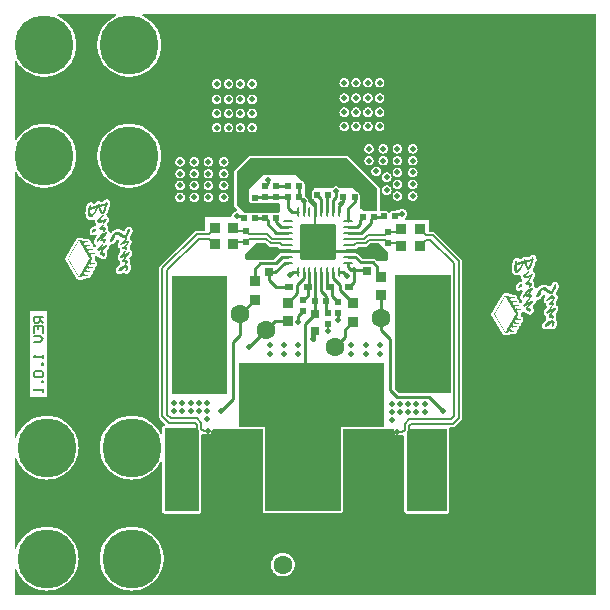
<source format=gbl>
G04*
G04 #@! TF.GenerationSoftware,Altium Limited,Altium Designer,19.0.6 (157)*
G04*
G04 Layer_Physical_Order=4*
G04 Layer_Color=16711680*
%FSLAX25Y25*%
%MOIN*%
G70*
G01*
G75*
%ADD10C,0.00600*%
%ADD18R,0.03425X0.03661*%
%ADD34C,0.01000*%
%ADD35C,0.01600*%
%ADD37C,0.06299*%
%ADD38C,0.19685*%
%ADD39C,0.01968*%
G04:AMPARAMS|DCode=40|XSize=20mil|YSize=22mil|CornerRadius=3.5mil|HoleSize=0mil|Usage=FLASHONLY|Rotation=180.000|XOffset=0mil|YOffset=0mil|HoleType=Round|Shape=RoundedRectangle|*
%AMROUNDEDRECTD40*
21,1,0.02000,0.01500,0,0,180.0*
21,1,0.01300,0.02200,0,0,180.0*
1,1,0.00700,-0.00650,0.00750*
1,1,0.00700,0.00650,0.00750*
1,1,0.00700,0.00650,-0.00750*
1,1,0.00700,-0.00650,-0.00750*
%
%ADD40ROUNDEDRECTD40*%
G04:AMPARAMS|DCode=41|XSize=27.56mil|YSize=19.68mil|CornerRadius=1.48mil|HoleSize=0mil|Usage=FLASHONLY|Rotation=0.000|XOffset=0mil|YOffset=0mil|HoleType=Round|Shape=RoundedRectangle|*
%AMROUNDEDRECTD41*
21,1,0.02756,0.01673,0,0,0.0*
21,1,0.02461,0.01968,0,0,0.0*
1,1,0.00295,0.01230,-0.00837*
1,1,0.00295,-0.01230,-0.00837*
1,1,0.00295,-0.01230,0.00837*
1,1,0.00295,0.01230,0.00837*
%
%ADD41ROUNDEDRECTD41*%
%ADD42R,0.03661X0.03425*%
G04:AMPARAMS|DCode=43|XSize=20mil|YSize=22mil|CornerRadius=3.5mil|HoleSize=0mil|Usage=FLASHONLY|Rotation=270.000|XOffset=0mil|YOffset=0mil|HoleType=Round|Shape=RoundedRectangle|*
%AMROUNDEDRECTD43*
21,1,0.02000,0.01500,0,0,270.0*
21,1,0.01300,0.02200,0,0,270.0*
1,1,0.00700,-0.00750,-0.00650*
1,1,0.00700,-0.00750,0.00650*
1,1,0.00700,0.00750,0.00650*
1,1,0.00700,0.00750,-0.00650*
%
%ADD43ROUNDEDRECTD43*%
%ADD44R,0.03150X0.03150*%
G04:AMPARAMS|DCode=45|XSize=9.65mil|YSize=33.47mil|CornerRadius=2.41mil|HoleSize=0mil|Usage=FLASHONLY|Rotation=90.000|XOffset=0mil|YOffset=0mil|HoleType=Round|Shape=RoundedRectangle|*
%AMROUNDEDRECTD45*
21,1,0.00965,0.02864,0,0,90.0*
21,1,0.00482,0.03347,0,0,90.0*
1,1,0.00482,0.01432,0.00241*
1,1,0.00482,0.01432,-0.00241*
1,1,0.00482,-0.01432,-0.00241*
1,1,0.00482,-0.01432,0.00241*
%
%ADD45ROUNDEDRECTD45*%
G04:AMPARAMS|DCode=46|XSize=9.65mil|YSize=33.47mil|CornerRadius=2.41mil|HoleSize=0mil|Usage=FLASHONLY|Rotation=180.000|XOffset=0mil|YOffset=0mil|HoleType=Round|Shape=RoundedRectangle|*
%AMROUNDEDRECTD46*
21,1,0.00965,0.02864,0,0,180.0*
21,1,0.00482,0.03347,0,0,180.0*
1,1,0.00482,-0.00241,0.01432*
1,1,0.00482,0.00241,0.01432*
1,1,0.00482,0.00241,-0.01432*
1,1,0.00482,-0.00241,-0.01432*
%
%ADD46ROUNDEDRECTD46*%
G04:AMPARAMS|DCode=47|XSize=122.05mil|YSize=122.05mil|CornerRadius=6.1mil|HoleSize=0mil|Usage=FLASHONLY|Rotation=0.000|XOffset=0mil|YOffset=0mil|HoleType=Round|Shape=RoundedRectangle|*
%AMROUNDEDRECTD47*
21,1,0.12205,0.10984,0,0,0.0*
21,1,0.10984,0.12205,0,0,0.0*
1,1,0.01221,0.05492,-0.05492*
1,1,0.01221,-0.05492,-0.05492*
1,1,0.01221,-0.05492,0.05492*
1,1,0.01221,0.05492,0.05492*
%
%ADD47ROUNDEDRECTD47*%
%ADD48C,0.00700*%
G36*
X195343Y1507D02*
X1507Y1507D01*
Y10313D01*
X2075Y10488D01*
X2365Y9704D01*
X2715Y8944D01*
X3124Y8214D01*
X3588Y7519D01*
X4106Y6862D01*
X4673Y6248D01*
X5288Y5681D01*
X5944Y5163D01*
X6640Y4698D01*
X7369Y4290D01*
X8129Y3940D01*
X8913Y3650D01*
X9718Y3423D01*
X10539Y3260D01*
X11369Y3162D01*
X12205Y3129D01*
X13040Y3162D01*
X13871Y3260D01*
X14691Y3423D01*
X15496Y3650D01*
X16281Y3940D01*
X17040Y4290D01*
X17770Y4698D01*
X18465Y5163D01*
X19122Y5681D01*
X19736Y6248D01*
X20304Y6862D01*
X20821Y7519D01*
X21286Y8214D01*
X21695Y8944D01*
X22045Y9704D01*
X22334Y10488D01*
X22561Y11293D01*
X22724Y12113D01*
X22823Y12944D01*
X22855Y13780D01*
X22823Y14615D01*
X22724Y15446D01*
X22561Y16266D01*
X22334Y17071D01*
X22045Y17855D01*
X21695Y18615D01*
X21286Y19344D01*
X20821Y20040D01*
X20304Y20697D01*
X19736Y21311D01*
X19122Y21878D01*
X18465Y22396D01*
X17770Y22861D01*
X17040Y23269D01*
X16281Y23619D01*
X15496Y23909D01*
X14691Y24136D01*
X13871Y24299D01*
X13040Y24397D01*
X12205Y24430D01*
X11369Y24397D01*
X10539Y24299D01*
X9718Y24136D01*
X8913Y23909D01*
X8129Y23619D01*
X7369Y23269D01*
X6640Y22861D01*
X5944Y22396D01*
X5288Y21878D01*
X4673Y21311D01*
X4106Y20697D01*
X3588Y20040D01*
X3124Y19344D01*
X2715Y18615D01*
X2365Y17855D01*
X2075Y17071D01*
X1507Y17246D01*
Y47321D01*
X2075Y47496D01*
X2365Y46712D01*
X2715Y45952D01*
X3124Y45222D01*
X3588Y44527D01*
X4106Y43870D01*
X4673Y43256D01*
X5288Y42689D01*
X5944Y42171D01*
X6640Y41706D01*
X7369Y41298D01*
X8129Y40947D01*
X8913Y40658D01*
X9718Y40431D01*
X10539Y40268D01*
X11369Y40170D01*
X12205Y40137D01*
X13040Y40170D01*
X13871Y40268D01*
X14691Y40431D01*
X15496Y40658D01*
X16281Y40947D01*
X17040Y41298D01*
X17770Y41706D01*
X18465Y42171D01*
X19122Y42689D01*
X19736Y43256D01*
X20304Y43870D01*
X20821Y44527D01*
X21286Y45222D01*
X21695Y45952D01*
X22045Y46712D01*
X22334Y47496D01*
X22561Y48301D01*
X22724Y49121D01*
X22823Y49952D01*
X22855Y50787D01*
X22823Y51623D01*
X22724Y52454D01*
X22561Y53274D01*
X22334Y54079D01*
X22045Y54863D01*
X21695Y55623D01*
X21286Y56352D01*
X20821Y57048D01*
X20304Y57705D01*
X19736Y58319D01*
X19122Y58886D01*
X18465Y59404D01*
X17770Y59869D01*
X17040Y60277D01*
X16281Y60627D01*
X15496Y60917D01*
X14691Y61144D01*
X13871Y61307D01*
X13040Y61405D01*
X12205Y61438D01*
X11369Y61405D01*
X10539Y61307D01*
X9718Y61144D01*
X8913Y60917D01*
X8129Y60627D01*
X7369Y60277D01*
X6640Y59869D01*
X5944Y59404D01*
X5288Y58886D01*
X4673Y58319D01*
X4106Y57705D01*
X3588Y57048D01*
X3124Y56352D01*
X2715Y55623D01*
X2365Y54863D01*
X2075Y54079D01*
X1507Y54254D01*
X1507Y142719D01*
X2107Y142875D01*
X2336Y142466D01*
X2801Y141771D01*
X3318Y141114D01*
X3886Y140500D01*
X4500Y139933D01*
X5157Y139415D01*
X5852Y138950D01*
X6582Y138542D01*
X7342Y138191D01*
X8126Y137902D01*
X8931Y137675D01*
X9751Y137512D01*
X10582Y137414D01*
X11417Y137381D01*
X12253Y137414D01*
X13083Y137512D01*
X13904Y137675D01*
X14709Y137902D01*
X15493Y138191D01*
X16253Y138542D01*
X16982Y138950D01*
X17678Y139415D01*
X18334Y139933D01*
X18948Y140500D01*
X19516Y141114D01*
X20034Y141771D01*
X20499Y142466D01*
X20907Y143196D01*
X21257Y143956D01*
X21547Y144740D01*
X21774Y145545D01*
X21937Y146365D01*
X22035Y147196D01*
X22068Y148031D01*
X22035Y148867D01*
X21937Y149698D01*
X21774Y150518D01*
X21547Y151323D01*
X21257Y152107D01*
X20907Y152867D01*
X20499Y153596D01*
X20034Y154292D01*
X19516Y154949D01*
X18948Y155563D01*
X18334Y156130D01*
X17678Y156648D01*
X16982Y157113D01*
X16253Y157521D01*
X15493Y157871D01*
X14709Y158161D01*
X13904Y158388D01*
X13083Y158551D01*
X12253Y158649D01*
X11417Y158682D01*
X10582Y158649D01*
X9751Y158551D01*
X8931Y158388D01*
X8126Y158161D01*
X7342Y157871D01*
X6582Y157521D01*
X5852Y157113D01*
X5157Y156648D01*
X4500Y156130D01*
X3886Y155563D01*
X3318Y154949D01*
X2801Y154292D01*
X2336Y153596D01*
X2107Y153188D01*
X1507Y153345D01*
Y179726D01*
X2107Y179883D01*
X2336Y179474D01*
X2801Y178779D01*
X3318Y178122D01*
X3886Y177508D01*
X4500Y176941D01*
X5157Y176423D01*
X5852Y175958D01*
X6582Y175549D01*
X7342Y175199D01*
X8126Y174910D01*
X8931Y174683D01*
X9751Y174520D01*
X10582Y174422D01*
X11417Y174389D01*
X12253Y174422D01*
X13083Y174520D01*
X13904Y174683D01*
X14709Y174910D01*
X15493Y175199D01*
X16253Y175549D01*
X16982Y175958D01*
X17678Y176423D01*
X18334Y176941D01*
X18948Y177508D01*
X19516Y178122D01*
X20034Y178779D01*
X20499Y179474D01*
X20907Y180204D01*
X21257Y180964D01*
X21547Y181748D01*
X21774Y182553D01*
X21937Y183373D01*
X22035Y184204D01*
X22068Y185039D01*
X22035Y185875D01*
X21937Y186706D01*
X21774Y187526D01*
X21547Y188331D01*
X21257Y189115D01*
X20907Y189875D01*
X20499Y190604D01*
X20034Y191300D01*
X19516Y191956D01*
X18948Y192571D01*
X18334Y193138D01*
X17678Y193656D01*
X16982Y194121D01*
X16253Y194529D01*
X15789Y194743D01*
X15920Y195343D01*
X35261D01*
X35392Y194743D01*
X34928Y194529D01*
X34199Y194121D01*
X33503Y193656D01*
X32847Y193138D01*
X32233Y192571D01*
X31665Y191956D01*
X31147Y191300D01*
X30683Y190604D01*
X30274Y189875D01*
X29924Y189115D01*
X29634Y188331D01*
X29407Y187526D01*
X29244Y186706D01*
X29146Y185875D01*
X29113Y185039D01*
X29146Y184204D01*
X29244Y183373D01*
X29407Y182553D01*
X29634Y181748D01*
X29924Y180964D01*
X30274Y180204D01*
X30683Y179474D01*
X31147Y178779D01*
X31665Y178122D01*
X32233Y177508D01*
X32847Y176941D01*
X33503Y176423D01*
X34199Y175958D01*
X34928Y175549D01*
X35688Y175199D01*
X36472Y174910D01*
X37277Y174683D01*
X38098Y174520D01*
X38928Y174422D01*
X39764Y174389D01*
X40599Y174422D01*
X41430Y174520D01*
X42250Y174683D01*
X43055Y174910D01*
X43840Y175199D01*
X44599Y175549D01*
X45329Y175958D01*
X46024Y176423D01*
X46681Y176941D01*
X47295Y177508D01*
X47863Y178122D01*
X48380Y178779D01*
X48845Y179474D01*
X49254Y180204D01*
X49604Y180964D01*
X49893Y181748D01*
X50120Y182553D01*
X50283Y183373D01*
X50382Y184204D01*
X50415Y185039D01*
X50382Y185875D01*
X50283Y186706D01*
X50120Y187526D01*
X49893Y188331D01*
X49604Y189115D01*
X49254Y189875D01*
X48845Y190604D01*
X48380Y191300D01*
X47863Y191956D01*
X47295Y192571D01*
X46681Y193138D01*
X46024Y193656D01*
X45329Y194121D01*
X44599Y194529D01*
X44135Y194743D01*
X44267Y195343D01*
X195343D01*
X195343Y1507D01*
D02*
G37*
%LPC*%
G36*
X123228Y174033D02*
X122918Y174002D01*
X122619Y173912D01*
X122344Y173765D01*
X122103Y173567D01*
X121905Y173325D01*
X121758Y173050D01*
X121667Y172751D01*
X121636Y172441D01*
X121667Y172130D01*
X121758Y171832D01*
X121905Y171556D01*
X122103Y171315D01*
X122344Y171117D01*
X122619Y170970D01*
X122918Y170880D01*
X123228Y170849D01*
X123539Y170880D01*
X123838Y170970D01*
X124113Y171117D01*
X124354Y171315D01*
X124552Y171556D01*
X124699Y171832D01*
X124790Y172130D01*
X124820Y172441D01*
X124790Y172751D01*
X124699Y173050D01*
X124552Y173325D01*
X124354Y173567D01*
X124113Y173765D01*
X123838Y173912D01*
X123539Y174002D01*
X123228Y174033D01*
D02*
G37*
G36*
X119291D02*
X118981Y174002D01*
X118682Y173912D01*
X118407Y173765D01*
X118166Y173567D01*
X117968Y173325D01*
X117821Y173050D01*
X117730Y172751D01*
X117699Y172441D01*
X117730Y172130D01*
X117821Y171832D01*
X117968Y171556D01*
X118166Y171315D01*
X118407Y171117D01*
X118682Y170970D01*
X118981Y170880D01*
X119291Y170849D01*
X119602Y170880D01*
X119901Y170970D01*
X120176Y171117D01*
X120417Y171315D01*
X120615Y171556D01*
X120762Y171832D01*
X120853Y172130D01*
X120883Y172441D01*
X120853Y172751D01*
X120762Y173050D01*
X120615Y173325D01*
X120417Y173567D01*
X120176Y173765D01*
X119901Y173912D01*
X119602Y174002D01*
X119291Y174033D01*
D02*
G37*
G36*
X115354D02*
X115044Y174002D01*
X114745Y173912D01*
X114470Y173765D01*
X114229Y173567D01*
X114031Y173325D01*
X113884Y173050D01*
X113793Y172751D01*
X113762Y172441D01*
X113793Y172130D01*
X113884Y171832D01*
X114031Y171556D01*
X114229Y171315D01*
X114470Y171117D01*
X114745Y170970D01*
X115044Y170880D01*
X115354Y170849D01*
X115665Y170880D01*
X115963Y170970D01*
X116239Y171117D01*
X116480Y171315D01*
X116678Y171556D01*
X116825Y171832D01*
X116916Y172130D01*
X116946Y172441D01*
X116916Y172751D01*
X116825Y173050D01*
X116678Y173325D01*
X116480Y173567D01*
X116239Y173765D01*
X115963Y173912D01*
X115665Y174002D01*
X115354Y174033D01*
D02*
G37*
G36*
X111417D02*
X111107Y174002D01*
X110808Y173912D01*
X110533Y173765D01*
X110292Y173567D01*
X110094Y173325D01*
X109947Y173050D01*
X109856Y172751D01*
X109825Y172441D01*
X109856Y172130D01*
X109947Y171832D01*
X110094Y171556D01*
X110292Y171315D01*
X110533Y171117D01*
X110808Y170970D01*
X111107Y170880D01*
X111417Y170849D01*
X111728Y170880D01*
X112027Y170970D01*
X112302Y171117D01*
X112543Y171315D01*
X112741Y171556D01*
X112888Y171832D01*
X112979Y172130D01*
X113009Y172441D01*
X112979Y172751D01*
X112888Y173050D01*
X112741Y173325D01*
X112543Y173567D01*
X112302Y173765D01*
X112027Y173912D01*
X111728Y174002D01*
X111417Y174033D01*
D02*
G37*
G36*
X80709Y173639D02*
X80398Y173609D01*
X80099Y173518D01*
X79824Y173371D01*
X79583Y173173D01*
X79385Y172932D01*
X79238Y172656D01*
X79147Y172358D01*
X79117Y172047D01*
X79147Y171737D01*
X79238Y171438D01*
X79385Y171163D01*
X79583Y170922D01*
X79824Y170724D01*
X80099Y170577D01*
X80398Y170486D01*
X80709Y170455D01*
X81019Y170486D01*
X81318Y170577D01*
X81593Y170724D01*
X81834Y170922D01*
X82032Y171163D01*
X82179Y171438D01*
X82270Y171737D01*
X82301Y172047D01*
X82270Y172358D01*
X82179Y172656D01*
X82032Y172932D01*
X81834Y173173D01*
X81593Y173371D01*
X81318Y173518D01*
X81019Y173609D01*
X80709Y173639D01*
D02*
G37*
G36*
X76772D02*
X76461Y173609D01*
X76162Y173518D01*
X75887Y173371D01*
X75646Y173173D01*
X75448Y172932D01*
X75301Y172656D01*
X75210Y172358D01*
X75180Y172047D01*
X75210Y171737D01*
X75301Y171438D01*
X75448Y171163D01*
X75646Y170922D01*
X75887Y170724D01*
X76162Y170577D01*
X76461Y170486D01*
X76772Y170455D01*
X77082Y170486D01*
X77381Y170577D01*
X77656Y170724D01*
X77897Y170922D01*
X78095Y171163D01*
X78242Y171438D01*
X78333Y171737D01*
X78364Y172047D01*
X78333Y172358D01*
X78242Y172656D01*
X78095Y172932D01*
X77897Y173173D01*
X77656Y173371D01*
X77381Y173518D01*
X77082Y173609D01*
X76772Y173639D01*
D02*
G37*
G36*
X72835D02*
X72524Y173609D01*
X72225Y173518D01*
X71950Y173371D01*
X71709Y173173D01*
X71511Y172932D01*
X71364Y172656D01*
X71273Y172358D01*
X71243Y172047D01*
X71273Y171737D01*
X71364Y171438D01*
X71511Y171163D01*
X71709Y170922D01*
X71950Y170724D01*
X72225Y170577D01*
X72524Y170486D01*
X72835Y170455D01*
X73145Y170486D01*
X73444Y170577D01*
X73719Y170724D01*
X73960Y170922D01*
X74158Y171163D01*
X74305Y171438D01*
X74396Y171737D01*
X74427Y172047D01*
X74396Y172358D01*
X74305Y172656D01*
X74158Y172932D01*
X73960Y173173D01*
X73719Y173371D01*
X73444Y173518D01*
X73145Y173609D01*
X72835Y173639D01*
D02*
G37*
G36*
X68898D02*
X68587Y173609D01*
X68288Y173518D01*
X68013Y173371D01*
X67772Y173173D01*
X67574Y172932D01*
X67427Y172656D01*
X67336Y172358D01*
X67306Y172047D01*
X67336Y171737D01*
X67427Y171438D01*
X67574Y171163D01*
X67772Y170922D01*
X68013Y170724D01*
X68288Y170577D01*
X68587Y170486D01*
X68898Y170455D01*
X69208Y170486D01*
X69507Y170577D01*
X69782Y170724D01*
X70023Y170922D01*
X70221Y171163D01*
X70368Y171438D01*
X70459Y171737D01*
X70490Y172047D01*
X70459Y172358D01*
X70368Y172656D01*
X70221Y172932D01*
X70023Y173173D01*
X69782Y173371D01*
X69507Y173518D01*
X69208Y173609D01*
X68898Y173639D01*
D02*
G37*
G36*
X123228Y168915D02*
X122918Y168884D01*
X122619Y168794D01*
X122344Y168647D01*
X122103Y168448D01*
X121905Y168207D01*
X121758Y167932D01*
X121667Y167633D01*
X121636Y167323D01*
X121667Y167012D01*
X121758Y166714D01*
X121905Y166438D01*
X122103Y166197D01*
X122344Y165999D01*
X122619Y165852D01*
X122918Y165761D01*
X123228Y165731D01*
X123539Y165761D01*
X123838Y165852D01*
X124113Y165999D01*
X124354Y166197D01*
X124552Y166438D01*
X124699Y166714D01*
X124790Y167012D01*
X124820Y167323D01*
X124790Y167633D01*
X124699Y167932D01*
X124552Y168207D01*
X124354Y168448D01*
X124113Y168647D01*
X123838Y168794D01*
X123539Y168884D01*
X123228Y168915D01*
D02*
G37*
G36*
X119291D02*
X118981Y168884D01*
X118682Y168794D01*
X118407Y168647D01*
X118166Y168448D01*
X117968Y168207D01*
X117821Y167932D01*
X117730Y167633D01*
X117699Y167323D01*
X117730Y167012D01*
X117821Y166714D01*
X117968Y166438D01*
X118166Y166197D01*
X118407Y165999D01*
X118682Y165852D01*
X118981Y165761D01*
X119291Y165731D01*
X119602Y165761D01*
X119901Y165852D01*
X120176Y165999D01*
X120417Y166197D01*
X120615Y166438D01*
X120762Y166714D01*
X120853Y167012D01*
X120883Y167323D01*
X120853Y167633D01*
X120762Y167932D01*
X120615Y168207D01*
X120417Y168448D01*
X120176Y168647D01*
X119901Y168794D01*
X119602Y168884D01*
X119291Y168915D01*
D02*
G37*
G36*
X115354D02*
X115044Y168884D01*
X114745Y168794D01*
X114470Y168647D01*
X114229Y168448D01*
X114031Y168207D01*
X113884Y167932D01*
X113793Y167633D01*
X113762Y167323D01*
X113793Y167012D01*
X113884Y166714D01*
X114031Y166438D01*
X114229Y166197D01*
X114470Y165999D01*
X114745Y165852D01*
X115044Y165761D01*
X115354Y165731D01*
X115665Y165761D01*
X115963Y165852D01*
X116239Y165999D01*
X116480Y166197D01*
X116678Y166438D01*
X116825Y166714D01*
X116916Y167012D01*
X116946Y167323D01*
X116916Y167633D01*
X116825Y167932D01*
X116678Y168207D01*
X116480Y168448D01*
X116239Y168647D01*
X115963Y168794D01*
X115665Y168884D01*
X115354Y168915D01*
D02*
G37*
G36*
X111417D02*
X111107Y168884D01*
X110808Y168794D01*
X110533Y168647D01*
X110292Y168448D01*
X110094Y168207D01*
X109947Y167932D01*
X109856Y167633D01*
X109825Y167323D01*
X109856Y167012D01*
X109947Y166714D01*
X110094Y166438D01*
X110292Y166197D01*
X110533Y165999D01*
X110808Y165852D01*
X111107Y165761D01*
X111417Y165731D01*
X111728Y165761D01*
X112027Y165852D01*
X112302Y165999D01*
X112543Y166197D01*
X112741Y166438D01*
X112888Y166714D01*
X112979Y167012D01*
X113009Y167323D01*
X112979Y167633D01*
X112888Y167932D01*
X112741Y168207D01*
X112543Y168448D01*
X112302Y168647D01*
X112027Y168794D01*
X111728Y168884D01*
X111417Y168915D01*
D02*
G37*
G36*
X80709Y168521D02*
X80398Y168491D01*
X80099Y168400D01*
X79824Y168253D01*
X79583Y168055D01*
X79385Y167814D01*
X79238Y167538D01*
X79147Y167240D01*
X79117Y166929D01*
X79147Y166619D01*
X79238Y166320D01*
X79385Y166045D01*
X79583Y165804D01*
X79824Y165605D01*
X80099Y165458D01*
X80398Y165368D01*
X80709Y165337D01*
X81019Y165368D01*
X81318Y165458D01*
X81593Y165605D01*
X81834Y165804D01*
X82032Y166045D01*
X82179Y166320D01*
X82270Y166619D01*
X82301Y166929D01*
X82270Y167240D01*
X82179Y167538D01*
X82032Y167814D01*
X81834Y168055D01*
X81593Y168253D01*
X81318Y168400D01*
X81019Y168491D01*
X80709Y168521D01*
D02*
G37*
G36*
X76772D02*
X76461Y168491D01*
X76162Y168400D01*
X75887Y168253D01*
X75646Y168055D01*
X75448Y167814D01*
X75301Y167538D01*
X75210Y167240D01*
X75180Y166929D01*
X75210Y166619D01*
X75301Y166320D01*
X75448Y166045D01*
X75646Y165804D01*
X75887Y165605D01*
X76162Y165458D01*
X76461Y165368D01*
X76772Y165337D01*
X77082Y165368D01*
X77381Y165458D01*
X77656Y165605D01*
X77897Y165804D01*
X78095Y166045D01*
X78242Y166320D01*
X78333Y166619D01*
X78364Y166929D01*
X78333Y167240D01*
X78242Y167538D01*
X78095Y167814D01*
X77897Y168055D01*
X77656Y168253D01*
X77381Y168400D01*
X77082Y168491D01*
X76772Y168521D01*
D02*
G37*
G36*
X72835D02*
X72524Y168491D01*
X72225Y168400D01*
X71950Y168253D01*
X71709Y168055D01*
X71511Y167814D01*
X71364Y167538D01*
X71273Y167240D01*
X71243Y166929D01*
X71273Y166619D01*
X71364Y166320D01*
X71511Y166045D01*
X71709Y165804D01*
X71950Y165605D01*
X72225Y165458D01*
X72524Y165368D01*
X72835Y165337D01*
X73145Y165368D01*
X73444Y165458D01*
X73719Y165605D01*
X73960Y165804D01*
X74158Y166045D01*
X74305Y166320D01*
X74396Y166619D01*
X74427Y166929D01*
X74396Y167240D01*
X74305Y167538D01*
X74158Y167814D01*
X73960Y168055D01*
X73719Y168253D01*
X73444Y168400D01*
X73145Y168491D01*
X72835Y168521D01*
D02*
G37*
G36*
X68898D02*
X68587Y168491D01*
X68288Y168400D01*
X68013Y168253D01*
X67772Y168055D01*
X67574Y167814D01*
X67427Y167538D01*
X67336Y167240D01*
X67306Y166929D01*
X67336Y166619D01*
X67427Y166320D01*
X67574Y166045D01*
X67772Y165804D01*
X68013Y165605D01*
X68288Y165458D01*
X68587Y165368D01*
X68898Y165337D01*
X69208Y165368D01*
X69507Y165458D01*
X69782Y165605D01*
X70023Y165804D01*
X70221Y166045D01*
X70368Y166320D01*
X70459Y166619D01*
X70490Y166929D01*
X70459Y167240D01*
X70368Y167538D01*
X70221Y167814D01*
X70023Y168055D01*
X69782Y168253D01*
X69507Y168400D01*
X69208Y168491D01*
X68898Y168521D01*
D02*
G37*
G36*
X123228Y164190D02*
X122918Y164160D01*
X122619Y164069D01*
X122344Y163922D01*
X122103Y163724D01*
X121905Y163483D01*
X121758Y163208D01*
X121667Y162909D01*
X121636Y162598D01*
X121667Y162288D01*
X121758Y161989D01*
X121905Y161714D01*
X122103Y161473D01*
X122344Y161275D01*
X122619Y161128D01*
X122918Y161037D01*
X123228Y161006D01*
X123539Y161037D01*
X123838Y161128D01*
X124113Y161275D01*
X124354Y161473D01*
X124552Y161714D01*
X124699Y161989D01*
X124790Y162288D01*
X124820Y162598D01*
X124790Y162909D01*
X124699Y163208D01*
X124552Y163483D01*
X124354Y163724D01*
X124113Y163922D01*
X123838Y164069D01*
X123539Y164160D01*
X123228Y164190D01*
D02*
G37*
G36*
X119291D02*
X118981Y164160D01*
X118682Y164069D01*
X118407Y163922D01*
X118166Y163724D01*
X117968Y163483D01*
X117821Y163208D01*
X117730Y162909D01*
X117699Y162598D01*
X117730Y162288D01*
X117821Y161989D01*
X117968Y161714D01*
X118166Y161473D01*
X118407Y161275D01*
X118682Y161128D01*
X118981Y161037D01*
X119291Y161006D01*
X119602Y161037D01*
X119901Y161128D01*
X120176Y161275D01*
X120417Y161473D01*
X120615Y161714D01*
X120762Y161989D01*
X120853Y162288D01*
X120883Y162598D01*
X120853Y162909D01*
X120762Y163208D01*
X120615Y163483D01*
X120417Y163724D01*
X120176Y163922D01*
X119901Y164069D01*
X119602Y164160D01*
X119291Y164190D01*
D02*
G37*
G36*
X115354D02*
X115044Y164160D01*
X114745Y164069D01*
X114470Y163922D01*
X114229Y163724D01*
X114031Y163483D01*
X113884Y163208D01*
X113793Y162909D01*
X113762Y162598D01*
X113793Y162288D01*
X113884Y161989D01*
X114031Y161714D01*
X114229Y161473D01*
X114470Y161275D01*
X114745Y161128D01*
X115044Y161037D01*
X115354Y161006D01*
X115665Y161037D01*
X115963Y161128D01*
X116239Y161275D01*
X116480Y161473D01*
X116678Y161714D01*
X116825Y161989D01*
X116916Y162288D01*
X116946Y162598D01*
X116916Y162909D01*
X116825Y163208D01*
X116678Y163483D01*
X116480Y163724D01*
X116239Y163922D01*
X115963Y164069D01*
X115665Y164160D01*
X115354Y164190D01*
D02*
G37*
G36*
X111417D02*
X111107Y164160D01*
X110808Y164069D01*
X110533Y163922D01*
X110292Y163724D01*
X110094Y163483D01*
X109947Y163208D01*
X109856Y162909D01*
X109825Y162598D01*
X109856Y162288D01*
X109947Y161989D01*
X110094Y161714D01*
X110292Y161473D01*
X110533Y161275D01*
X110808Y161128D01*
X111107Y161037D01*
X111417Y161006D01*
X111728Y161037D01*
X112027Y161128D01*
X112302Y161275D01*
X112543Y161473D01*
X112741Y161714D01*
X112888Y161989D01*
X112979Y162288D01*
X113009Y162598D01*
X112979Y162909D01*
X112888Y163208D01*
X112741Y163483D01*
X112543Y163724D01*
X112302Y163922D01*
X112027Y164069D01*
X111728Y164160D01*
X111417Y164190D01*
D02*
G37*
G36*
X80709Y163797D02*
X80398Y163766D01*
X80099Y163675D01*
X79824Y163528D01*
X79583Y163330D01*
X79385Y163089D01*
X79238Y162814D01*
X79147Y162515D01*
X79117Y162205D01*
X79147Y161894D01*
X79238Y161595D01*
X79385Y161320D01*
X79583Y161079D01*
X79824Y160881D01*
X80099Y160734D01*
X80398Y160643D01*
X80709Y160613D01*
X81019Y160643D01*
X81318Y160734D01*
X81593Y160881D01*
X81834Y161079D01*
X82032Y161320D01*
X82179Y161595D01*
X82270Y161894D01*
X82301Y162205D01*
X82270Y162515D01*
X82179Y162814D01*
X82032Y163089D01*
X81834Y163330D01*
X81593Y163528D01*
X81318Y163675D01*
X81019Y163766D01*
X80709Y163797D01*
D02*
G37*
G36*
X76772D02*
X76461Y163766D01*
X76162Y163675D01*
X75887Y163528D01*
X75646Y163330D01*
X75448Y163089D01*
X75301Y162814D01*
X75210Y162515D01*
X75180Y162205D01*
X75210Y161894D01*
X75301Y161595D01*
X75448Y161320D01*
X75646Y161079D01*
X75887Y160881D01*
X76162Y160734D01*
X76461Y160643D01*
X76772Y160613D01*
X77082Y160643D01*
X77381Y160734D01*
X77656Y160881D01*
X77897Y161079D01*
X78095Y161320D01*
X78242Y161595D01*
X78333Y161894D01*
X78364Y162205D01*
X78333Y162515D01*
X78242Y162814D01*
X78095Y163089D01*
X77897Y163330D01*
X77656Y163528D01*
X77381Y163675D01*
X77082Y163766D01*
X76772Y163797D01*
D02*
G37*
G36*
X72835D02*
X72524Y163766D01*
X72225Y163675D01*
X71950Y163528D01*
X71709Y163330D01*
X71511Y163089D01*
X71364Y162814D01*
X71273Y162515D01*
X71243Y162205D01*
X71273Y161894D01*
X71364Y161595D01*
X71511Y161320D01*
X71709Y161079D01*
X71950Y160881D01*
X72225Y160734D01*
X72524Y160643D01*
X72835Y160613D01*
X73145Y160643D01*
X73444Y160734D01*
X73719Y160881D01*
X73960Y161079D01*
X74158Y161320D01*
X74305Y161595D01*
X74396Y161894D01*
X74427Y162205D01*
X74396Y162515D01*
X74305Y162814D01*
X74158Y163089D01*
X73960Y163330D01*
X73719Y163528D01*
X73444Y163675D01*
X73145Y163766D01*
X72835Y163797D01*
D02*
G37*
G36*
X68898D02*
X68587Y163766D01*
X68288Y163675D01*
X68013Y163528D01*
X67772Y163330D01*
X67574Y163089D01*
X67427Y162814D01*
X67336Y162515D01*
X67306Y162205D01*
X67336Y161894D01*
X67427Y161595D01*
X67574Y161320D01*
X67772Y161079D01*
X68013Y160881D01*
X68288Y160734D01*
X68587Y160643D01*
X68898Y160613D01*
X69208Y160643D01*
X69507Y160734D01*
X69782Y160881D01*
X70023Y161079D01*
X70221Y161320D01*
X70368Y161595D01*
X70459Y161894D01*
X70490Y162205D01*
X70459Y162515D01*
X70368Y162814D01*
X70221Y163089D01*
X70023Y163330D01*
X69782Y163528D01*
X69507Y163675D01*
X69208Y163766D01*
X68898Y163797D01*
D02*
G37*
G36*
X123228Y159466D02*
X122918Y159435D01*
X122619Y159345D01*
X122344Y159198D01*
X122103Y159000D01*
X121905Y158758D01*
X121758Y158483D01*
X121667Y158185D01*
X121636Y157874D01*
X121667Y157563D01*
X121758Y157265D01*
X121905Y156990D01*
X122103Y156748D01*
X122344Y156550D01*
X122619Y156403D01*
X122918Y156313D01*
X123228Y156282D01*
X123539Y156313D01*
X123838Y156403D01*
X124113Y156550D01*
X124354Y156748D01*
X124552Y156990D01*
X124699Y157265D01*
X124790Y157563D01*
X124820Y157874D01*
X124790Y158185D01*
X124699Y158483D01*
X124552Y158758D01*
X124354Y159000D01*
X124113Y159198D01*
X123838Y159345D01*
X123539Y159435D01*
X123228Y159466D01*
D02*
G37*
G36*
X119291D02*
X118981Y159435D01*
X118682Y159345D01*
X118407Y159198D01*
X118166Y159000D01*
X117968Y158758D01*
X117821Y158483D01*
X117730Y158185D01*
X117699Y157874D01*
X117730Y157563D01*
X117821Y157265D01*
X117968Y156990D01*
X118166Y156748D01*
X118407Y156550D01*
X118682Y156403D01*
X118981Y156313D01*
X119291Y156282D01*
X119602Y156313D01*
X119901Y156403D01*
X120176Y156550D01*
X120417Y156748D01*
X120615Y156990D01*
X120762Y157265D01*
X120853Y157563D01*
X120883Y157874D01*
X120853Y158185D01*
X120762Y158483D01*
X120615Y158758D01*
X120417Y159000D01*
X120176Y159198D01*
X119901Y159345D01*
X119602Y159435D01*
X119291Y159466D01*
D02*
G37*
G36*
X115354D02*
X115044Y159435D01*
X114745Y159345D01*
X114470Y159198D01*
X114229Y159000D01*
X114031Y158758D01*
X113884Y158483D01*
X113793Y158185D01*
X113762Y157874D01*
X113793Y157563D01*
X113884Y157265D01*
X114031Y156990D01*
X114229Y156748D01*
X114470Y156550D01*
X114745Y156403D01*
X115044Y156313D01*
X115354Y156282D01*
X115665Y156313D01*
X115963Y156403D01*
X116239Y156550D01*
X116480Y156748D01*
X116678Y156990D01*
X116825Y157265D01*
X116916Y157563D01*
X116946Y157874D01*
X116916Y158185D01*
X116825Y158483D01*
X116678Y158758D01*
X116480Y159000D01*
X116239Y159198D01*
X115963Y159345D01*
X115665Y159435D01*
X115354Y159466D01*
D02*
G37*
G36*
X111417D02*
X111107Y159435D01*
X110808Y159345D01*
X110533Y159198D01*
X110292Y159000D01*
X110094Y158758D01*
X109947Y158483D01*
X109856Y158185D01*
X109825Y157874D01*
X109856Y157563D01*
X109947Y157265D01*
X110094Y156990D01*
X110292Y156748D01*
X110533Y156550D01*
X110808Y156403D01*
X111107Y156313D01*
X111417Y156282D01*
X111728Y156313D01*
X112027Y156403D01*
X112302Y156550D01*
X112543Y156748D01*
X112741Y156990D01*
X112888Y157265D01*
X112979Y157563D01*
X113009Y157874D01*
X112979Y158185D01*
X112888Y158483D01*
X112741Y158758D01*
X112543Y159000D01*
X112302Y159198D01*
X112027Y159345D01*
X111728Y159435D01*
X111417Y159466D01*
D02*
G37*
G36*
X80709Y159072D02*
X80398Y159042D01*
X80099Y158951D01*
X79824Y158804D01*
X79583Y158606D01*
X79385Y158365D01*
X79238Y158089D01*
X79147Y157791D01*
X79117Y157480D01*
X79147Y157170D01*
X79238Y156871D01*
X79385Y156596D01*
X79583Y156355D01*
X79824Y156157D01*
X80099Y156010D01*
X80398Y155919D01*
X80709Y155888D01*
X81019Y155919D01*
X81318Y156010D01*
X81593Y156157D01*
X81834Y156355D01*
X82032Y156596D01*
X82179Y156871D01*
X82270Y157170D01*
X82301Y157480D01*
X82270Y157791D01*
X82179Y158089D01*
X82032Y158365D01*
X81834Y158606D01*
X81593Y158804D01*
X81318Y158951D01*
X81019Y159042D01*
X80709Y159072D01*
D02*
G37*
G36*
X76772D02*
X76461Y159042D01*
X76162Y158951D01*
X75887Y158804D01*
X75646Y158606D01*
X75448Y158365D01*
X75301Y158089D01*
X75210Y157791D01*
X75180Y157480D01*
X75210Y157170D01*
X75301Y156871D01*
X75448Y156596D01*
X75646Y156355D01*
X75887Y156157D01*
X76162Y156010D01*
X76461Y155919D01*
X76772Y155888D01*
X77082Y155919D01*
X77381Y156010D01*
X77656Y156157D01*
X77897Y156355D01*
X78095Y156596D01*
X78242Y156871D01*
X78333Y157170D01*
X78364Y157480D01*
X78333Y157791D01*
X78242Y158089D01*
X78095Y158365D01*
X77897Y158606D01*
X77656Y158804D01*
X77381Y158951D01*
X77082Y159042D01*
X76772Y159072D01*
D02*
G37*
G36*
X72835D02*
X72524Y159042D01*
X72225Y158951D01*
X71950Y158804D01*
X71709Y158606D01*
X71511Y158365D01*
X71364Y158089D01*
X71273Y157791D01*
X71243Y157480D01*
X71273Y157170D01*
X71364Y156871D01*
X71511Y156596D01*
X71709Y156355D01*
X71950Y156157D01*
X72225Y156010D01*
X72524Y155919D01*
X72835Y155888D01*
X73145Y155919D01*
X73444Y156010D01*
X73719Y156157D01*
X73960Y156355D01*
X74158Y156596D01*
X74305Y156871D01*
X74396Y157170D01*
X74427Y157480D01*
X74396Y157791D01*
X74305Y158089D01*
X74158Y158365D01*
X73960Y158606D01*
X73719Y158804D01*
X73444Y158951D01*
X73145Y159042D01*
X72835Y159072D01*
D02*
G37*
G36*
X68898D02*
X68587Y159042D01*
X68288Y158951D01*
X68013Y158804D01*
X67772Y158606D01*
X67574Y158365D01*
X67427Y158089D01*
X67336Y157791D01*
X67306Y157480D01*
X67336Y157170D01*
X67427Y156871D01*
X67574Y156596D01*
X67772Y156355D01*
X68013Y156157D01*
X68288Y156010D01*
X68587Y155919D01*
X68898Y155888D01*
X69208Y155919D01*
X69507Y156010D01*
X69782Y156157D01*
X70023Y156355D01*
X70221Y156596D01*
X70368Y156871D01*
X70459Y157170D01*
X70490Y157480D01*
X70459Y157791D01*
X70368Y158089D01*
X70221Y158365D01*
X70023Y158606D01*
X69782Y158804D01*
X69507Y158951D01*
X69208Y159042D01*
X68898Y159072D01*
D02*
G37*
G36*
X134252Y151986D02*
X133941Y151955D01*
X133643Y151864D01*
X133368Y151717D01*
X133126Y151519D01*
X132928Y151278D01*
X132781Y151003D01*
X132691Y150704D01*
X132660Y150394D01*
X132691Y150083D01*
X132781Y149785D01*
X132928Y149509D01*
X133126Y149268D01*
X133368Y149070D01*
X133643Y148923D01*
X133941Y148832D01*
X134252Y148802D01*
X134563Y148832D01*
X134861Y148923D01*
X135136Y149070D01*
X135378Y149268D01*
X135576Y149509D01*
X135723Y149785D01*
X135813Y150083D01*
X135844Y150394D01*
X135813Y150704D01*
X135723Y151003D01*
X135576Y151278D01*
X135378Y151519D01*
X135136Y151717D01*
X134861Y151864D01*
X134563Y151955D01*
X134252Y151986D01*
D02*
G37*
G36*
X129134D02*
X128823Y151955D01*
X128525Y151864D01*
X128249Y151717D01*
X128008Y151519D01*
X127810Y151278D01*
X127663Y151003D01*
X127573Y150704D01*
X127542Y150394D01*
X127573Y150083D01*
X127663Y149785D01*
X127810Y149509D01*
X128008Y149268D01*
X128249Y149070D01*
X128525Y148923D01*
X128823Y148832D01*
X129134Y148802D01*
X129444Y148832D01*
X129743Y148923D01*
X130018Y149070D01*
X130260Y149268D01*
X130457Y149509D01*
X130605Y149785D01*
X130695Y150083D01*
X130726Y150394D01*
X130695Y150704D01*
X130605Y151003D01*
X130457Y151278D01*
X130260Y151519D01*
X130018Y151717D01*
X129743Y151864D01*
X129444Y151955D01*
X129134Y151986D01*
D02*
G37*
G36*
X124409D02*
X124099Y151955D01*
X123800Y151864D01*
X123525Y151717D01*
X123284Y151519D01*
X123086Y151278D01*
X122939Y151003D01*
X122848Y150704D01*
X122818Y150394D01*
X122848Y150083D01*
X122939Y149785D01*
X123086Y149509D01*
X123284Y149268D01*
X123525Y149070D01*
X123800Y148923D01*
X124099Y148832D01*
X124409Y148802D01*
X124720Y148832D01*
X125019Y148923D01*
X125294Y149070D01*
X125535Y149268D01*
X125733Y149509D01*
X125880Y149785D01*
X125971Y150083D01*
X126001Y150394D01*
X125971Y150704D01*
X125880Y151003D01*
X125733Y151278D01*
X125535Y151519D01*
X125294Y151717D01*
X125019Y151864D01*
X124720Y151955D01*
X124409Y151986D01*
D02*
G37*
G36*
X119685D02*
X119375Y151955D01*
X119076Y151864D01*
X118801Y151717D01*
X118559Y151519D01*
X118361Y151278D01*
X118214Y151003D01*
X118124Y150704D01*
X118093Y150394D01*
X118124Y150083D01*
X118214Y149785D01*
X118361Y149509D01*
X118559Y149268D01*
X118801Y149070D01*
X119076Y148923D01*
X119375Y148832D01*
X119685Y148802D01*
X119996Y148832D01*
X120294Y148923D01*
X120570Y149070D01*
X120811Y149268D01*
X121009Y149509D01*
X121156Y149785D01*
X121246Y150083D01*
X121277Y150394D01*
X121246Y150704D01*
X121156Y151003D01*
X121009Y151278D01*
X120811Y151519D01*
X120570Y151717D01*
X120294Y151864D01*
X119996Y151955D01*
X119685Y151986D01*
D02*
G37*
G36*
X134252Y148049D02*
X133941Y148018D01*
X133643Y147927D01*
X133368Y147780D01*
X133126Y147582D01*
X132928Y147341D01*
X132781Y147066D01*
X132691Y146767D01*
X132660Y146457D01*
X132691Y146146D01*
X132781Y145847D01*
X132928Y145572D01*
X133126Y145331D01*
X133368Y145133D01*
X133643Y144986D01*
X133941Y144895D01*
X134252Y144865D01*
X134563Y144895D01*
X134861Y144986D01*
X135136Y145133D01*
X135378Y145331D01*
X135576Y145572D01*
X135723Y145847D01*
X135813Y146146D01*
X135844Y146457D01*
X135813Y146767D01*
X135723Y147066D01*
X135576Y147341D01*
X135378Y147582D01*
X135136Y147780D01*
X134861Y147927D01*
X134563Y148018D01*
X134252Y148049D01*
D02*
G37*
G36*
X129134D02*
X128823Y148018D01*
X128525Y147927D01*
X128249Y147780D01*
X128008Y147582D01*
X127810Y147341D01*
X127663Y147066D01*
X127573Y146767D01*
X127542Y146457D01*
X127573Y146146D01*
X127663Y145847D01*
X127810Y145572D01*
X128008Y145331D01*
X128249Y145133D01*
X128525Y144986D01*
X128823Y144895D01*
X129134Y144865D01*
X129444Y144895D01*
X129743Y144986D01*
X130018Y145133D01*
X130260Y145331D01*
X130457Y145572D01*
X130605Y145847D01*
X130695Y146146D01*
X130726Y146457D01*
X130695Y146767D01*
X130605Y147066D01*
X130457Y147341D01*
X130260Y147582D01*
X130018Y147780D01*
X129743Y147927D01*
X129444Y148018D01*
X129134Y148049D01*
D02*
G37*
G36*
X124409D02*
X124099Y148018D01*
X123800Y147927D01*
X123525Y147780D01*
X123284Y147582D01*
X123086Y147341D01*
X122939Y147066D01*
X122848Y146767D01*
X122818Y146457D01*
X122848Y146146D01*
X122939Y145847D01*
X123086Y145572D01*
X123284Y145331D01*
X123525Y145133D01*
X123800Y144986D01*
X124099Y144895D01*
X124409Y144865D01*
X124720Y144895D01*
X125019Y144986D01*
X125294Y145133D01*
X125535Y145331D01*
X125733Y145572D01*
X125880Y145847D01*
X125971Y146146D01*
X126001Y146457D01*
X125971Y146767D01*
X125880Y147066D01*
X125733Y147341D01*
X125535Y147582D01*
X125294Y147780D01*
X125019Y147927D01*
X124720Y148018D01*
X124409Y148049D01*
D02*
G37*
G36*
X119685D02*
X119375Y148018D01*
X119076Y147927D01*
X118801Y147780D01*
X118559Y147582D01*
X118361Y147341D01*
X118214Y147066D01*
X118124Y146767D01*
X118093Y146457D01*
X118124Y146146D01*
X118214Y145847D01*
X118361Y145572D01*
X118559Y145331D01*
X118801Y145133D01*
X119076Y144986D01*
X119375Y144895D01*
X119685Y144865D01*
X119996Y144895D01*
X120294Y144986D01*
X120570Y145133D01*
X120811Y145331D01*
X121009Y145572D01*
X121156Y145847D01*
X121246Y146146D01*
X121277Y146457D01*
X121246Y146767D01*
X121156Y147066D01*
X121009Y147341D01*
X120811Y147582D01*
X120570Y147780D01*
X120294Y147927D01*
X119996Y148018D01*
X119685Y148049D01*
D02*
G37*
G36*
X71260Y147655D02*
X70949Y147624D01*
X70651Y147534D01*
X70375Y147387D01*
X70134Y147189D01*
X69936Y146947D01*
X69789Y146672D01*
X69699Y146374D01*
X69668Y146063D01*
X69699Y145752D01*
X69789Y145454D01*
X69936Y145179D01*
X70134Y144937D01*
X70375Y144739D01*
X70651Y144592D01*
X70949Y144502D01*
X71260Y144471D01*
X71570Y144502D01*
X71869Y144592D01*
X72144Y144739D01*
X72386Y144937D01*
X72584Y145179D01*
X72731Y145454D01*
X72821Y145752D01*
X72852Y146063D01*
X72821Y146374D01*
X72731Y146672D01*
X72584Y146947D01*
X72386Y147189D01*
X72144Y147387D01*
X71869Y147534D01*
X71570Y147624D01*
X71260Y147655D01*
D02*
G37*
G36*
X66142D02*
X65831Y147624D01*
X65532Y147534D01*
X65257Y147387D01*
X65016Y147189D01*
X64818Y146947D01*
X64671Y146672D01*
X64580Y146374D01*
X64550Y146063D01*
X64580Y145752D01*
X64671Y145454D01*
X64818Y145179D01*
X65016Y144937D01*
X65257Y144739D01*
X65532Y144592D01*
X65831Y144502D01*
X66142Y144471D01*
X66452Y144502D01*
X66751Y144592D01*
X67026Y144739D01*
X67267Y144937D01*
X67465Y145179D01*
X67612Y145454D01*
X67703Y145752D01*
X67734Y146063D01*
X67703Y146374D01*
X67612Y146672D01*
X67465Y146947D01*
X67267Y147189D01*
X67026Y147387D01*
X66751Y147534D01*
X66452Y147624D01*
X66142Y147655D01*
D02*
G37*
G36*
X61417D02*
X61107Y147624D01*
X60808Y147534D01*
X60533Y147387D01*
X60292Y147189D01*
X60094Y146947D01*
X59947Y146672D01*
X59856Y146374D01*
X59825Y146063D01*
X59856Y145752D01*
X59947Y145454D01*
X60094Y145179D01*
X60292Y144937D01*
X60533Y144739D01*
X60808Y144592D01*
X61107Y144502D01*
X61417Y144471D01*
X61728Y144502D01*
X62027Y144592D01*
X62302Y144739D01*
X62543Y144937D01*
X62741Y145179D01*
X62888Y145454D01*
X62979Y145752D01*
X63009Y146063D01*
X62979Y146374D01*
X62888Y146672D01*
X62741Y146947D01*
X62543Y147189D01*
X62302Y147387D01*
X62027Y147534D01*
X61728Y147624D01*
X61417Y147655D01*
D02*
G37*
G36*
X56693D02*
X56382Y147624D01*
X56084Y147534D01*
X55809Y147387D01*
X55567Y147189D01*
X55369Y146947D01*
X55222Y146672D01*
X55132Y146374D01*
X55101Y146063D01*
X55132Y145752D01*
X55222Y145454D01*
X55369Y145179D01*
X55567Y144937D01*
X55809Y144739D01*
X56084Y144592D01*
X56382Y144502D01*
X56693Y144471D01*
X57003Y144502D01*
X57302Y144592D01*
X57577Y144739D01*
X57819Y144937D01*
X58017Y145179D01*
X58164Y145454D01*
X58254Y145752D01*
X58285Y146063D01*
X58254Y146374D01*
X58164Y146672D01*
X58017Y146947D01*
X57819Y147189D01*
X57577Y147387D01*
X57302Y147534D01*
X57003Y147624D01*
X56693Y147655D01*
D02*
G37*
G36*
X122047Y144505D02*
X121737Y144475D01*
X121438Y144384D01*
X121163Y144237D01*
X120922Y144039D01*
X120724Y143798D01*
X120577Y143523D01*
X120486Y143224D01*
X120455Y142913D01*
X120486Y142603D01*
X120577Y142304D01*
X120724Y142029D01*
X120922Y141788D01*
X121163Y141590D01*
X121438Y141443D01*
X121737Y141352D01*
X122047Y141322D01*
X122358Y141352D01*
X122656Y141443D01*
X122932Y141590D01*
X123173Y141788D01*
X123371Y142029D01*
X123518Y142304D01*
X123609Y142603D01*
X123639Y142913D01*
X123609Y143224D01*
X123518Y143523D01*
X123371Y143798D01*
X123173Y144039D01*
X122932Y144237D01*
X122656Y144384D01*
X122358Y144475D01*
X122047Y144505D01*
D02*
G37*
G36*
X134252Y144112D02*
X133941Y144081D01*
X133643Y143990D01*
X133368Y143843D01*
X133126Y143645D01*
X132928Y143404D01*
X132781Y143129D01*
X132691Y142830D01*
X132660Y142520D01*
X132691Y142209D01*
X132781Y141911D01*
X132928Y141635D01*
X133126Y141394D01*
X133368Y141196D01*
X133643Y141049D01*
X133941Y140958D01*
X134252Y140928D01*
X134563Y140958D01*
X134861Y141049D01*
X135136Y141196D01*
X135378Y141394D01*
X135576Y141635D01*
X135723Y141911D01*
X135813Y142209D01*
X135844Y142520D01*
X135813Y142830D01*
X135723Y143129D01*
X135576Y143404D01*
X135378Y143645D01*
X135136Y143843D01*
X134861Y143990D01*
X134563Y144081D01*
X134252Y144112D01*
D02*
G37*
G36*
X129134D02*
X128823Y144081D01*
X128525Y143990D01*
X128249Y143843D01*
X128008Y143645D01*
X127810Y143404D01*
X127663Y143129D01*
X127573Y142830D01*
X127542Y142520D01*
X127573Y142209D01*
X127663Y141911D01*
X127810Y141635D01*
X128008Y141394D01*
X128249Y141196D01*
X128525Y141049D01*
X128823Y140958D01*
X129134Y140928D01*
X129444Y140958D01*
X129743Y141049D01*
X130018Y141196D01*
X130260Y141394D01*
X130457Y141635D01*
X130605Y141911D01*
X130695Y142209D01*
X130726Y142520D01*
X130695Y142830D01*
X130605Y143129D01*
X130457Y143404D01*
X130260Y143645D01*
X130018Y143843D01*
X129743Y143990D01*
X129444Y144081D01*
X129134Y144112D01*
D02*
G37*
G36*
X71260Y143718D02*
X70949Y143687D01*
X70651Y143597D01*
X70375Y143450D01*
X70134Y143252D01*
X69936Y143010D01*
X69789Y142735D01*
X69699Y142437D01*
X69668Y142126D01*
X69699Y141815D01*
X69789Y141517D01*
X69936Y141242D01*
X70134Y141000D01*
X70375Y140802D01*
X70651Y140655D01*
X70949Y140565D01*
X71260Y140534D01*
X71570Y140565D01*
X71869Y140655D01*
X72144Y140802D01*
X72386Y141000D01*
X72584Y141242D01*
X72731Y141517D01*
X72821Y141815D01*
X72852Y142126D01*
X72821Y142437D01*
X72731Y142735D01*
X72584Y143010D01*
X72386Y143252D01*
X72144Y143450D01*
X71869Y143597D01*
X71570Y143687D01*
X71260Y143718D01*
D02*
G37*
G36*
X66142D02*
X65831Y143687D01*
X65532Y143597D01*
X65257Y143450D01*
X65016Y143252D01*
X64818Y143010D01*
X64671Y142735D01*
X64580Y142437D01*
X64550Y142126D01*
X64580Y141815D01*
X64671Y141517D01*
X64818Y141242D01*
X65016Y141000D01*
X65257Y140802D01*
X65532Y140655D01*
X65831Y140565D01*
X66142Y140534D01*
X66452Y140565D01*
X66751Y140655D01*
X67026Y140802D01*
X67267Y141000D01*
X67465Y141242D01*
X67612Y141517D01*
X67703Y141815D01*
X67734Y142126D01*
X67703Y142437D01*
X67612Y142735D01*
X67465Y143010D01*
X67267Y143252D01*
X67026Y143450D01*
X66751Y143597D01*
X66452Y143687D01*
X66142Y143718D01*
D02*
G37*
G36*
X61417D02*
X61107Y143687D01*
X60808Y143597D01*
X60533Y143450D01*
X60292Y143252D01*
X60094Y143010D01*
X59947Y142735D01*
X59856Y142437D01*
X59825Y142126D01*
X59856Y141815D01*
X59947Y141517D01*
X60094Y141242D01*
X60292Y141000D01*
X60533Y140802D01*
X60808Y140655D01*
X61107Y140565D01*
X61417Y140534D01*
X61728Y140565D01*
X62027Y140655D01*
X62302Y140802D01*
X62543Y141000D01*
X62741Y141242D01*
X62888Y141517D01*
X62979Y141815D01*
X63009Y142126D01*
X62979Y142437D01*
X62888Y142735D01*
X62741Y143010D01*
X62543Y143252D01*
X62302Y143450D01*
X62027Y143597D01*
X61728Y143687D01*
X61417Y143718D01*
D02*
G37*
G36*
X56693D02*
X56382Y143687D01*
X56084Y143597D01*
X55809Y143450D01*
X55567Y143252D01*
X55369Y143010D01*
X55222Y142735D01*
X55132Y142437D01*
X55101Y142126D01*
X55132Y141815D01*
X55222Y141517D01*
X55369Y141242D01*
X55567Y141000D01*
X55809Y140802D01*
X56084Y140655D01*
X56382Y140565D01*
X56693Y140534D01*
X57003Y140565D01*
X57302Y140655D01*
X57577Y140802D01*
X57819Y141000D01*
X58017Y141242D01*
X58164Y141517D01*
X58254Y141815D01*
X58285Y142126D01*
X58254Y142437D01*
X58164Y142735D01*
X58017Y143010D01*
X57819Y143252D01*
X57577Y143450D01*
X57302Y143597D01*
X57003Y143687D01*
X56693Y143718D01*
D02*
G37*
G36*
X125591Y142537D02*
X125280Y142506D01*
X124981Y142416D01*
X124706Y142269D01*
X124465Y142070D01*
X124267Y141829D01*
X124120Y141554D01*
X124029Y141255D01*
X123999Y140945D01*
X124029Y140634D01*
X124120Y140336D01*
X124267Y140060D01*
X124465Y139819D01*
X124706Y139621D01*
X124981Y139474D01*
X125280Y139383D01*
X125591Y139353D01*
X125901Y139383D01*
X126200Y139474D01*
X126475Y139621D01*
X126716Y139819D01*
X126914Y140060D01*
X127061Y140336D01*
X127152Y140634D01*
X127182Y140945D01*
X127152Y141255D01*
X127061Y141554D01*
X126914Y141829D01*
X126716Y142070D01*
X126475Y142269D01*
X126200Y142416D01*
X125901Y142506D01*
X125591Y142537D01*
D02*
G37*
G36*
X39764Y158682D02*
X38928Y158649D01*
X38098Y158551D01*
X37277Y158388D01*
X36472Y158161D01*
X35688Y157871D01*
X34928Y157521D01*
X34199Y157113D01*
X33503Y156648D01*
X32847Y156130D01*
X32233Y155563D01*
X31665Y154949D01*
X31147Y154292D01*
X30683Y153596D01*
X30274Y152867D01*
X29924Y152107D01*
X29634Y151323D01*
X29407Y150518D01*
X29244Y149698D01*
X29146Y148867D01*
X29113Y148031D01*
X29146Y147196D01*
X29244Y146365D01*
X29407Y145545D01*
X29634Y144740D01*
X29924Y143956D01*
X30274Y143196D01*
X30683Y142466D01*
X31147Y141771D01*
X31665Y141114D01*
X32233Y140500D01*
X32847Y139933D01*
X33503Y139415D01*
X34199Y138950D01*
X34928Y138542D01*
X35688Y138191D01*
X36472Y137902D01*
X37277Y137675D01*
X38098Y137512D01*
X38928Y137414D01*
X39764Y137381D01*
X40599Y137414D01*
X41430Y137512D01*
X42250Y137675D01*
X43055Y137902D01*
X43840Y138191D01*
X44599Y138542D01*
X45329Y138950D01*
X46024Y139415D01*
X46681Y139933D01*
X47295Y140500D01*
X47863Y141114D01*
X48380Y141771D01*
X48845Y142466D01*
X49254Y143196D01*
X49604Y143956D01*
X49893Y144740D01*
X50120Y145545D01*
X50283Y146365D01*
X50382Y147196D01*
X50415Y148031D01*
X50382Y148867D01*
X50283Y149698D01*
X50120Y150518D01*
X49893Y151323D01*
X49604Y152107D01*
X49254Y152867D01*
X48845Y153596D01*
X48380Y154292D01*
X47863Y154949D01*
X47295Y155563D01*
X46681Y156130D01*
X46024Y156648D01*
X45329Y157113D01*
X44599Y157521D01*
X43840Y157871D01*
X43055Y158161D01*
X42250Y158388D01*
X41430Y158551D01*
X40599Y158649D01*
X39764Y158682D01*
D02*
G37*
G36*
X134252Y140175D02*
X133941Y140144D01*
X133643Y140053D01*
X133368Y139906D01*
X133126Y139708D01*
X132928Y139467D01*
X132781Y139192D01*
X132691Y138893D01*
X132660Y138583D01*
X132691Y138272D01*
X132781Y137973D01*
X132928Y137698D01*
X133126Y137457D01*
X133368Y137259D01*
X133643Y137112D01*
X133941Y137021D01*
X134252Y136991D01*
X134563Y137021D01*
X134861Y137112D01*
X135136Y137259D01*
X135378Y137457D01*
X135576Y137698D01*
X135723Y137973D01*
X135813Y138272D01*
X135844Y138583D01*
X135813Y138893D01*
X135723Y139192D01*
X135576Y139467D01*
X135378Y139708D01*
X135136Y139906D01*
X134861Y140053D01*
X134563Y140144D01*
X134252Y140175D01*
D02*
G37*
G36*
X129134D02*
X128823Y140144D01*
X128525Y140053D01*
X128249Y139906D01*
X128008Y139708D01*
X127810Y139467D01*
X127663Y139192D01*
X127573Y138893D01*
X127542Y138583D01*
X127573Y138272D01*
X127663Y137973D01*
X127810Y137698D01*
X128008Y137457D01*
X128249Y137259D01*
X128525Y137112D01*
X128823Y137021D01*
X129134Y136991D01*
X129444Y137021D01*
X129743Y137112D01*
X130018Y137259D01*
X130260Y137457D01*
X130457Y137698D01*
X130605Y137973D01*
X130695Y138272D01*
X130726Y138583D01*
X130695Y138893D01*
X130605Y139192D01*
X130457Y139467D01*
X130260Y139708D01*
X130018Y139906D01*
X129743Y140053D01*
X129444Y140144D01*
X129134Y140175D01*
D02*
G37*
G36*
X71260Y139781D02*
X70949Y139750D01*
X70651Y139660D01*
X70375Y139513D01*
X70134Y139315D01*
X69936Y139073D01*
X69789Y138798D01*
X69699Y138499D01*
X69668Y138189D01*
X69699Y137878D01*
X69789Y137580D01*
X69936Y137305D01*
X70134Y137063D01*
X70375Y136865D01*
X70651Y136718D01*
X70949Y136628D01*
X71260Y136597D01*
X71570Y136628D01*
X71869Y136718D01*
X72144Y136865D01*
X72386Y137063D01*
X72584Y137305D01*
X72731Y137580D01*
X72821Y137878D01*
X72852Y138189D01*
X72821Y138499D01*
X72731Y138798D01*
X72584Y139073D01*
X72386Y139315D01*
X72144Y139513D01*
X71869Y139660D01*
X71570Y139750D01*
X71260Y139781D01*
D02*
G37*
G36*
X66142D02*
X65831Y139750D01*
X65532Y139660D01*
X65257Y139513D01*
X65016Y139315D01*
X64818Y139073D01*
X64671Y138798D01*
X64580Y138499D01*
X64550Y138189D01*
X64580Y137878D01*
X64671Y137580D01*
X64818Y137305D01*
X65016Y137063D01*
X65257Y136865D01*
X65532Y136718D01*
X65831Y136628D01*
X66142Y136597D01*
X66452Y136628D01*
X66751Y136718D01*
X67026Y136865D01*
X67267Y137063D01*
X67465Y137305D01*
X67612Y137580D01*
X67703Y137878D01*
X67734Y138189D01*
X67703Y138499D01*
X67612Y138798D01*
X67465Y139073D01*
X67267Y139315D01*
X67026Y139513D01*
X66751Y139660D01*
X66452Y139750D01*
X66142Y139781D01*
D02*
G37*
G36*
X61417D02*
X61107Y139750D01*
X60808Y139660D01*
X60533Y139513D01*
X60292Y139315D01*
X60094Y139073D01*
X59947Y138798D01*
X59856Y138499D01*
X59825Y138189D01*
X59856Y137878D01*
X59947Y137580D01*
X60094Y137305D01*
X60292Y137063D01*
X60533Y136865D01*
X60808Y136718D01*
X61107Y136628D01*
X61417Y136597D01*
X61728Y136628D01*
X62027Y136718D01*
X62302Y136865D01*
X62543Y137063D01*
X62741Y137305D01*
X62888Y137580D01*
X62979Y137878D01*
X63009Y138189D01*
X62979Y138499D01*
X62888Y138798D01*
X62741Y139073D01*
X62543Y139315D01*
X62302Y139513D01*
X62027Y139660D01*
X61728Y139750D01*
X61417Y139781D01*
D02*
G37*
G36*
X56693D02*
X56382Y139750D01*
X56084Y139660D01*
X55809Y139513D01*
X55567Y139315D01*
X55369Y139073D01*
X55222Y138798D01*
X55132Y138499D01*
X55101Y138189D01*
X55132Y137878D01*
X55222Y137580D01*
X55369Y137305D01*
X55567Y137063D01*
X55809Y136865D01*
X56084Y136718D01*
X56382Y136628D01*
X56693Y136597D01*
X57003Y136628D01*
X57302Y136718D01*
X57577Y136865D01*
X57819Y137063D01*
X58017Y137305D01*
X58164Y137580D01*
X58254Y137878D01*
X58285Y138189D01*
X58254Y138499D01*
X58164Y138798D01*
X58017Y139073D01*
X57819Y139315D01*
X57577Y139513D01*
X57302Y139660D01*
X57003Y139750D01*
X56693Y139781D01*
D02*
G37*
G36*
X125591Y138206D02*
X125280Y138175D01*
X124981Y138085D01*
X124706Y137938D01*
X124465Y137740D01*
X124267Y137499D01*
X124120Y137223D01*
X124029Y136925D01*
X123999Y136614D01*
X124029Y136304D01*
X124120Y136005D01*
X124267Y135730D01*
X124465Y135488D01*
X124706Y135291D01*
X124981Y135143D01*
X125280Y135053D01*
X125591Y135022D01*
X125901Y135053D01*
X126200Y135143D01*
X126475Y135291D01*
X126716Y135488D01*
X126914Y135730D01*
X127061Y136005D01*
X127152Y136304D01*
X127182Y136614D01*
X127152Y136925D01*
X127061Y137223D01*
X126914Y137499D01*
X126716Y137740D01*
X126475Y137938D01*
X126200Y138085D01*
X125901Y138175D01*
X125591Y138206D01*
D02*
G37*
G36*
X134252Y136238D02*
X133941Y136207D01*
X133643Y136116D01*
X133368Y135969D01*
X133126Y135771D01*
X132928Y135530D01*
X132781Y135255D01*
X132691Y134956D01*
X132660Y134646D01*
X132691Y134335D01*
X132781Y134037D01*
X132928Y133761D01*
X133126Y133520D01*
X133368Y133322D01*
X133643Y133175D01*
X133941Y133084D01*
X134252Y133054D01*
X134563Y133084D01*
X134861Y133175D01*
X135136Y133322D01*
X135378Y133520D01*
X135576Y133761D01*
X135723Y134037D01*
X135813Y134335D01*
X135844Y134646D01*
X135813Y134956D01*
X135723Y135255D01*
X135576Y135530D01*
X135378Y135771D01*
X135136Y135969D01*
X134861Y136116D01*
X134563Y136207D01*
X134252Y136238D01*
D02*
G37*
G36*
X129134D02*
X128823Y136207D01*
X128525Y136116D01*
X128249Y135969D01*
X128008Y135771D01*
X127810Y135530D01*
X127663Y135255D01*
X127573Y134956D01*
X127542Y134646D01*
X127573Y134335D01*
X127663Y134037D01*
X127810Y133761D01*
X128008Y133520D01*
X128249Y133322D01*
X128525Y133175D01*
X128823Y133084D01*
X129134Y133054D01*
X129444Y133084D01*
X129743Y133175D01*
X130018Y133322D01*
X130260Y133520D01*
X130457Y133761D01*
X130605Y134037D01*
X130695Y134335D01*
X130726Y134646D01*
X130695Y134956D01*
X130605Y135255D01*
X130457Y135530D01*
X130260Y135771D01*
X130018Y135969D01*
X129743Y136116D01*
X129444Y136207D01*
X129134Y136238D01*
D02*
G37*
G36*
X32414Y133544D02*
X32078D01*
X31869Y133517D01*
X31675Y133436D01*
X31508Y133308D01*
X31459Y133245D01*
X31396Y133196D01*
X31267Y133029D01*
X31209Y132889D01*
X31188Y132873D01*
X31182D01*
X30974Y132845D01*
X30779Y132764D01*
X30774Y132761D01*
X30623D01*
X30414Y132733D01*
X30256Y132668D01*
X30130Y132764D01*
X29936Y132845D01*
X29727Y132873D01*
X29279D01*
X29070Y132845D01*
X28876Y132764D01*
X28708Y132636D01*
X28580Y132469D01*
X28510Y132299D01*
X28494Y132278D01*
X28316Y132205D01*
X27877Y132150D01*
X27610Y132300D01*
X27443Y132429D01*
X27249Y132509D01*
X27040Y132537D01*
X26816D01*
X26607Y132509D01*
X26412Y132429D01*
X26358Y132387D01*
X26189Y132317D01*
X26022Y132188D01*
X25924Y132062D01*
X25798Y131965D01*
X25669Y131797D01*
X25589Y131603D01*
X25573Y131482D01*
X25557Y131462D01*
X25477Y131267D01*
X25461Y131146D01*
X25445Y131126D01*
X25365Y130931D01*
X25337Y130722D01*
Y130683D01*
X25333Y130678D01*
X25253Y130483D01*
X25225Y130274D01*
Y129563D01*
X25221Y129558D01*
X25141Y129364D01*
X25113Y129155D01*
Y128931D01*
X25141Y128722D01*
X25221Y128527D01*
X25225Y128522D01*
Y128147D01*
X25253Y127938D01*
X25333Y127744D01*
X25462Y127577D01*
X25466Y127573D01*
X25477Y127490D01*
X25557Y127296D01*
X25686Y127129D01*
X25749Y127080D01*
X25798Y127017D01*
X25965Y126889D01*
X26159Y126808D01*
X26368Y126780D01*
X27152D01*
X27361Y126808D01*
X27555Y126889D01*
X27610Y126930D01*
X27663Y126952D01*
X27848Y126905D01*
X28056Y126791D01*
X28248Y126574D01*
Y126132D01*
X28276Y125923D01*
X28356Y125728D01*
X28485Y125561D01*
X28548Y125513D01*
X28597Y125449D01*
X28660Y125401D01*
X28708Y125337D01*
X28694Y124905D01*
X28601Y124669D01*
X28511Y124600D01*
X28455Y124588D01*
X28047D01*
X27839Y124560D01*
X27644Y124479D01*
X27477Y124351D01*
X27428Y124288D01*
X27365Y124239D01*
X27316Y124176D01*
X27253Y124127D01*
X27204Y124064D01*
X27141Y124015D01*
X27092Y123952D01*
X27029Y123904D01*
X26981Y123840D01*
X26917Y123792D01*
X26789Y123624D01*
X26719Y123455D01*
X26677Y123400D01*
X26596Y123206D01*
X26569Y122997D01*
Y122437D01*
X26596Y122228D01*
X26677Y122034D01*
X26805Y121867D01*
X26972Y121738D01*
X27167Y121658D01*
X27376Y121630D01*
X27600D01*
X27808Y121658D01*
X28003Y121738D01*
X28058Y121780D01*
X28181Y121831D01*
X28276Y121840D01*
X28451Y121803D01*
X28782Y121631D01*
X28821Y121592D01*
X28883Y121511D01*
X28916Y121385D01*
X28858Y121245D01*
X28820Y121216D01*
X28772Y121153D01*
X28708Y121105D01*
X28580Y120937D01*
X28522Y120798D01*
X28485Y120769D01*
X28356Y120601D01*
X28286Y120432D01*
X28244Y120378D01*
X28174Y120208D01*
X28132Y120154D01*
X28052Y119959D01*
X28024Y119750D01*
Y119191D01*
X28052Y118982D01*
X28132Y118787D01*
X28261Y118620D01*
X28428Y118492D01*
X28561Y118437D01*
X28564Y118433D01*
X28644Y118333D01*
X28720Y117755D01*
X28708Y117746D01*
X28689Y117720D01*
X28586Y117648D01*
X28192Y117554D01*
X27894Y117648D01*
X27891Y117650D01*
X27697Y117731D01*
X27609Y117742D01*
X27623Y117847D01*
Y118183D01*
X27595Y118392D01*
X27515Y118586D01*
X27387Y118753D01*
X27219Y118882D01*
X27010Y119032D01*
X26951Y119302D01*
Y119414D01*
X26924Y119623D01*
X26843Y119818D01*
X26715Y119985D01*
X26651Y120034D01*
X26603Y120097D01*
X26436Y120225D01*
X26241Y120306D01*
X26032Y120333D01*
X25209D01*
X25204Y120337D01*
X25010Y120418D01*
X24801Y120445D01*
X24689D01*
X24588Y120432D01*
X24588Y120433D01*
X24524Y120481D01*
X24476Y120545D01*
X24308Y120673D01*
X24114Y120754D01*
X23905Y120781D01*
X22897D01*
X22689Y120754D01*
X22494Y120673D01*
X22327Y120545D01*
X22278Y120481D01*
X22215Y120433D01*
X22166Y120369D01*
X22103Y120321D01*
X21975Y120154D01*
X21904Y119984D01*
X21863Y119930D01*
X21805Y119790D01*
X21767Y119761D01*
X21639Y119594D01*
X21569Y119424D01*
X21527Y119370D01*
X21469Y119230D01*
X21431Y119201D01*
X21303Y119034D01*
X21233Y118865D01*
X21191Y118810D01*
X21133Y118670D01*
X21095Y118641D01*
X20967Y118474D01*
X20897Y118305D01*
X20855Y118250D01*
X20797Y118111D01*
X20760Y118082D01*
X20631Y117914D01*
X20561Y117745D01*
X20519Y117691D01*
X20449Y117521D01*
X20407Y117467D01*
X20349Y117327D01*
X20312Y117298D01*
X20183Y117131D01*
X20113Y116961D01*
X20071Y116907D01*
X20013Y116767D01*
X19976Y116738D01*
X19848Y116571D01*
X19777Y116402D01*
X19736Y116347D01*
X19665Y116178D01*
X19624Y116123D01*
X19566Y115983D01*
X19528Y115954D01*
X19400Y115787D01*
X19329Y115618D01*
X19288Y115563D01*
X19230Y115424D01*
X19192Y115395D01*
X19064Y115227D01*
X18994Y115058D01*
X18952Y115004D01*
X18882Y114834D01*
X18840Y114780D01*
X18782Y114640D01*
X18744Y114611D01*
X18616Y114444D01*
X18546Y114274D01*
X18504Y114220D01*
X18423Y114025D01*
X18396Y113816D01*
Y113705D01*
X18423Y113496D01*
X18504Y113301D01*
X18546Y113247D01*
X18616Y113077D01*
X18744Y112910D01*
X18782Y112881D01*
X18840Y112741D01*
X18882Y112687D01*
X18952Y112517D01*
X19080Y112350D01*
X19118Y112321D01*
X19176Y112181D01*
X19218Y112127D01*
X19288Y111958D01*
X19330Y111903D01*
X19400Y111734D01*
X19528Y111566D01*
X19566Y111538D01*
X19624Y111398D01*
X19665Y111343D01*
X19736Y111174D01*
X19864Y111007D01*
X19902Y110978D01*
X19960Y110838D01*
X20001Y110784D01*
X20071Y110614D01*
X20200Y110447D01*
X20237Y110418D01*
X20295Y110278D01*
X20337Y110224D01*
X20407Y110054D01*
X20536Y109887D01*
X20573Y109858D01*
X20631Y109718D01*
X20760Y109551D01*
X20797Y109522D01*
X20855Y109382D01*
X20897Y109328D01*
X20967Y109159D01*
X21009Y109104D01*
X21079Y108935D01*
X21207Y108768D01*
X21245Y108739D01*
X21303Y108599D01*
X21345Y108544D01*
X21415Y108375D01*
X21543Y108208D01*
X21581Y108179D01*
X21639Y108039D01*
X21681Y107985D01*
X21751Y107815D01*
X21792Y107761D01*
X21863Y107591D01*
X21991Y107424D01*
X22029Y107395D01*
X22087Y107255D01*
X22215Y107088D01*
X22278Y107040D01*
X22327Y106976D01*
X22494Y106848D01*
X22689Y106767D01*
X22897Y106740D01*
X23905D01*
X24114Y106767D01*
X24308Y106848D01*
X24476Y106976D01*
X24524Y107040D01*
X24588Y107088D01*
X24588Y107089D01*
X24689Y107076D01*
X24801D01*
X25010Y107103D01*
X25204Y107184D01*
X25209Y107188D01*
X26032D01*
X26241Y107215D01*
X26436Y107296D01*
X26603Y107424D01*
X26651Y107487D01*
X26715Y107536D01*
X26843Y107703D01*
X26924Y107898D01*
X26951Y108107D01*
Y108219D01*
X27010Y108489D01*
X27219Y108639D01*
X27387Y108768D01*
X27515Y108935D01*
X27595Y109129D01*
X27623Y109338D01*
Y109674D01*
X27611Y109764D01*
X27808Y109790D01*
X28003Y109871D01*
X28170Y109999D01*
X28299Y110166D01*
X28379Y110361D01*
X28407Y110570D01*
Y110906D01*
X28480Y111134D01*
X28675Y111214D01*
X28842Y111343D01*
X28970Y111510D01*
X29051Y111704D01*
X29078Y111913D01*
Y112137D01*
X29051Y112346D01*
X28970Y112540D01*
X28842Y112708D01*
X28779Y112756D01*
X28730Y112820D01*
X28563Y112948D01*
X28368Y113029D01*
X28170Y113254D01*
X28183Y113481D01*
Y113593D01*
X28161Y113760D01*
X28183Y113928D01*
Y114040D01*
X28240Y114312D01*
X28480Y114492D01*
X28675Y114573D01*
X28919Y114669D01*
X29380Y114477D01*
X29547Y114349D01*
X29717Y114279D01*
X29771Y114237D01*
X29966Y114157D01*
X30127Y114136D01*
X30148Y114085D01*
X30276Y113918D01*
X30443Y113789D01*
X30638Y113709D01*
X30759Y113693D01*
X30779Y113677D01*
X30974Y113597D01*
X31182Y113569D01*
X31294D01*
X31503Y113597D01*
X31698Y113677D01*
X31865Y113806D01*
X31993Y113973D01*
X32051Y114113D01*
X32089Y114142D01*
X32137Y114205D01*
X32201Y114253D01*
X32329Y114421D01*
X32410Y114615D01*
X32437Y114824D01*
Y115496D01*
X32410Y115705D01*
X32329Y115899D01*
X32201Y116066D01*
X32329Y116548D01*
X32387Y116688D01*
X32425Y116717D01*
X32473Y116780D01*
X32537Y116829D01*
X32585Y116892D01*
X32649Y116940D01*
X32697Y117004D01*
X32761Y117052D01*
X32889Y117220D01*
X32959Y117389D01*
X33001Y117444D01*
X33081Y117638D01*
X33109Y117847D01*
Y118055D01*
X33252Y118307D01*
X33565Y118580D01*
X33636Y118607D01*
X33869D01*
X34078Y118635D01*
X34273Y118716D01*
X34293Y118731D01*
X34414Y118747D01*
X34609Y118827D01*
X34776Y118956D01*
X34824Y119019D01*
X34888Y119068D01*
X35016Y119235D01*
X35074Y119375D01*
X35112Y119404D01*
X35240Y119571D01*
X35298Y119711D01*
X35336Y119739D01*
X35464Y119907D01*
X35534Y120076D01*
X35566Y120118D01*
X35610Y120140D01*
X36020Y120254D01*
X36221Y120261D01*
X36387Y120130D01*
X36420Y119709D01*
X36349Y119447D01*
X36322Y119425D01*
X36273Y119362D01*
X36210Y119313D01*
X36081Y119146D01*
X36011Y118976D01*
X35969Y118922D01*
X35889Y118728D01*
X35861Y118519D01*
Y118183D01*
X35889Y117974D01*
X35969Y117779D01*
X36098Y117612D01*
X36265Y117484D01*
X36459Y117403D01*
X36645Y117379D01*
Y116951D01*
X36673Y116743D01*
X36753Y116548D01*
X36819Y116461D01*
X36770Y115849D01*
X36728Y115789D01*
X36721Y115779D01*
X36658Y115731D01*
X36609Y115667D01*
X36546Y115619D01*
X36497Y115555D01*
X36434Y115507D01*
X36385Y115443D01*
X36322Y115395D01*
X36273Y115331D01*
X36210Y115283D01*
X36081Y115116D01*
X36011Y114946D01*
X35969Y114892D01*
X35889Y114697D01*
X35861Y114488D01*
Y114040D01*
X35889Y113831D01*
X35969Y113637D01*
X36098Y113470D01*
X36161Y113421D01*
X36210Y113358D01*
X36377Y113230D01*
X36571Y113149D01*
X36645Y113139D01*
Y112809D01*
X36673Y112600D01*
X36739Y112441D01*
X36712Y112248D01*
X36619Y111897D01*
X36516Y111763D01*
X36434Y111700D01*
X36385Y111637D01*
X36322Y111588D01*
X36273Y111525D01*
X36210Y111476D01*
X36161Y111413D01*
X36098Y111364D01*
X36049Y111301D01*
X35986Y111252D01*
X35937Y111189D01*
X35874Y111140D01*
X35825Y111077D01*
X35762Y111028D01*
X35713Y110965D01*
X35650Y110916D01*
X35522Y110749D01*
X35451Y110580D01*
X35410Y110525D01*
X35329Y110331D01*
X35302Y110122D01*
Y109674D01*
X35329Y109465D01*
X35410Y109271D01*
X35538Y109103D01*
X35601Y109055D01*
X35650Y108992D01*
X35817Y108863D01*
X36012Y108783D01*
X36220Y108755D01*
X37004D01*
X37213Y108783D01*
X37408Y108863D01*
X37462Y108905D01*
X37631Y108975D01*
X37973Y108990D01*
X38168Y108863D01*
X38363Y108783D01*
X38572Y108755D01*
X38908D01*
X39116Y108783D01*
X39311Y108863D01*
X39478Y108992D01*
X39527Y109055D01*
X39590Y109103D01*
X39718Y109271D01*
X39776Y109410D01*
X39814Y109439D01*
X39942Y109606D01*
X40012Y109776D01*
X40054Y109830D01*
X40135Y110025D01*
X40162Y110234D01*
Y110273D01*
X40166Y110278D01*
X40247Y110473D01*
X40274Y110682D01*
Y111129D01*
X40247Y111338D01*
X40166Y111533D01*
X40124Y111587D01*
X40054Y111757D01*
X39926Y111924D01*
X39866Y111970D01*
X39942Y112069D01*
X40023Y112264D01*
X40050Y112473D01*
Y113145D01*
X40023Y113354D01*
X39942Y113548D01*
X39814Y113715D01*
X40021Y114265D01*
X40054Y114309D01*
X40112Y114448D01*
X40150Y114477D01*
X40198Y114541D01*
X40262Y114589D01*
X40310Y114653D01*
X40374Y114701D01*
X40502Y114868D01*
X40572Y115038D01*
X40614Y115092D01*
X40694Y115287D01*
X40722Y115496D01*
Y115832D01*
X40694Y116041D01*
X40614Y116235D01*
X40486Y116402D01*
X40319Y116531D01*
X40109Y116665D01*
X40023Y116966D01*
X40050Y117175D01*
Y117399D01*
X40023Y117608D01*
X39942Y117803D01*
X39900Y117857D01*
X39878Y117911D01*
X39926Y117948D01*
X40054Y118115D01*
X40112Y118255D01*
X40150Y118284D01*
X40278Y118451D01*
X40348Y118621D01*
X40390Y118675D01*
X40471Y118870D01*
X40498Y119079D01*
Y119526D01*
X40471Y119735D01*
X40390Y119930D01*
X40262Y120097D01*
X40198Y120145D01*
X40150Y120209D01*
X39983Y120337D01*
X39911Y120686D01*
X39908Y120827D01*
X39910Y120886D01*
X39951Y121004D01*
X40054Y121138D01*
X40112Y121278D01*
X40150Y121307D01*
X40278Y121474D01*
X40348Y121643D01*
X40390Y121698D01*
X40460Y121867D01*
X40502Y121922D01*
X40572Y122091D01*
X40614Y122146D01*
X40684Y122315D01*
X40726Y122370D01*
X40806Y122564D01*
X40834Y122773D01*
Y123445D01*
X40806Y123654D01*
X40726Y123848D01*
X40684Y123903D01*
X40614Y124072D01*
X40486Y124239D01*
X40319Y124368D01*
X40124Y124448D01*
X39915Y124476D01*
X39467D01*
X39258Y124448D01*
X39064Y124368D01*
X38897Y124239D01*
X38848Y124176D01*
X38785Y124127D01*
X38736Y124064D01*
X38673Y124015D01*
X38544Y123848D01*
X38474Y123679D01*
X38433Y123624D01*
X38362Y123455D01*
X38321Y123400D01*
X38240Y123206D01*
X38236Y123178D01*
X38217Y123155D01*
X38134Y123081D01*
X38127Y123077D01*
X38028Y123028D01*
X37885Y122998D01*
X37659Y122996D01*
X37530Y123042D01*
X37408Y123136D01*
X37238Y123206D01*
X37184Y123248D01*
X37044Y123306D01*
X37015Y123344D01*
X36848Y123472D01*
X36653Y123553D01*
X36444Y123580D01*
X35437D01*
X35228Y123553D01*
X35033Y123472D01*
X34979Y123430D01*
X34809Y123360D01*
X34642Y123232D01*
X34613Y123194D01*
X34473Y123136D01*
X34306Y123008D01*
X34258Y122944D01*
X34194Y122896D01*
X34146Y122833D01*
X34082Y122784D01*
X34034Y122721D01*
X33970Y122672D01*
X33922Y122609D01*
X33859Y122560D01*
X33730Y122393D01*
X33584Y122381D01*
X32997Y122549D01*
X32969Y122758D01*
X32889Y122953D01*
X32761Y123120D01*
X32645Y123209D01*
X32661Y123333D01*
Y124117D01*
X32634Y124326D01*
X32553Y124520D01*
X32425Y124687D01*
X32329Y125281D01*
X32399Y125450D01*
X32441Y125505D01*
X32499Y125644D01*
X32537Y125673D01*
X32665Y125840D01*
X32735Y126010D01*
X32777Y126064D01*
X32847Y126234D01*
X32889Y126288D01*
X32969Y126483D01*
X32997Y126692D01*
Y127027D01*
X32969Y127236D01*
X32889Y127431D01*
X32761Y127598D01*
X32697Y127647D01*
X32649Y127710D01*
X32482Y127838D01*
X32380Y127881D01*
X32344Y127920D01*
X32204Y128170D01*
X32138Y128536D01*
X32217Y128639D01*
X32287Y128809D01*
X32329Y128863D01*
X32399Y129033D01*
X32441Y129087D01*
X32511Y129257D01*
X32553Y129311D01*
X32634Y129506D01*
X32649Y129627D01*
X32665Y129647D01*
X32746Y129842D01*
X32761Y129963D01*
X32777Y129983D01*
X32857Y130177D01*
X32885Y130386D01*
Y130426D01*
X32889Y130431D01*
X32969Y130625D01*
X32997Y130834D01*
Y130874D01*
X33001Y130878D01*
X33075Y131056D01*
X33208Y131159D01*
X33337Y131326D01*
X33417Y131521D01*
X33445Y131730D01*
Y132178D01*
X33417Y132387D01*
X33337Y132581D01*
X33221Y132732D01*
Y132737D01*
X33193Y132946D01*
X33113Y133141D01*
X32984Y133308D01*
X32817Y133436D01*
X32623Y133517D01*
X32414Y133544D01*
D02*
G37*
G36*
X71260Y135844D02*
X70949Y135813D01*
X70651Y135723D01*
X70375Y135576D01*
X70134Y135378D01*
X69936Y135136D01*
X69789Y134861D01*
X69699Y134563D01*
X69668Y134252D01*
X69699Y133941D01*
X69789Y133643D01*
X69936Y133368D01*
X70134Y133126D01*
X70375Y132928D01*
X70651Y132781D01*
X70949Y132691D01*
X71260Y132660D01*
X71570Y132691D01*
X71869Y132781D01*
X72144Y132928D01*
X72386Y133126D01*
X72584Y133368D01*
X72731Y133643D01*
X72821Y133941D01*
X72852Y134252D01*
X72821Y134563D01*
X72731Y134861D01*
X72584Y135136D01*
X72386Y135378D01*
X72144Y135576D01*
X71869Y135723D01*
X71570Y135813D01*
X71260Y135844D01*
D02*
G37*
G36*
X66142D02*
X65831Y135813D01*
X65532Y135723D01*
X65257Y135576D01*
X65016Y135378D01*
X64818Y135136D01*
X64671Y134861D01*
X64580Y134563D01*
X64550Y134252D01*
X64580Y133941D01*
X64671Y133643D01*
X64818Y133368D01*
X65016Y133126D01*
X65257Y132928D01*
X65532Y132781D01*
X65831Y132691D01*
X66142Y132660D01*
X66452Y132691D01*
X66751Y132781D01*
X67026Y132928D01*
X67267Y133126D01*
X67465Y133368D01*
X67612Y133643D01*
X67703Y133941D01*
X67734Y134252D01*
X67703Y134563D01*
X67612Y134861D01*
X67465Y135136D01*
X67267Y135378D01*
X67026Y135576D01*
X66751Y135723D01*
X66452Y135813D01*
X66142Y135844D01*
D02*
G37*
G36*
X61417D02*
X61107Y135813D01*
X60808Y135723D01*
X60533Y135576D01*
X60292Y135378D01*
X60094Y135136D01*
X59947Y134861D01*
X59856Y134563D01*
X59825Y134252D01*
X59856Y133941D01*
X59947Y133643D01*
X60094Y133368D01*
X60292Y133126D01*
X60533Y132928D01*
X60808Y132781D01*
X61107Y132691D01*
X61417Y132660D01*
X61728Y132691D01*
X62027Y132781D01*
X62302Y132928D01*
X62543Y133126D01*
X62741Y133368D01*
X62888Y133643D01*
X62979Y133941D01*
X63009Y134252D01*
X62979Y134563D01*
X62888Y134861D01*
X62741Y135136D01*
X62543Y135378D01*
X62302Y135576D01*
X62027Y135723D01*
X61728Y135813D01*
X61417Y135844D01*
D02*
G37*
G36*
X56693D02*
X56382Y135813D01*
X56084Y135723D01*
X55809Y135576D01*
X55567Y135378D01*
X55369Y135136D01*
X55222Y134861D01*
X55132Y134563D01*
X55101Y134252D01*
X55132Y133941D01*
X55222Y133643D01*
X55369Y133368D01*
X55567Y133126D01*
X55809Y132928D01*
X56084Y132781D01*
X56382Y132691D01*
X56693Y132660D01*
X57003Y132691D01*
X57302Y132781D01*
X57577Y132928D01*
X57819Y133126D01*
X58017Y133368D01*
X58164Y133643D01*
X58254Y133941D01*
X58285Y134252D01*
X58254Y134563D01*
X58164Y134861D01*
X58017Y135136D01*
X57819Y135378D01*
X57577Y135576D01*
X57302Y135723D01*
X57003Y135813D01*
X56693Y135844D01*
D02*
G37*
G36*
X79921Y148051D02*
X79712Y148023D01*
X79518Y147943D01*
X79351Y147815D01*
X75020Y143484D01*
X74892Y143317D01*
X74811Y143122D01*
X74784Y142913D01*
X74784Y131496D01*
X74811Y131287D01*
X74892Y131093D01*
X75020Y130926D01*
X75820Y130125D01*
X75626Y129633D01*
X75556Y129541D01*
X75280Y129514D01*
X74981Y129423D01*
X74706Y129276D01*
X74465Y129078D01*
X74267Y128837D01*
X74120Y128562D01*
X74029Y128263D01*
X73999Y127953D01*
X73445Y127559D01*
X65137Y127559D01*
Y123056D01*
X62205D01*
X61944Y123021D01*
X61700Y122921D01*
X61492Y122760D01*
X50074Y111343D01*
X49914Y111134D01*
X49813Y110891D01*
X49779Y110630D01*
Y61159D01*
X49813Y60898D01*
X49914Y60654D01*
X50074Y60445D01*
X51823Y58696D01*
X51575Y58096D01*
X51366Y58069D01*
X51171Y57988D01*
X51004Y57860D01*
X50876Y57693D01*
X50795Y57498D01*
X50768Y57289D01*
Y55479D01*
X50168Y55348D01*
X50041Y55623D01*
X49632Y56352D01*
X49168Y57048D01*
X48650Y57705D01*
X48082Y58319D01*
X47468Y58886D01*
X46812Y59404D01*
X46116Y59869D01*
X45386Y60277D01*
X44627Y60627D01*
X43842Y60917D01*
X43038Y61144D01*
X42217Y61307D01*
X41387Y61405D01*
X40551Y61438D01*
X39715Y61405D01*
X38885Y61307D01*
X38065Y61144D01*
X37260Y60917D01*
X36475Y60627D01*
X35716Y60277D01*
X34986Y59869D01*
X34291Y59404D01*
X33634Y58886D01*
X33020Y58319D01*
X32452Y57705D01*
X31935Y57048D01*
X31470Y56352D01*
X31061Y55623D01*
X30711Y54863D01*
X30422Y54079D01*
X30195Y53274D01*
X30032Y52454D01*
X29933Y51623D01*
X29900Y50787D01*
X29933Y49952D01*
X30032Y49121D01*
X30195Y48301D01*
X30422Y47496D01*
X30711Y46712D01*
X31061Y45952D01*
X31470Y45222D01*
X31935Y44527D01*
X32452Y43870D01*
X33020Y43256D01*
X33634Y42689D01*
X34291Y42171D01*
X34986Y41706D01*
X35716Y41298D01*
X36475Y40947D01*
X37260Y40658D01*
X38065Y40431D01*
X38885Y40268D01*
X39715Y40170D01*
X40551Y40137D01*
X41387Y40170D01*
X42217Y40268D01*
X43038Y40431D01*
X43842Y40658D01*
X44627Y40947D01*
X45386Y41298D01*
X46116Y41706D01*
X46812Y42171D01*
X47468Y42689D01*
X48082Y43256D01*
X48650Y43870D01*
X49168Y44527D01*
X49632Y45222D01*
X50041Y45952D01*
X50168Y46227D01*
X50768Y46096D01*
Y29528D01*
X50795Y29319D01*
X50876Y29124D01*
X51004Y28957D01*
X51171Y28829D01*
X51366Y28748D01*
X51575Y28721D01*
X62967D01*
X63176Y28748D01*
X63371Y28829D01*
X63538Y28957D01*
X63666Y29124D01*
X63747Y29319D01*
X63774Y29528D01*
X63774Y54929D01*
X63775Y54931D01*
X64253Y55286D01*
X64374Y55316D01*
X64567Y55291D01*
X66142D01*
X66403Y55325D01*
X66646Y55426D01*
X66855Y55586D01*
X67015Y55795D01*
X67116Y56038D01*
X67150Y56299D01*
X67524Y56809D01*
X67634Y56876D01*
X84208D01*
X84208Y29730D01*
X84235Y29522D01*
X84316Y29327D01*
X84444Y29160D01*
X84611Y29032D01*
X84806Y28951D01*
X85015Y28923D01*
X110236Y28923D01*
X110445Y28951D01*
X110640Y29032D01*
X110807Y29160D01*
X110935Y29327D01*
X111016Y29522D01*
X111043Y29730D01*
X111043Y56876D01*
X124803Y56876D01*
X125012Y56904D01*
X127883D01*
X128071Y56657D01*
X128216Y56304D01*
X128160Y56166D01*
X128125Y55905D01*
X128160Y55644D01*
X128260Y55401D01*
X128421Y55192D01*
X128630Y55032D01*
X128873Y54931D01*
X129134Y54897D01*
X130709D01*
X130877Y54919D01*
X131084Y54837D01*
X131476Y54512D01*
X131476Y29528D01*
X131504Y29319D01*
X131585Y29124D01*
X131713Y28957D01*
X131880Y28829D01*
X132075Y28748D01*
X132283Y28721D01*
X145669D01*
X145878Y28748D01*
X146073Y28829D01*
X146240Y28957D01*
X146368Y29124D01*
X146449Y29319D01*
X146476Y29528D01*
Y57087D01*
X146812Y57554D01*
X146950Y57653D01*
X147638D01*
X147899Y57687D01*
X148142Y57788D01*
X148351Y57948D01*
X150320Y59917D01*
X150480Y60126D01*
X150581Y60369D01*
X150615Y60630D01*
Y112992D01*
X150581Y113253D01*
X150480Y113496D01*
X150320Y113705D01*
X141658Y122367D01*
X141449Y122527D01*
X141206Y122628D01*
X140945Y122662D01*
X139712D01*
Y126772D01*
X131659Y126772D01*
X131509Y127372D01*
X131593Y127417D01*
X131834Y127614D01*
X132032Y127856D01*
X132179Y128131D01*
X132270Y128430D01*
X132301Y128740D01*
X132270Y129051D01*
X132179Y129349D01*
X132032Y129625D01*
X131834Y129866D01*
X131593Y130064D01*
X131318Y130211D01*
X131019Y130301D01*
X130709Y130332D01*
X130398Y130301D01*
X130099Y130211D01*
X129824Y130064D01*
X129681Y129946D01*
X129015D01*
X128780Y129923D01*
X128554Y129854D01*
X128345Y129743D01*
X128246Y129661D01*
X127578D01*
X127330Y129628D01*
X127099Y129533D01*
X126900Y129380D01*
X126748Y129182D01*
X126690Y129043D01*
X126378Y128994D01*
X126065Y129043D01*
X126008Y129182D01*
X125856Y129380D01*
X125657Y129533D01*
X125426Y129628D01*
X125178Y129661D01*
X123878D01*
X123823Y129654D01*
X123655Y129720D01*
X123397Y129928D01*
X123248Y130120D01*
X123248Y137008D01*
X123220Y137217D01*
X123140Y137411D01*
X123012Y137578D01*
X112775Y147815D01*
X112608Y147943D01*
X112414Y148023D01*
X112205Y148051D01*
X79921Y148051D01*
D02*
G37*
G36*
X174479Y115036D02*
X174143D01*
X173934Y115009D01*
X173739Y114928D01*
X173572Y114800D01*
X173524Y114737D01*
X173460Y114688D01*
X173332Y114521D01*
X173274Y114381D01*
X173252Y114365D01*
X173247D01*
X173038Y114337D01*
X172844Y114257D01*
X172839Y114253D01*
X172687D01*
X172478Y114225D01*
X172321Y114160D01*
X172195Y114257D01*
X172001Y114337D01*
X171792Y114365D01*
X171344D01*
X171135Y114337D01*
X170940Y114257D01*
X170773Y114128D01*
X170645Y113961D01*
X170575Y113792D01*
X170559Y113770D01*
X170381Y113697D01*
X169942Y113642D01*
X169675Y113792D01*
X169508Y113921D01*
X169314Y114001D01*
X169105Y114029D01*
X168881D01*
X168672Y114001D01*
X168477Y113921D01*
X168423Y113879D01*
X168253Y113809D01*
X168086Y113680D01*
X167989Y113554D01*
X167862Y113456D01*
X167734Y113289D01*
X167654Y113095D01*
X167638Y112974D01*
X167622Y112953D01*
X167542Y112759D01*
X167526Y112638D01*
X167510Y112618D01*
X167430Y112423D01*
X167402Y112214D01*
Y112175D01*
X167398Y112170D01*
X167318Y111975D01*
X167290Y111766D01*
Y111055D01*
X167286Y111050D01*
X167206Y110856D01*
X167178Y110647D01*
Y110423D01*
X167206Y110214D01*
X167286Y110019D01*
X167290Y110014D01*
Y109639D01*
X167318Y109430D01*
X167398Y109236D01*
X167526Y109069D01*
X167531Y109065D01*
X167542Y108983D01*
X167622Y108788D01*
X167750Y108621D01*
X167814Y108572D01*
X167862Y108509D01*
X168029Y108381D01*
X168224Y108300D01*
X168433Y108273D01*
X169217D01*
X169425Y108300D01*
X169620Y108381D01*
X169675Y108422D01*
X169727Y108444D01*
X169913Y108397D01*
X170121Y108283D01*
X170313Y108066D01*
Y107624D01*
X170341Y107415D01*
X170421Y107220D01*
X170549Y107053D01*
X170613Y107005D01*
X170661Y106941D01*
X170725Y106893D01*
X170773Y106830D01*
X170759Y106397D01*
X170666Y106161D01*
X170576Y106092D01*
X170520Y106080D01*
X170112D01*
X169904Y106052D01*
X169709Y105972D01*
X169542Y105843D01*
X169493Y105780D01*
X169430Y105731D01*
X169381Y105668D01*
X169318Y105619D01*
X169269Y105556D01*
X169206Y105508D01*
X169157Y105444D01*
X169094Y105395D01*
X169045Y105332D01*
X168982Y105284D01*
X168854Y105116D01*
X168783Y104947D01*
X168742Y104893D01*
X168661Y104698D01*
X168634Y104489D01*
Y103929D01*
X168661Y103720D01*
X168742Y103526D01*
X168870Y103359D01*
X169037Y103231D01*
X169232Y103150D01*
X169441Y103122D01*
X169665D01*
X169873Y103150D01*
X170068Y103231D01*
X170122Y103272D01*
X170245Y103323D01*
X170341Y103332D01*
X170516Y103296D01*
X170847Y103123D01*
X170886Y103084D01*
X170947Y103003D01*
X170981Y102877D01*
X170923Y102737D01*
X170885Y102708D01*
X170837Y102645D01*
X170773Y102597D01*
X170645Y102429D01*
X170587Y102290D01*
X170549Y102261D01*
X170421Y102094D01*
X170351Y101924D01*
X170309Y101870D01*
X170239Y101700D01*
X170197Y101646D01*
X170117Y101451D01*
X170089Y101242D01*
Y100682D01*
X170117Y100474D01*
X170197Y100279D01*
X170326Y100112D01*
X170493Y99984D01*
X170625Y99929D01*
X170629Y99926D01*
X170708Y99825D01*
X170785Y99247D01*
X170773Y99238D01*
X170753Y99212D01*
X170651Y99140D01*
X170257Y99046D01*
X169959Y99140D01*
X169956Y99142D01*
X169761Y99223D01*
X169674Y99234D01*
X169688Y99339D01*
Y99675D01*
X169660Y99884D01*
X169580Y100078D01*
X169451Y100245D01*
X169284Y100374D01*
X169074Y100524D01*
X169016Y100794D01*
Y100906D01*
X168988Y101115D01*
X168908Y101310D01*
X168780Y101477D01*
X168716Y101526D01*
X168668Y101589D01*
X168500Y101717D01*
X168306Y101798D01*
X168097Y101825D01*
X167274D01*
X167269Y101829D01*
X167074Y101910D01*
X166866Y101937D01*
X166753D01*
X166653Y101924D01*
X166652Y101925D01*
X166589Y101973D01*
X166540Y102037D01*
X166373Y102165D01*
X166179Y102246D01*
X165970Y102273D01*
X164962D01*
X164753Y102246D01*
X164559Y102165D01*
X164392Y102037D01*
X164343Y101973D01*
X164280Y101925D01*
X164231Y101862D01*
X164168Y101813D01*
X164040Y101646D01*
X163969Y101476D01*
X163927Y101422D01*
X163870Y101282D01*
X163832Y101253D01*
X163704Y101086D01*
X163633Y100916D01*
X163592Y100862D01*
X163534Y100722D01*
X163496Y100693D01*
X163368Y100526D01*
X163297Y100357D01*
X163256Y100302D01*
X163198Y100162D01*
X163160Y100134D01*
X163032Y99966D01*
X162962Y99797D01*
X162920Y99743D01*
X162862Y99603D01*
X162824Y99574D01*
X162696Y99407D01*
X162626Y99237D01*
X162584Y99183D01*
X162514Y99013D01*
X162472Y98959D01*
X162414Y98819D01*
X162376Y98790D01*
X162248Y98623D01*
X162178Y98453D01*
X162136Y98399D01*
X162078Y98259D01*
X162040Y98230D01*
X161912Y98063D01*
X161842Y97894D01*
X161800Y97839D01*
X161730Y97670D01*
X161688Y97615D01*
X161630Y97475D01*
X161593Y97447D01*
X161465Y97279D01*
X161394Y97110D01*
X161353Y97055D01*
X161295Y96916D01*
X161257Y96887D01*
X161129Y96720D01*
X161058Y96550D01*
X161017Y96496D01*
X160946Y96326D01*
X160905Y96272D01*
X160847Y96132D01*
X160809Y96103D01*
X160681Y95936D01*
X160610Y95766D01*
X160569Y95712D01*
X160488Y95517D01*
X160461Y95309D01*
Y95197D01*
X160488Y94988D01*
X160569Y94793D01*
X160610Y94739D01*
X160681Y94569D01*
X160809Y94402D01*
X160847Y94373D01*
X160905Y94233D01*
X160946Y94179D01*
X161017Y94009D01*
X161145Y93842D01*
X161183Y93813D01*
X161241Y93673D01*
X161282Y93619D01*
X161353Y93450D01*
X161394Y93395D01*
X161465Y93226D01*
X161593Y93059D01*
X161630Y93030D01*
X161688Y92890D01*
X161730Y92835D01*
X161800Y92666D01*
X161929Y92499D01*
X161966Y92470D01*
X162024Y92330D01*
X162066Y92276D01*
X162136Y92106D01*
X162265Y91939D01*
X162302Y91910D01*
X162360Y91770D01*
X162402Y91716D01*
X162472Y91546D01*
X162600Y91379D01*
X162638Y91350D01*
X162696Y91210D01*
X162824Y91043D01*
X162862Y91014D01*
X162920Y90875D01*
X162962Y90820D01*
X163032Y90651D01*
X163074Y90596D01*
X163144Y90427D01*
X163272Y90260D01*
X163310Y90231D01*
X163368Y90091D01*
X163409Y90036D01*
X163480Y89867D01*
X163608Y89700D01*
X163646Y89671D01*
X163704Y89531D01*
X163745Y89477D01*
X163816Y89307D01*
X163857Y89253D01*
X163927Y89083D01*
X164056Y88916D01*
X164094Y88887D01*
X164152Y88747D01*
X164280Y88580D01*
X164343Y88532D01*
X164392Y88468D01*
X164559Y88340D01*
X164753Y88259D01*
X164962Y88232D01*
X165970D01*
X166179Y88259D01*
X166373Y88340D01*
X166540Y88468D01*
X166589Y88532D01*
X166652Y88580D01*
X166653Y88581D01*
X166753Y88568D01*
X166866D01*
X167074Y88595D01*
X167269Y88676D01*
X167274Y88680D01*
X168097D01*
X168306Y88707D01*
X168500Y88788D01*
X168668Y88916D01*
X168716Y88980D01*
X168780Y89028D01*
X168908Y89195D01*
X168988Y89390D01*
X169016Y89599D01*
Y89711D01*
X169074Y89981D01*
X169284Y90131D01*
X169451Y90260D01*
X169580Y90427D01*
X169660Y90621D01*
X169688Y90830D01*
Y91166D01*
X169676Y91256D01*
X169873Y91282D01*
X170068Y91363D01*
X170235Y91491D01*
X170363Y91658D01*
X170444Y91853D01*
X170471Y92062D01*
Y92398D01*
X170545Y92626D01*
X170740Y92706D01*
X170907Y92835D01*
X171035Y93002D01*
X171116Y93196D01*
X171143Y93405D01*
Y93629D01*
X171116Y93838D01*
X171035Y94033D01*
X170907Y94200D01*
X170843Y94248D01*
X170795Y94312D01*
X170628Y94440D01*
X170433Y94520D01*
X170235Y94747D01*
X170247Y94973D01*
Y95085D01*
X170225Y95253D01*
X170247Y95420D01*
Y95532D01*
X170304Y95804D01*
X170545Y95985D01*
X170740Y96065D01*
X170984Y96161D01*
X171445Y95969D01*
X171612Y95841D01*
X171782Y95771D01*
X171836Y95729D01*
X172031Y95649D01*
X172192Y95627D01*
X172213Y95577D01*
X172341Y95410D01*
X172508Y95281D01*
X172702Y95201D01*
X172824Y95185D01*
X172844Y95170D01*
X173038Y95089D01*
X173247Y95061D01*
X173359D01*
X173568Y95089D01*
X173763Y95170D01*
X173930Y95298D01*
X174058Y95465D01*
X174116Y95605D01*
X174154Y95634D01*
X174202Y95697D01*
X174266Y95746D01*
X174394Y95913D01*
X174474Y96107D01*
X174502Y96316D01*
Y96988D01*
X174474Y97197D01*
X174394Y97391D01*
X174266Y97558D01*
X174394Y98040D01*
X174452Y98180D01*
X174489Y98209D01*
X174538Y98272D01*
X174601Y98321D01*
X174650Y98384D01*
X174713Y98433D01*
X174762Y98496D01*
X174825Y98545D01*
X174954Y98712D01*
X175024Y98881D01*
X175066Y98936D01*
X175146Y99130D01*
X175174Y99339D01*
Y99547D01*
X175316Y99799D01*
X175630Y100072D01*
X175700Y100100D01*
X175934D01*
X176143Y100127D01*
X176338Y100208D01*
X176358Y100223D01*
X176479Y100239D01*
X176673Y100320D01*
X176841Y100448D01*
X176889Y100511D01*
X176953Y100560D01*
X177081Y100727D01*
X177139Y100867D01*
X177176Y100896D01*
X177305Y101063D01*
X177363Y101203D01*
X177400Y101232D01*
X177529Y101399D01*
X177599Y101568D01*
X177631Y101610D01*
X177674Y101632D01*
X178085Y101746D01*
X178286Y101753D01*
X178452Y101622D01*
X178485Y101201D01*
X178414Y100938D01*
X178386Y100917D01*
X178338Y100854D01*
X178275Y100805D01*
X178146Y100638D01*
X178076Y100469D01*
X178034Y100414D01*
X177954Y100220D01*
X177926Y100011D01*
Y99675D01*
X177954Y99466D01*
X178034Y99271D01*
X178163Y99104D01*
X178330Y98976D01*
X178524Y98896D01*
X178710Y98871D01*
Y98443D01*
X178737Y98234D01*
X178818Y98040D01*
X178884Y97953D01*
X178835Y97341D01*
X178793Y97281D01*
X178786Y97271D01*
X178722Y97223D01*
X178674Y97159D01*
X178610Y97111D01*
X178562Y97047D01*
X178498Y96999D01*
X178450Y96935D01*
X178386Y96887D01*
X178338Y96823D01*
X178275Y96775D01*
X178146Y96608D01*
X178076Y96438D01*
X178034Y96384D01*
X177954Y96189D01*
X177926Y95980D01*
Y95532D01*
X177954Y95324D01*
X178034Y95129D01*
X178163Y94962D01*
X178226Y94913D01*
X178275Y94850D01*
X178442Y94722D01*
X178636Y94641D01*
X178710Y94631D01*
Y94301D01*
X178737Y94092D01*
X178804Y93932D01*
X178776Y93740D01*
X178684Y93389D01*
X178580Y93255D01*
X178498Y93192D01*
X178450Y93129D01*
X178386Y93080D01*
X178338Y93017D01*
X178275Y92968D01*
X178226Y92905D01*
X178163Y92856D01*
X178114Y92793D01*
X178051Y92744D01*
X178002Y92681D01*
X177939Y92632D01*
X177890Y92569D01*
X177827Y92520D01*
X177778Y92457D01*
X177715Y92408D01*
X177586Y92241D01*
X177516Y92072D01*
X177474Y92017D01*
X177394Y91823D01*
X177366Y91614D01*
Y91166D01*
X177394Y90957D01*
X177474Y90763D01*
X177603Y90596D01*
X177666Y90547D01*
X177715Y90483D01*
X177882Y90355D01*
X178076Y90275D01*
X178285Y90247D01*
X179069D01*
X179278Y90275D01*
X179472Y90355D01*
X179527Y90397D01*
X179696Y90467D01*
X180038Y90482D01*
X180233Y90355D01*
X180428Y90275D01*
X180636Y90247D01*
X180972D01*
X181181Y90275D01*
X181376Y90355D01*
X181543Y90483D01*
X181591Y90547D01*
X181655Y90596D01*
X181783Y90763D01*
X181841Y90902D01*
X181879Y90931D01*
X182007Y91098D01*
X182077Y91268D01*
X182119Y91322D01*
X182200Y91517D01*
X182227Y91726D01*
Y91765D01*
X182231Y91770D01*
X182311Y91965D01*
X182339Y92174D01*
Y92621D01*
X182311Y92830D01*
X182231Y93025D01*
X182189Y93079D01*
X182119Y93249D01*
X181991Y93416D01*
X181931Y93462D01*
X182007Y93562D01*
X182088Y93756D01*
X182115Y93965D01*
Y94637D01*
X182088Y94846D01*
X182007Y95040D01*
X181879Y95207D01*
X182086Y95757D01*
X182119Y95801D01*
X182177Y95941D01*
X182215Y95969D01*
X182263Y96033D01*
X182326Y96081D01*
X182375Y96145D01*
X182439Y96193D01*
X182567Y96360D01*
X182637Y96530D01*
X182679Y96584D01*
X182759Y96779D01*
X182787Y96988D01*
Y97324D01*
X182759Y97533D01*
X182679Y97727D01*
X182550Y97894D01*
X182383Y98023D01*
X182173Y98157D01*
X182088Y98458D01*
X182115Y98667D01*
Y98891D01*
X182088Y99100D01*
X182007Y99295D01*
X181965Y99349D01*
X181943Y99403D01*
X181991Y99440D01*
X182119Y99607D01*
X182177Y99747D01*
X182215Y99776D01*
X182343Y99943D01*
X182413Y100113D01*
X182455Y100167D01*
X182535Y100362D01*
X182563Y100571D01*
Y101018D01*
X182535Y101227D01*
X182455Y101422D01*
X182326Y101589D01*
X182263Y101637D01*
X182215Y101701D01*
X182047Y101829D01*
X181976Y102178D01*
X181973Y102319D01*
X181975Y102378D01*
X182016Y102496D01*
X182119Y102630D01*
X182177Y102770D01*
X182215Y102799D01*
X182343Y102966D01*
X182413Y103136D01*
X182455Y103190D01*
X182525Y103359D01*
X182567Y103414D01*
X182637Y103584D01*
X182679Y103638D01*
X182749Y103807D01*
X182791Y103862D01*
X182871Y104056D01*
X182899Y104265D01*
Y104937D01*
X182871Y105146D01*
X182791Y105340D01*
X182749Y105395D01*
X182679Y105564D01*
X182550Y105731D01*
X182383Y105860D01*
X182189Y105940D01*
X181980Y105968D01*
X181532D01*
X181323Y105940D01*
X181129Y105860D01*
X180962Y105731D01*
X180913Y105668D01*
X180850Y105619D01*
X180801Y105556D01*
X180738Y105508D01*
X180609Y105340D01*
X180539Y105171D01*
X180497Y105116D01*
X180427Y104947D01*
X180385Y104893D01*
X180305Y104698D01*
X180301Y104670D01*
X180281Y104647D01*
X180199Y104573D01*
X180191Y104569D01*
X180093Y104519D01*
X179950Y104490D01*
X179724Y104488D01*
X179595Y104534D01*
X179472Y104628D01*
X179303Y104698D01*
X179248Y104740D01*
X179109Y104798D01*
X179080Y104836D01*
X178913Y104964D01*
X178718Y105045D01*
X178509Y105072D01*
X177501D01*
X177293Y105045D01*
X177098Y104964D01*
X177044Y104922D01*
X176874Y104852D01*
X176707Y104724D01*
X176678Y104686D01*
X176538Y104628D01*
X176371Y104500D01*
X176323Y104437D01*
X176259Y104388D01*
X176211Y104325D01*
X176147Y104276D01*
X176099Y104213D01*
X176035Y104164D01*
X175987Y104101D01*
X175923Y104052D01*
X175795Y103885D01*
X175649Y103873D01*
X175062Y104041D01*
X175034Y104250D01*
X174954Y104445D01*
X174825Y104612D01*
X174709Y104701D01*
X174726Y104825D01*
Y105609D01*
X174698Y105817D01*
X174618Y106012D01*
X174489Y106179D01*
X174394Y106773D01*
X174464Y106942D01*
X174506Y106997D01*
X174564Y107136D01*
X174601Y107165D01*
X174730Y107332D01*
X174800Y107502D01*
X174842Y107556D01*
X174912Y107726D01*
X174954Y107780D01*
X175034Y107975D01*
X175062Y108184D01*
Y108520D01*
X175034Y108728D01*
X174954Y108923D01*
X174825Y109090D01*
X174762Y109139D01*
X174713Y109202D01*
X174546Y109330D01*
X174444Y109372D01*
X174409Y109412D01*
X174268Y109662D01*
X174203Y110028D01*
X174282Y110131D01*
X174352Y110301D01*
X174394Y110355D01*
X174464Y110525D01*
X174506Y110579D01*
X174576Y110749D01*
X174618Y110803D01*
X174698Y110998D01*
X174714Y111119D01*
X174730Y111139D01*
X174810Y111334D01*
X174826Y111455D01*
X174842Y111475D01*
X174922Y111670D01*
X174950Y111878D01*
Y111918D01*
X174954Y111923D01*
X175034Y112117D01*
X175062Y112326D01*
Y112365D01*
X175066Y112371D01*
X175139Y112548D01*
X175273Y112651D01*
X175401Y112818D01*
X175482Y113013D01*
X175510Y113222D01*
Y113670D01*
X175482Y113879D01*
X175401Y114073D01*
X175286Y114224D01*
Y114230D01*
X175258Y114438D01*
X175178Y114633D01*
X175049Y114800D01*
X174882Y114928D01*
X174688Y115009D01*
X174479Y115036D01*
D02*
G37*
G36*
X12231Y96289D02*
X6632D01*
Y67518D01*
X12231D01*
Y96289D01*
D02*
G37*
G36*
X90945Y15769D02*
X90428Y15735D01*
X89921Y15634D01*
X89430Y15468D01*
X88966Y15239D01*
X88535Y14951D01*
X88146Y14610D01*
X87805Y14220D01*
X87517Y13790D01*
X87288Y13326D01*
X87122Y12835D01*
X87021Y12328D01*
X86987Y11811D01*
X87021Y11294D01*
X87122Y10787D01*
X87288Y10296D01*
X87517Y9832D01*
X87805Y9402D01*
X88146Y9012D01*
X88535Y8671D01*
X88966Y8383D01*
X89430Y8154D01*
X89921Y7988D01*
X90428Y7887D01*
X90945Y7853D01*
X91461Y7887D01*
X91969Y7988D01*
X92460Y8154D01*
X92924Y8383D01*
X93354Y8671D01*
X93744Y9012D01*
X94085Y9402D01*
X94373Y9832D01*
X94602Y10296D01*
X94768Y10787D01*
X94869Y11294D01*
X94903Y11811D01*
X94869Y12328D01*
X94768Y12835D01*
X94602Y13326D01*
X94373Y13790D01*
X94085Y14220D01*
X93744Y14610D01*
X93354Y14951D01*
X92924Y15239D01*
X92460Y15468D01*
X91969Y15634D01*
X91461Y15735D01*
X90945Y15769D01*
D02*
G37*
G36*
X40551Y24430D02*
X39715Y24397D01*
X38885Y24299D01*
X38065Y24136D01*
X37260Y23909D01*
X36475Y23619D01*
X35716Y23269D01*
X34986Y22861D01*
X34291Y22396D01*
X33634Y21878D01*
X33020Y21311D01*
X32452Y20697D01*
X31935Y20040D01*
X31470Y19344D01*
X31061Y18615D01*
X30711Y17855D01*
X30422Y17071D01*
X30195Y16266D01*
X30032Y15446D01*
X29933Y14615D01*
X29900Y13780D01*
X29933Y12944D01*
X30032Y12113D01*
X30195Y11293D01*
X30422Y10488D01*
X30711Y9704D01*
X31061Y8944D01*
X31470Y8214D01*
X31935Y7519D01*
X32452Y6862D01*
X33020Y6248D01*
X33634Y5681D01*
X34291Y5163D01*
X34986Y4698D01*
X35716Y4290D01*
X36475Y3940D01*
X37260Y3650D01*
X38065Y3423D01*
X38885Y3260D01*
X39715Y3162D01*
X40551Y3129D01*
X41387Y3162D01*
X42217Y3260D01*
X43038Y3423D01*
X43842Y3650D01*
X44627Y3940D01*
X45386Y4290D01*
X46116Y4698D01*
X46812Y5163D01*
X47468Y5681D01*
X48082Y6248D01*
X48650Y6862D01*
X49168Y7519D01*
X49632Y8214D01*
X50041Y8944D01*
X50391Y9704D01*
X50681Y10488D01*
X50908Y11293D01*
X51071Y12113D01*
X51169Y12944D01*
X51202Y13780D01*
X51169Y14615D01*
X51071Y15446D01*
X50908Y16266D01*
X50681Y17071D01*
X50391Y17855D01*
X50041Y18615D01*
X49632Y19344D01*
X49168Y20040D01*
X48650Y20697D01*
X48082Y21311D01*
X47468Y21878D01*
X46812Y22396D01*
X46116Y22861D01*
X45386Y23269D01*
X44627Y23619D01*
X43842Y23909D01*
X43038Y24136D01*
X42217Y24299D01*
X41387Y24397D01*
X40551Y24430D01*
D02*
G37*
%LPD*%
G36*
X32414Y132178D02*
X32638D01*
Y131730D01*
X32414D01*
Y131618D01*
X32302D01*
Y131282D01*
X32190D01*
Y130834D01*
X32078D01*
Y130386D01*
X31966D01*
Y130050D01*
X31854D01*
Y129715D01*
X31742D01*
Y129491D01*
X31630D01*
Y129267D01*
X31518D01*
Y129043D01*
X31406D01*
Y128931D01*
X31294D01*
Y128707D01*
X31070D01*
Y128595D01*
X30399D01*
Y128707D01*
X30287D01*
Y128819D01*
X30175D01*
Y129043D01*
X30063D01*
Y129267D01*
X29951D01*
Y129491D01*
X29839D01*
Y129715D01*
X29727D01*
Y130050D01*
X29615D01*
Y130274D01*
X29503D01*
Y130498D01*
X29391D01*
Y130610D01*
X29279D01*
Y130498D01*
X29167D01*
Y130386D01*
X29055D01*
Y130162D01*
X28943D01*
Y129938D01*
X28831D01*
Y129715D01*
X28719D01*
Y129491D01*
X28607D01*
Y129267D01*
X28495D01*
Y129155D01*
X28383D01*
Y128931D01*
X28271D01*
Y128819D01*
X28159D01*
Y128595D01*
X28047D01*
Y128483D01*
X27936D01*
Y128259D01*
X27824D01*
Y128035D01*
X27712D01*
Y127923D01*
X27600D01*
Y127811D01*
X27376D01*
Y127699D01*
X27152D01*
Y127587D01*
X26368D01*
Y127699D01*
X26256D01*
Y128035D01*
X26144D01*
Y128147D01*
X26032D01*
Y128931D01*
X25920D01*
Y129155D01*
X26032D01*
Y130274D01*
X26144D01*
Y130722D01*
X26256D01*
Y131058D01*
X26368D01*
Y131394D01*
X26592D01*
Y131618D01*
X26816D01*
Y131730D01*
X27040D01*
Y131170D01*
X26928D01*
Y130722D01*
X26816D01*
Y130610D01*
X27040D01*
Y130722D01*
X27152D01*
Y130834D01*
X27264D01*
Y130946D01*
X27376D01*
Y131058D01*
X27600D01*
Y131170D01*
X28047D01*
Y131282D01*
X28383D01*
Y131394D01*
X28719D01*
Y131506D01*
X29055D01*
Y131618D01*
X29167D01*
Y131842D01*
X29279D01*
Y132066D01*
X29727D01*
Y131842D01*
X29839D01*
Y131730D01*
X30287D01*
Y131842D01*
X30623D01*
Y131954D01*
X31182D01*
Y132066D01*
X31630D01*
Y132178D01*
X31742D01*
Y132290D01*
X31854D01*
Y132402D01*
X31966D01*
Y132625D01*
X32078D01*
Y132737D01*
X32414D01*
Y132178D01*
D02*
G37*
G36*
X31182Y128035D02*
X31070D01*
Y127923D01*
X30958D01*
Y127699D01*
X30847D01*
Y127587D01*
X30735D01*
Y127475D01*
X30623D01*
Y127363D01*
X30511D01*
Y127252D01*
X30399D01*
Y127139D01*
X30287D01*
Y127027D01*
X30175D01*
Y126804D01*
X30063D01*
Y126580D01*
X30175D01*
Y126468D01*
X30399D01*
Y126580D01*
X30847D01*
Y126692D01*
X31070D01*
Y126804D01*
X31294D01*
Y126916D01*
X31518D01*
Y127027D01*
X31630D01*
Y127139D01*
X32078D01*
Y127027D01*
X32190D01*
Y126692D01*
X32078D01*
Y126468D01*
X31966D01*
Y126244D01*
X31854D01*
Y126132D01*
X31742D01*
Y125908D01*
X31630D01*
Y125684D01*
X31518D01*
Y125572D01*
X31406D01*
Y125348D01*
X31294D01*
Y125236D01*
X30958D01*
Y125348D01*
X30735D01*
Y125460D01*
X30847D01*
Y125572D01*
X30958D01*
Y125796D01*
X31070D01*
Y125908D01*
X31182D01*
Y126020D01*
X31294D01*
Y126132D01*
X31070D01*
Y126020D01*
X30847D01*
Y125908D01*
X30623D01*
Y125796D01*
X30287D01*
Y125684D01*
X29615D01*
Y125796D01*
X29391D01*
Y125908D01*
X29279D01*
Y126020D01*
X29167D01*
Y126132D01*
X29055D01*
Y126804D01*
X29167D01*
Y126916D01*
X29279D01*
Y127139D01*
X29727D01*
Y127252D01*
X29839D01*
Y127363D01*
X29951D01*
Y127475D01*
X30063D01*
Y127587D01*
X30175D01*
Y127699D01*
X30287D01*
Y127811D01*
X30399D01*
Y127923D01*
X30511D01*
Y128147D01*
X30623D01*
Y128259D01*
X31182D01*
Y128035D01*
D02*
G37*
G36*
Y125012D02*
X31294D01*
Y124900D01*
X31182D01*
Y124788D01*
X31070D01*
Y124676D01*
X30958D01*
Y124452D01*
X31070D01*
Y124340D01*
X31294D01*
Y124229D01*
X31742D01*
Y124117D01*
X31854D01*
Y123333D01*
X31742D01*
Y123109D01*
X31630D01*
Y122997D01*
X31518D01*
Y122773D01*
X31406D01*
Y122661D01*
X31294D01*
Y122437D01*
X31182D01*
Y122549D01*
X30847D01*
Y122773D01*
X30958D01*
Y122997D01*
X31070D01*
Y123221D01*
X31182D01*
Y123333D01*
X31070D01*
Y123445D01*
X29951D01*
Y123557D01*
X29839D01*
Y123669D01*
X29727D01*
Y124005D01*
X29839D01*
Y124117D01*
X29951D01*
Y124229D01*
X30063D01*
Y124340D01*
X30175D01*
Y124565D01*
X30287D01*
Y124676D01*
X30399D01*
Y124788D01*
X30511D01*
Y124900D01*
X30623D01*
Y125012D01*
X30735D01*
Y125124D01*
X31182D01*
Y125012D01*
D02*
G37*
G36*
X28495Y123669D02*
X28607D01*
Y123221D01*
X28495D01*
Y122997D01*
X28383D01*
Y122885D01*
X28271D01*
Y122773D01*
X28047D01*
Y122661D01*
X27824D01*
Y122549D01*
X27600D01*
Y122437D01*
X27376D01*
Y122997D01*
X27488D01*
Y123221D01*
X27600D01*
Y123333D01*
X27712D01*
Y123445D01*
X27824D01*
Y123557D01*
X27936D01*
Y123669D01*
X28047D01*
Y123781D01*
X28495D01*
Y123669D01*
D02*
G37*
G36*
X39915Y123445D02*
X40027D01*
Y122773D01*
X39915D01*
Y122549D01*
X39803D01*
Y122325D01*
X39691D01*
Y122101D01*
X39579D01*
Y121878D01*
X39467D01*
Y121765D01*
X39355D01*
Y121542D01*
X39243D01*
Y121430D01*
X39131D01*
Y121318D01*
X39019D01*
Y120758D01*
X38908D01*
Y120422D01*
X38460D01*
Y120646D01*
X37564D01*
Y120758D01*
X37340D01*
Y120870D01*
X37116D01*
Y120982D01*
X37004D01*
Y121094D01*
X36780D01*
Y121206D01*
X36668D01*
Y121318D01*
X36556D01*
Y121430D01*
X36332D01*
Y121542D01*
X36220D01*
Y121653D01*
X35885D01*
Y121765D01*
X35213D01*
Y121653D01*
X35101D01*
Y121542D01*
X34989D01*
Y121430D01*
X34877D01*
Y121318D01*
X34765D01*
Y121206D01*
X34989D01*
Y120758D01*
X34877D01*
Y120534D01*
X34765D01*
Y120310D01*
X34653D01*
Y120198D01*
X34541D01*
Y119974D01*
X34429D01*
Y119862D01*
X34317D01*
Y119638D01*
X34205D01*
Y119526D01*
X33869D01*
Y119414D01*
X33421D01*
Y119638D01*
X33310D01*
Y119862D01*
X33421D01*
Y120198D01*
X33533D01*
Y120422D01*
X33645D01*
Y120758D01*
X33757D01*
Y120870D01*
X33869D01*
Y121094D01*
X33981D01*
Y121318D01*
X34093D01*
Y121542D01*
X34205D01*
Y121653D01*
X34317D01*
Y121765D01*
X34429D01*
Y121989D01*
X34541D01*
Y122101D01*
X34653D01*
Y122213D01*
X34765D01*
Y122325D01*
X34877D01*
Y122437D01*
X35101D01*
Y122549D01*
X35213D01*
Y122661D01*
X35437D01*
Y122773D01*
X36444D01*
Y122661D01*
X36556D01*
Y122549D01*
X36780D01*
Y122437D01*
X37004D01*
Y122325D01*
X37116D01*
Y122213D01*
X37228D01*
Y122101D01*
X37340D01*
Y121989D01*
X37452D01*
Y121878D01*
X37676D01*
Y121765D01*
X37788D01*
Y121653D01*
X38012D01*
Y121542D01*
X38460D01*
Y121653D01*
X38572D01*
Y121765D01*
X38796D01*
Y121878D01*
X38684D01*
Y122213D01*
X38796D01*
Y122437D01*
X38908D01*
Y122661D01*
X39019D01*
Y122997D01*
X39131D01*
Y123221D01*
X39243D01*
Y123445D01*
X39355D01*
Y123557D01*
X39467D01*
Y123669D01*
X39915D01*
Y123445D01*
D02*
G37*
G36*
X31966Y122549D02*
X32190D01*
Y121989D01*
X32078D01*
Y121765D01*
X31966D01*
Y121542D01*
X31854D01*
Y121430D01*
X31742D01*
Y121206D01*
X31630D01*
Y121094D01*
X31518D01*
Y120982D01*
X31406D01*
Y120870D01*
X31294D01*
Y120646D01*
X31182D01*
Y120534D01*
X31070D01*
Y120422D01*
X31630D01*
Y120310D01*
X31742D01*
Y120198D01*
X31854D01*
Y119638D01*
X31742D01*
Y119414D01*
X31630D01*
Y119191D01*
X31518D01*
Y119079D01*
X31406D01*
Y118966D01*
X31294D01*
Y118855D01*
X30958D01*
Y118966D01*
X30847D01*
Y119191D01*
X30958D01*
Y119302D01*
X31070D01*
Y119526D01*
X30958D01*
Y119638D01*
X30623D01*
Y119526D01*
X30063D01*
Y120086D01*
X30175D01*
Y120198D01*
X30287D01*
Y120310D01*
X30399D01*
Y120534D01*
X30511D01*
Y120646D01*
X30623D01*
Y120870D01*
X30511D01*
Y120758D01*
X30399D01*
Y120646D01*
X30287D01*
Y120534D01*
X30175D01*
Y120310D01*
X30063D01*
Y120198D01*
X29951D01*
Y120086D01*
X29839D01*
Y119974D01*
X29727D01*
Y119862D01*
X29615D01*
Y119638D01*
X29503D01*
Y119526D01*
X29391D01*
Y119414D01*
X29279D01*
Y119302D01*
X29167D01*
Y119191D01*
X28831D01*
Y119750D01*
X28943D01*
Y119974D01*
X29055D01*
Y120198D01*
X29167D01*
Y120310D01*
X29279D01*
Y120534D01*
X29391D01*
Y120646D01*
X29503D01*
Y120758D01*
X29615D01*
Y120982D01*
X29727D01*
Y121094D01*
X29839D01*
Y121318D01*
X29951D01*
Y121430D01*
X30063D01*
Y121542D01*
X30175D01*
Y121653D01*
X30287D01*
Y121765D01*
X30399D01*
Y121989D01*
X30511D01*
Y122101D01*
X30623D01*
Y122325D01*
X31406D01*
Y122437D01*
X31518D01*
Y122549D01*
X31742D01*
Y122661D01*
X31966D01*
Y122549D01*
D02*
G37*
G36*
X38572Y120198D02*
X38908D01*
Y120086D01*
X38796D01*
Y119974D01*
X38684D01*
Y119862D01*
X38572D01*
Y119638D01*
X38684D01*
Y119750D01*
X39355D01*
Y119638D01*
X39579D01*
Y119526D01*
X39691D01*
Y119079D01*
X39579D01*
Y118855D01*
X39467D01*
Y118743D01*
X39355D01*
Y118519D01*
X39243D01*
Y118407D01*
X39131D01*
Y118295D01*
X39019D01*
Y118183D01*
X38908D01*
Y118071D01*
X38796D01*
Y117959D01*
X38684D01*
Y117735D01*
X39019D01*
Y117623D01*
X39131D01*
Y117399D01*
X39243D01*
Y117175D01*
X39131D01*
Y116839D01*
X39019D01*
Y116615D01*
X38908D01*
Y116503D01*
X38460D01*
Y116951D01*
X37452D01*
Y117511D01*
X37564D01*
Y117623D01*
X37788D01*
Y117735D01*
X37900D01*
Y117847D01*
X38012D01*
Y117959D01*
X38124D01*
Y118071D01*
X38236D01*
Y118183D01*
X38348D01*
Y118295D01*
X38460D01*
Y118407D01*
X38572D01*
Y118519D01*
X38684D01*
Y118631D01*
X38796D01*
Y118743D01*
X38908D01*
Y118855D01*
X38348D01*
Y118743D01*
X38012D01*
Y118631D01*
X37676D01*
Y118519D01*
X37452D01*
Y118407D01*
X37228D01*
Y118295D01*
X37004D01*
Y118183D01*
X36668D01*
Y118519D01*
X36780D01*
Y118743D01*
X36892D01*
Y118855D01*
X37004D01*
Y118966D01*
X37116D01*
Y119079D01*
X37228D01*
Y119191D01*
X37340D01*
Y119302D01*
X37452D01*
Y119414D01*
X37564D01*
Y119526D01*
X37676D01*
Y119638D01*
X37788D01*
Y119750D01*
X37900D01*
Y119862D01*
X38012D01*
Y119974D01*
X38124D01*
Y120086D01*
X38236D01*
Y120198D01*
X38348D01*
Y120310D01*
X38572D01*
Y120198D01*
D02*
G37*
G36*
X31182Y118519D02*
X31070D01*
Y118295D01*
X30958D01*
Y118183D01*
X30847D01*
Y118071D01*
X30735D01*
Y117959D01*
X30623D01*
Y117847D01*
X30511D01*
Y117623D01*
X30735D01*
Y117735D01*
X30958D01*
Y117847D01*
X31182D01*
Y117959D01*
X31406D01*
Y118071D01*
X31630D01*
Y118183D01*
X32302D01*
Y117847D01*
X32190D01*
Y117623D01*
X32078D01*
Y117511D01*
X31966D01*
Y117399D01*
X31854D01*
Y117287D01*
X31742D01*
Y117175D01*
X31630D01*
Y116951D01*
X31518D01*
Y116839D01*
X31294D01*
Y116727D01*
X31182D01*
Y116503D01*
X31070D01*
Y116392D01*
X30958D01*
Y116168D01*
X30847D01*
Y116056D01*
X30735D01*
Y115944D01*
X30847D01*
Y115832D01*
X30958D01*
Y115720D01*
X31294D01*
Y115608D01*
X31518D01*
Y115496D01*
X31630D01*
Y114824D01*
X31518D01*
Y114712D01*
X31406D01*
Y114600D01*
X31294D01*
Y114376D01*
X31182D01*
Y114488D01*
X30847D01*
Y114824D01*
X30735D01*
Y114936D01*
X30175D01*
Y115048D01*
X29951D01*
Y115160D01*
X29839D01*
Y115720D01*
X29951D01*
Y115944D01*
X30063D01*
Y116056D01*
X30175D01*
Y116279D01*
X30287D01*
Y116392D01*
X30399D01*
Y116503D01*
X30511D01*
Y116615D01*
X30623D01*
Y116727D01*
X30399D01*
Y116615D01*
X30063D01*
Y116503D01*
X29839D01*
Y116392D01*
X29615D01*
Y116279D01*
X29279D01*
Y116392D01*
X29167D01*
Y116503D01*
X29055D01*
Y116839D01*
X29167D01*
Y117063D01*
X29279D01*
Y117175D01*
X29391D01*
Y117287D01*
X29503D01*
Y117399D01*
X29615D01*
Y117511D01*
X29727D01*
Y117623D01*
X29839D01*
Y117847D01*
X29951D01*
Y117959D01*
X30063D01*
Y118071D01*
X30175D01*
Y118183D01*
X30287D01*
Y118295D01*
X30399D01*
Y118407D01*
X30511D01*
Y118519D01*
X30623D01*
Y118631D01*
X30735D01*
Y118743D01*
X31182D01*
Y118519D01*
D02*
G37*
G36*
X23905Y119862D02*
X24017D01*
Y119750D01*
X24129D01*
Y119526D01*
X24241D01*
Y119414D01*
X24465D01*
Y119526D01*
X24689D01*
Y119638D01*
X24801D01*
Y119526D01*
X26032D01*
Y119414D01*
X26144D01*
Y119302D01*
X26032D01*
Y119191D01*
X25137D01*
Y119079D01*
X25025D01*
Y118966D01*
X24913D01*
Y118855D01*
X24801D01*
Y118743D01*
X24689D01*
Y118519D01*
X24801D01*
Y118295D01*
X24913D01*
Y118183D01*
X25249D01*
Y118295D01*
X25584D01*
Y118183D01*
X26816D01*
Y117847D01*
X25808D01*
Y117735D01*
X25696D01*
Y117623D01*
X25584D01*
Y117511D01*
X25473D01*
Y117175D01*
X25584D01*
Y116951D01*
X25696D01*
Y116839D01*
X25920D01*
Y116951D01*
X26144D01*
Y117063D01*
X26256D01*
Y116951D01*
X27488D01*
Y116839D01*
X27600D01*
Y116615D01*
X26592D01*
Y116503D01*
X26480D01*
Y116392D01*
X26368D01*
Y116279D01*
X26256D01*
Y116168D01*
X26144D01*
Y116056D01*
X26256D01*
Y115832D01*
X26368D01*
Y115608D01*
X26704D01*
Y115720D01*
X26928D01*
Y115832D01*
X27040D01*
Y115608D01*
X28271D01*
Y115272D01*
X27264D01*
Y115160D01*
X27152D01*
Y115048D01*
X27040D01*
Y114936D01*
X26928D01*
Y114712D01*
X27040D01*
Y114488D01*
X27152D01*
Y114264D01*
X27264D01*
Y114040D01*
X27376D01*
Y113928D01*
X27264D01*
Y113816D01*
X26592D01*
Y113928D01*
X26480D01*
Y114040D01*
X26368D01*
Y114152D01*
X26256D01*
Y114376D01*
X26144D01*
Y114488D01*
X26032D01*
Y114712D01*
X25920D01*
Y114936D01*
X25808D01*
Y115048D01*
X25696D01*
Y115272D01*
X25584D01*
Y115496D01*
X25473D01*
Y115720D01*
X25361D01*
Y115944D01*
X25249D01*
Y116056D01*
X25137D01*
Y116279D01*
X25025D01*
Y116503D01*
X24913D01*
Y116727D01*
X24801D01*
Y116839D01*
X24689D01*
Y117063D01*
X24577D01*
Y117287D01*
X24465D01*
Y117511D01*
X24353D01*
Y117623D01*
X24241D01*
Y117847D01*
X24129D01*
Y117959D01*
X24017D01*
Y118183D01*
X23905D01*
Y118407D01*
X23793D01*
Y118631D01*
X23681D01*
Y118855D01*
X23569D01*
Y118966D01*
X23457D01*
Y119191D01*
X23345D01*
Y119414D01*
X23233D01*
Y119638D01*
X22897D01*
Y119526D01*
X22785D01*
Y119414D01*
X22673D01*
Y119191D01*
X22562D01*
Y118966D01*
X22450D01*
Y118743D01*
X22338D01*
Y118631D01*
X22226D01*
Y118407D01*
X22114D01*
Y118183D01*
X22002D01*
Y118071D01*
X21890D01*
Y117847D01*
X21778D01*
Y117623D01*
X21666D01*
Y117399D01*
X21554D01*
Y117287D01*
X21442D01*
Y117063D01*
X21330D01*
Y116839D01*
X21218D01*
Y116727D01*
X21106D01*
Y116503D01*
X20994D01*
Y116279D01*
X20882D01*
Y116168D01*
X20770D01*
Y115944D01*
X20658D01*
Y115720D01*
X20546D01*
Y115496D01*
X20434D01*
Y115384D01*
X20322D01*
Y115160D01*
X20210D01*
Y115048D01*
X20098D01*
Y114824D01*
X19986D01*
Y114600D01*
X19875D01*
Y114488D01*
X19763D01*
Y114264D01*
X19651D01*
Y114040D01*
X19539D01*
Y113928D01*
X19427D01*
Y113705D01*
X19539D01*
Y113481D01*
X19651D01*
Y113369D01*
X19763D01*
Y113145D01*
X19875D01*
Y112921D01*
X19986D01*
Y112697D01*
X20098D01*
Y112585D01*
X20210D01*
Y112361D01*
X20322D01*
Y112137D01*
X20434D01*
Y112025D01*
X20546D01*
Y111801D01*
X20658D01*
Y111577D01*
X20770D01*
Y111465D01*
X20882D01*
Y111241D01*
X20994D01*
Y111018D01*
X21106D01*
Y110794D01*
X21218D01*
Y110682D01*
X21330D01*
Y110458D01*
X21442D01*
Y110234D01*
X21554D01*
Y110122D01*
X21666D01*
Y109898D01*
X21778D01*
Y109786D01*
X21890D01*
Y109562D01*
X22002D01*
Y109338D01*
X22114D01*
Y109114D01*
X22226D01*
Y109002D01*
X22338D01*
Y108778D01*
X22450D01*
Y108666D01*
X22562D01*
Y108442D01*
X22673D01*
Y108219D01*
X22785D01*
Y107995D01*
X22897D01*
Y107883D01*
X23121D01*
Y107995D01*
X23233D01*
Y108219D01*
X23345D01*
Y108331D01*
X23457D01*
Y108554D01*
X23569D01*
Y108778D01*
X23681D01*
Y109002D01*
X23793D01*
Y109114D01*
X23905D01*
Y109338D01*
X24017D01*
Y109562D01*
X24129D01*
Y109786D01*
X24241D01*
Y109898D01*
X24353D01*
Y110122D01*
X24465D01*
Y110346D01*
X24577D01*
Y110570D01*
X24689D01*
Y110682D01*
X24801D01*
Y110906D01*
X24913D01*
Y111129D01*
X25025D01*
Y111241D01*
X25137D01*
Y111465D01*
X25249D01*
Y111689D01*
X25361D01*
Y111913D01*
X25473D01*
Y112137D01*
X25584D01*
Y112249D01*
X25696D01*
Y112473D01*
X25808D01*
Y112697D01*
X25920D01*
Y112809D01*
X26032D01*
Y113033D01*
X26144D01*
Y113257D01*
X26256D01*
Y113481D01*
X26368D01*
Y113593D01*
X26592D01*
Y113705D01*
X27264D01*
Y113593D01*
X27376D01*
Y113481D01*
X27264D01*
Y113257D01*
X27152D01*
Y113145D01*
X27040D01*
Y112921D01*
X26928D01*
Y112585D01*
X27040D01*
Y112473D01*
X27152D01*
Y112361D01*
X27264D01*
Y112249D01*
X28159D01*
Y112137D01*
X28271D01*
Y111913D01*
X27040D01*
Y111801D01*
X26704D01*
Y111913D01*
X26368D01*
Y111689D01*
X26256D01*
Y111577D01*
X26144D01*
Y111353D01*
X26256D01*
Y111241D01*
X26368D01*
Y111129D01*
X26480D01*
Y111018D01*
X26592D01*
Y110906D01*
X27600D01*
Y110570D01*
X26256D01*
Y110458D01*
X26144D01*
Y110570D01*
X25920D01*
Y110682D01*
X25696D01*
Y110570D01*
X25584D01*
Y110346D01*
X25473D01*
Y110010D01*
X25584D01*
Y109898D01*
X25696D01*
Y109786D01*
X25808D01*
Y109674D01*
X26816D01*
Y109338D01*
X25584D01*
Y109226D01*
X25249D01*
Y109338D01*
X24913D01*
Y109226D01*
X24801D01*
Y109002D01*
X24689D01*
Y108778D01*
X24801D01*
Y108666D01*
X24913D01*
Y108554D01*
X25025D01*
Y108442D01*
X25137D01*
Y108331D01*
X26032D01*
Y108219D01*
X26144D01*
Y108107D01*
X26032D01*
Y107995D01*
X24801D01*
Y107883D01*
X24689D01*
Y107995D01*
X24465D01*
Y108107D01*
X24241D01*
Y107995D01*
X24129D01*
Y107883D01*
X24017D01*
Y107659D01*
X23905D01*
Y107547D01*
X22897D01*
Y107659D01*
X22785D01*
Y107883D01*
X22673D01*
Y107995D01*
X22562D01*
Y108219D01*
X22450D01*
Y108442D01*
X22338D01*
Y108666D01*
X22226D01*
Y108778D01*
X22114D01*
Y109002D01*
X22002D01*
Y109226D01*
X21890D01*
Y109338D01*
X21778D01*
Y109562D01*
X21666D01*
Y109786D01*
X21554D01*
Y110010D01*
X21442D01*
Y110122D01*
X21330D01*
Y110346D01*
X21218D01*
Y110458D01*
X21106D01*
Y110682D01*
X20994D01*
Y110906D01*
X20882D01*
Y111018D01*
X20770D01*
Y111241D01*
X20658D01*
Y111465D01*
X20546D01*
Y111577D01*
X20434D01*
Y111801D01*
X20322D01*
Y112025D01*
X20210D01*
Y112137D01*
X20098D01*
Y112361D01*
X19986D01*
Y112585D01*
X19875D01*
Y112809D01*
X19763D01*
Y112921D01*
X19651D01*
Y113145D01*
X19539D01*
Y113369D01*
X19427D01*
Y113481D01*
X19315D01*
Y113705D01*
X19203D01*
Y113816D01*
X19315D01*
Y114040D01*
X19427D01*
Y114152D01*
X19539D01*
Y114376D01*
X19651D01*
Y114600D01*
X19763D01*
Y114824D01*
X19875D01*
Y114936D01*
X19986D01*
Y115160D01*
X20098D01*
Y115384D01*
X20210D01*
Y115496D01*
X20322D01*
Y115720D01*
X20434D01*
Y115944D01*
X20546D01*
Y116168D01*
X20658D01*
Y116279D01*
X20770D01*
Y116503D01*
X20882D01*
Y116727D01*
X20994D01*
Y116839D01*
X21106D01*
Y117063D01*
X21218D01*
Y117287D01*
X21330D01*
Y117511D01*
X21442D01*
Y117623D01*
X21554D01*
Y117847D01*
X21666D01*
Y118071D01*
X21778D01*
Y118183D01*
X21890D01*
Y118407D01*
X22002D01*
Y118631D01*
X22114D01*
Y118743D01*
X22226D01*
Y118966D01*
X22338D01*
Y119191D01*
X22450D01*
Y119302D01*
X22562D01*
Y119526D01*
X22673D01*
Y119750D01*
X22785D01*
Y119862D01*
X22897D01*
Y119974D01*
X23905D01*
Y119862D01*
D02*
G37*
G36*
X38684Y116279D02*
X38908D01*
Y116168D01*
X38796D01*
Y116056D01*
X38684D01*
Y115944D01*
X38572D01*
Y115832D01*
X38460D01*
Y115720D01*
X38348D01*
Y115608D01*
X38236D01*
Y115384D01*
X38124D01*
Y115272D01*
X38348D01*
Y115384D01*
X38572D01*
Y115496D01*
X38796D01*
Y115608D01*
X39019D01*
Y115720D01*
X39243D01*
Y115832D01*
X39915D01*
Y115496D01*
X39803D01*
Y115272D01*
X39691D01*
Y115160D01*
X39579D01*
Y115048D01*
X39467D01*
Y114936D01*
X39355D01*
Y114712D01*
X39243D01*
Y114600D01*
X39131D01*
Y114488D01*
X39019D01*
Y114376D01*
X38908D01*
Y114264D01*
X38796D01*
Y114152D01*
X38684D01*
Y113928D01*
X38572D01*
Y113816D01*
X38460D01*
Y113481D01*
X38572D01*
Y113369D01*
X38796D01*
Y113257D01*
X39131D01*
Y113145D01*
X39243D01*
Y112473D01*
X39131D01*
Y112361D01*
X39019D01*
Y112137D01*
X38908D01*
Y112025D01*
X38684D01*
Y112137D01*
X38460D01*
Y112473D01*
X38348D01*
Y112585D01*
X37676D01*
Y112697D01*
X37564D01*
Y112809D01*
X37452D01*
Y113369D01*
X37564D01*
Y113593D01*
X37676D01*
Y113705D01*
X37788D01*
Y113816D01*
X37900D01*
Y113928D01*
X38012D01*
Y114152D01*
X38124D01*
Y114264D01*
X38236D01*
Y114376D01*
X38012D01*
Y114264D01*
X37788D01*
Y114152D01*
X37564D01*
Y114040D01*
X37228D01*
Y113928D01*
X36780D01*
Y114040D01*
X36668D01*
Y114488D01*
X36780D01*
Y114712D01*
X36892D01*
Y114824D01*
X37004D01*
Y114936D01*
X37116D01*
Y115048D01*
X37228D01*
Y115160D01*
X37340D01*
Y115272D01*
X37452D01*
Y115384D01*
X37564D01*
Y115496D01*
X37676D01*
Y115608D01*
X37788D01*
Y115832D01*
X37900D01*
Y115944D01*
X38012D01*
Y116056D01*
X38124D01*
Y116168D01*
X38236D01*
Y116279D01*
X38348D01*
Y116392D01*
X38684D01*
Y116279D01*
D02*
G37*
G36*
X38796Y111577D02*
X39019D01*
Y111465D01*
X39243D01*
Y111353D01*
X39355D01*
Y111129D01*
X39467D01*
Y110682D01*
X39355D01*
Y110234D01*
X39243D01*
Y110010D01*
X39131D01*
Y109898D01*
X39019D01*
Y109674D01*
X38908D01*
Y109562D01*
X38572D01*
Y109674D01*
X38460D01*
Y110010D01*
X38572D01*
Y110346D01*
X38684D01*
Y110570D01*
X38572D01*
Y110794D01*
X38236D01*
Y110682D01*
X38124D01*
Y110570D01*
X38012D01*
Y110458D01*
X37900D01*
Y110346D01*
X37788D01*
Y110234D01*
X37676D01*
Y110122D01*
X37564D01*
Y110010D01*
X37452D01*
Y109898D01*
X37340D01*
Y109786D01*
X37228D01*
Y109674D01*
X37004D01*
Y109562D01*
X36220D01*
Y109674D01*
X36108D01*
Y110122D01*
X36220D01*
Y110346D01*
X36332D01*
Y110458D01*
X36444D01*
Y110570D01*
X36556D01*
Y110682D01*
X36668D01*
Y110794D01*
X36780D01*
Y110906D01*
X36892D01*
Y111018D01*
X37004D01*
Y111129D01*
X37228D01*
Y111241D01*
X37340D01*
Y111353D01*
X37564D01*
Y111465D01*
X37900D01*
Y111577D01*
X38124D01*
Y111801D01*
X38236D01*
Y111913D01*
X38796D01*
Y111577D01*
D02*
G37*
%LPC*%
G36*
X31630Y131394D02*
X31294D01*
Y131282D01*
X30847D01*
Y131170D01*
X30511D01*
Y131058D01*
X30175D01*
Y130946D01*
X30063D01*
Y130722D01*
X30175D01*
Y130498D01*
X30287D01*
Y130162D01*
X30399D01*
Y129938D01*
X30511D01*
Y129715D01*
X30623D01*
Y129603D01*
X30735D01*
Y129491D01*
X30847D01*
Y129603D01*
X30958D01*
Y129826D01*
X31070D01*
Y130050D01*
X31182D01*
Y130274D01*
X31294D01*
Y130610D01*
X31406D01*
Y130834D01*
X31518D01*
Y131282D01*
X31630D01*
Y131394D01*
D02*
G37*
G36*
X28607Y130498D02*
X28271D01*
Y130386D01*
X27936D01*
Y130274D01*
X27824D01*
Y130162D01*
X27376D01*
Y130050D01*
X27040D01*
Y129938D01*
X26928D01*
Y129826D01*
X26816D01*
Y129155D01*
X26928D01*
Y128819D01*
X27040D01*
Y128595D01*
X27376D01*
Y128707D01*
X27488D01*
Y128819D01*
X27600D01*
Y128931D01*
X27712D01*
Y129043D01*
X27824D01*
Y129155D01*
X27936D01*
Y129379D01*
X28047D01*
Y129491D01*
X28159D01*
Y129715D01*
X28271D01*
Y129938D01*
X28383D01*
Y130162D01*
X28495D01*
Y130274D01*
X28607D01*
Y130498D01*
D02*
G37*
G36*
X31070Y121318D02*
X30958D01*
Y121206D01*
X31070D01*
Y121318D01*
D02*
G37*
G36*
X30958Y121206D02*
X30847D01*
Y121094D01*
X30958D01*
Y121206D01*
D02*
G37*
G36*
X30847Y121094D02*
X30735D01*
Y120982D01*
X30847D01*
Y121094D01*
D02*
G37*
G36*
X30735Y120982D02*
X30623D01*
Y120870D01*
X30735D01*
Y120982D01*
D02*
G37*
G36*
Y116839D02*
X30623D01*
Y116727D01*
X30735D01*
Y116839D01*
D02*
G37*
G36*
X38124Y115272D02*
X38012D01*
Y115160D01*
X38124D01*
Y115272D01*
D02*
G37*
G36*
X38348Y114488D02*
X38236D01*
Y114376D01*
X38348D01*
Y114488D01*
D02*
G37*
G36*
X37340Y110570D02*
X37228D01*
Y110458D01*
X37116D01*
Y110346D01*
X37340D01*
Y110570D01*
D02*
G37*
%LPD*%
G36*
X112205Y147244D02*
X122441Y137008D01*
X122441Y129881D01*
X122087Y129527D01*
X117894Y129527D01*
X116714Y130708D01*
Y134861D01*
X116433Y135142D01*
X116387Y135373D01*
X116177Y135687D01*
X115863Y135897D01*
X115632Y135943D01*
X114173Y137402D01*
X109745D01*
X109280Y137713D01*
X108661Y137836D01*
X108043Y137713D01*
X107578Y137402D01*
X101181D01*
Y136662D01*
X100927Y136493D01*
X100717Y136179D01*
X100644Y135808D01*
Y134508D01*
X100717Y134137D01*
X100927Y133823D01*
X101181Y133653D01*
Y133474D01*
X102362Y132293D01*
Y127559D01*
X101181D01*
Y131102D01*
X99443Y132840D01*
X99450Y132874D01*
X99327Y133492D01*
X98977Y134016D01*
X98453Y134366D01*
X98425Y134372D01*
Y138583D01*
X97900Y139108D01*
X97883Y139191D01*
X97673Y139505D01*
X97359Y139715D01*
X97276Y139732D01*
X95276Y141732D01*
X86030Y141732D01*
X85827Y141773D01*
X85623Y141732D01*
X84252D01*
X79528Y137008D01*
Y133071D01*
X80315Y132283D01*
X89764D01*
X90158Y131890D01*
Y129528D01*
X89764Y129134D01*
X77953Y129134D01*
X75590Y131496D01*
X75591Y142913D01*
X79921Y147244D01*
X112205Y147244D01*
D02*
G37*
G36*
X86614Y117717D02*
X89370D01*
X90158Y116929D01*
X93649D01*
X93811Y116431D01*
X93263Y115748D01*
X90158Y115748D01*
X87820Y113410D01*
X83465D01*
X83465Y113410D01*
X83229Y113387D01*
X83224Y113386D01*
X78912Y113386D01*
X78347Y113952D01*
X78347Y115354D01*
X81890Y118898D01*
X85433Y118898D01*
X86614Y117717D01*
D02*
G37*
G36*
X125984Y115748D02*
Y113558D01*
X125418Y112992D01*
X122441Y112992D01*
X121653Y113779D01*
X121106D01*
X121101Y113781D01*
X120866Y113804D01*
X120866Y113804D01*
X117429D01*
X116010Y115223D01*
X115827Y115373D01*
X115619Y115484D01*
X115618Y115484D01*
X115354Y115748D01*
X112249Y115748D01*
X111700Y116431D01*
X111863Y116929D01*
X115354D01*
X116142Y117717D01*
X118898D01*
X120079Y118898D01*
X122835D01*
X125984Y115748D01*
D02*
G37*
G36*
X146850Y68898D02*
X140004Y68898D01*
X139999Y68899D01*
X139764Y68922D01*
X139764Y68922D01*
X129633D01*
X128436Y70120D01*
X128436Y108268D01*
X146850D01*
X146850Y68898D01*
D02*
G37*
G36*
X72352Y68504D02*
X53937Y68504D01*
X53937Y107874D01*
X72352D01*
X72352Y68504D01*
D02*
G37*
G36*
X124803Y57683D02*
X110236Y57683D01*
X110236Y29730D01*
X85015Y29730D01*
X85015Y57683D01*
X76378D01*
X76378Y79134D01*
X124803Y79134D01*
X124803Y57683D01*
D02*
G37*
G36*
X145669Y29528D02*
X132283D01*
X132283Y56076D01*
X132370Y56189D01*
X132441Y56361D01*
X132470Y56432D01*
X132505Y56693D01*
Y57087D01*
X145669D01*
Y29528D01*
D02*
G37*
G36*
X62771Y57087D02*
X62805Y56826D01*
X62906Y56582D01*
X62967Y56502D01*
X62967Y29528D01*
X51575D01*
Y57289D01*
X62771D01*
Y57087D01*
D02*
G37*
G36*
X174479Y113670D02*
X174703D01*
Y113222D01*
X174479D01*
Y113110D01*
X174367D01*
Y112774D01*
X174255D01*
Y112326D01*
X174143D01*
Y111878D01*
X174031D01*
Y111542D01*
X173919D01*
Y111207D01*
X173807D01*
Y110983D01*
X173695D01*
Y110759D01*
X173583D01*
Y110535D01*
X173471D01*
Y110423D01*
X173359D01*
Y110199D01*
X173135D01*
Y110087D01*
X172463D01*
Y110199D01*
X172352D01*
Y110311D01*
X172239D01*
Y110535D01*
X172127D01*
Y110759D01*
X172016D01*
Y110983D01*
X171904D01*
Y111207D01*
X171792D01*
Y111542D01*
X171680D01*
Y111766D01*
X171568D01*
Y111990D01*
X171456D01*
Y112102D01*
X171344D01*
Y111990D01*
X171232D01*
Y111878D01*
X171120D01*
Y111654D01*
X171008D01*
Y111431D01*
X170896D01*
Y111207D01*
X170784D01*
Y110983D01*
X170672D01*
Y110759D01*
X170560D01*
Y110647D01*
X170448D01*
Y110423D01*
X170336D01*
Y110311D01*
X170224D01*
Y110087D01*
X170112D01*
Y109975D01*
X170000D01*
Y109751D01*
X169888D01*
Y109527D01*
X169776D01*
Y109415D01*
X169665D01*
Y109303D01*
X169441D01*
Y109191D01*
X169217D01*
Y109079D01*
X168433D01*
Y109191D01*
X168321D01*
Y109527D01*
X168209D01*
Y109639D01*
X168097D01*
Y110423D01*
X167985D01*
Y110647D01*
X168097D01*
Y111766D01*
X168209D01*
Y112214D01*
X168321D01*
Y112550D01*
X168433D01*
Y112886D01*
X168657D01*
Y113110D01*
X168881D01*
Y113222D01*
X169105D01*
Y112662D01*
X168993D01*
Y112214D01*
X168881D01*
Y112102D01*
X169105D01*
Y112214D01*
X169217D01*
Y112326D01*
X169329D01*
Y112438D01*
X169441D01*
Y112550D01*
X169665D01*
Y112662D01*
X170112D01*
Y112774D01*
X170448D01*
Y112886D01*
X170784D01*
Y112998D01*
X171120D01*
Y113110D01*
X171232D01*
Y113334D01*
X171344D01*
Y113558D01*
X171792D01*
Y113334D01*
X171904D01*
Y113222D01*
X172352D01*
Y113334D01*
X172687D01*
Y113446D01*
X173247D01*
Y113558D01*
X173695D01*
Y113670D01*
X173807D01*
Y113782D01*
X173919D01*
Y113894D01*
X174031D01*
Y114118D01*
X174143D01*
Y114230D01*
X174479D01*
Y113670D01*
D02*
G37*
G36*
X173247Y109527D02*
X173135D01*
Y109415D01*
X173023D01*
Y109191D01*
X172911D01*
Y109079D01*
X172799D01*
Y108967D01*
X172687D01*
Y108855D01*
X172575D01*
Y108744D01*
X172463D01*
Y108632D01*
X172352D01*
Y108520D01*
X172239D01*
Y108296D01*
X172127D01*
Y108072D01*
X172239D01*
Y107960D01*
X172463D01*
Y108072D01*
X172911D01*
Y108184D01*
X173135D01*
Y108296D01*
X173359D01*
Y108408D01*
X173583D01*
Y108520D01*
X173695D01*
Y108632D01*
X174143D01*
Y108520D01*
X174255D01*
Y108184D01*
X174143D01*
Y107960D01*
X174031D01*
Y107736D01*
X173919D01*
Y107624D01*
X173807D01*
Y107400D01*
X173695D01*
Y107176D01*
X173583D01*
Y107064D01*
X173471D01*
Y106840D01*
X173359D01*
Y106728D01*
X173023D01*
Y106840D01*
X172799D01*
Y106952D01*
X172911D01*
Y107064D01*
X173023D01*
Y107288D01*
X173135D01*
Y107400D01*
X173247D01*
Y107512D01*
X173359D01*
Y107624D01*
X173135D01*
Y107512D01*
X172911D01*
Y107400D01*
X172687D01*
Y107288D01*
X172352D01*
Y107176D01*
X171680D01*
Y107288D01*
X171456D01*
Y107400D01*
X171344D01*
Y107512D01*
X171232D01*
Y107624D01*
X171120D01*
Y108296D01*
X171232D01*
Y108408D01*
X171344D01*
Y108632D01*
X171792D01*
Y108744D01*
X171904D01*
Y108855D01*
X172016D01*
Y108967D01*
X172127D01*
Y109079D01*
X172239D01*
Y109191D01*
X172352D01*
Y109303D01*
X172463D01*
Y109415D01*
X172575D01*
Y109639D01*
X172687D01*
Y109751D01*
X173247D01*
Y109527D01*
D02*
G37*
G36*
Y106504D02*
X173359D01*
Y106392D01*
X173247D01*
Y106280D01*
X173135D01*
Y106168D01*
X173023D01*
Y105945D01*
X173135D01*
Y105833D01*
X173359D01*
Y105721D01*
X173807D01*
Y105609D01*
X173919D01*
Y104825D01*
X173807D01*
Y104601D01*
X173695D01*
Y104489D01*
X173583D01*
Y104265D01*
X173471D01*
Y104153D01*
X173359D01*
Y103929D01*
X173247D01*
Y104041D01*
X172911D01*
Y104265D01*
X173023D01*
Y104489D01*
X173135D01*
Y104713D01*
X173247D01*
Y104825D01*
X173135D01*
Y104937D01*
X172016D01*
Y105049D01*
X171904D01*
Y105161D01*
X171792D01*
Y105497D01*
X171904D01*
Y105609D01*
X172016D01*
Y105721D01*
X172127D01*
Y105833D01*
X172239D01*
Y106056D01*
X172352D01*
Y106168D01*
X172463D01*
Y106280D01*
X172575D01*
Y106392D01*
X172687D01*
Y106504D01*
X172799D01*
Y106616D01*
X173247D01*
Y106504D01*
D02*
G37*
G36*
X170560Y105161D02*
X170672D01*
Y104713D01*
X170560D01*
Y104489D01*
X170448D01*
Y104377D01*
X170336D01*
Y104265D01*
X170112D01*
Y104153D01*
X169888D01*
Y104041D01*
X169665D01*
Y103929D01*
X169441D01*
Y104489D01*
X169553D01*
Y104713D01*
X169665D01*
Y104825D01*
X169776D01*
Y104937D01*
X169888D01*
Y105049D01*
X170000D01*
Y105161D01*
X170112D01*
Y105273D01*
X170560D01*
Y105161D01*
D02*
G37*
G36*
X181980Y104937D02*
X182092D01*
Y104265D01*
X181980D01*
Y104041D01*
X181868D01*
Y103817D01*
X181756D01*
Y103593D01*
X181644D01*
Y103369D01*
X181532D01*
Y103258D01*
X181420D01*
Y103034D01*
X181308D01*
Y102922D01*
X181196D01*
Y102810D01*
X181084D01*
Y102250D01*
X180972D01*
Y101914D01*
X180524D01*
Y102138D01*
X179629D01*
Y102250D01*
X179405D01*
Y102362D01*
X179181D01*
Y102474D01*
X179069D01*
Y102586D01*
X178845D01*
Y102698D01*
X178733D01*
Y102810D01*
X178621D01*
Y102922D01*
X178397D01*
Y103034D01*
X178285D01*
Y103146D01*
X177949D01*
Y103258D01*
X177278D01*
Y103146D01*
X177166D01*
Y103034D01*
X177054D01*
Y102922D01*
X176942D01*
Y102810D01*
X176830D01*
Y102698D01*
X177054D01*
Y102250D01*
X176942D01*
Y102026D01*
X176830D01*
Y101802D01*
X176718D01*
Y101690D01*
X176606D01*
Y101466D01*
X176494D01*
Y101354D01*
X176382D01*
Y101130D01*
X176270D01*
Y101018D01*
X175934D01*
Y100906D01*
X175486D01*
Y101130D01*
X175374D01*
Y101354D01*
X175486D01*
Y101690D01*
X175598D01*
Y101914D01*
X175710D01*
Y102250D01*
X175822D01*
Y102362D01*
X175934D01*
Y102586D01*
X176046D01*
Y102810D01*
X176158D01*
Y103034D01*
X176270D01*
Y103146D01*
X176382D01*
Y103258D01*
X176494D01*
Y103481D01*
X176606D01*
Y103593D01*
X176718D01*
Y103705D01*
X176830D01*
Y103817D01*
X176942D01*
Y103929D01*
X177166D01*
Y104041D01*
X177278D01*
Y104153D01*
X177501D01*
Y104265D01*
X178509D01*
Y104153D01*
X178621D01*
Y104041D01*
X178845D01*
Y103929D01*
X179069D01*
Y103817D01*
X179181D01*
Y103705D01*
X179293D01*
Y103593D01*
X179405D01*
Y103481D01*
X179517D01*
Y103369D01*
X179741D01*
Y103258D01*
X179853D01*
Y103146D01*
X180077D01*
Y103034D01*
X180524D01*
Y103146D01*
X180636D01*
Y103258D01*
X180860D01*
Y103369D01*
X180748D01*
Y103705D01*
X180860D01*
Y103929D01*
X180972D01*
Y104153D01*
X181084D01*
Y104489D01*
X181196D01*
Y104713D01*
X181308D01*
Y104937D01*
X181420D01*
Y105049D01*
X181532D01*
Y105161D01*
X181980D01*
Y104937D01*
D02*
G37*
G36*
X174031Y104041D02*
X174255D01*
Y103481D01*
X174143D01*
Y103258D01*
X174031D01*
Y103034D01*
X173919D01*
Y102922D01*
X173807D01*
Y102698D01*
X173695D01*
Y102586D01*
X173583D01*
Y102474D01*
X173471D01*
Y102362D01*
X173359D01*
Y102138D01*
X173247D01*
Y102026D01*
X173135D01*
Y101914D01*
X173695D01*
Y101802D01*
X173807D01*
Y101690D01*
X173919D01*
Y101130D01*
X173807D01*
Y100906D01*
X173695D01*
Y100682D01*
X173583D01*
Y100571D01*
X173471D01*
Y100459D01*
X173359D01*
Y100347D01*
X173023D01*
Y100459D01*
X172911D01*
Y100682D01*
X173023D01*
Y100794D01*
X173135D01*
Y101018D01*
X173023D01*
Y101130D01*
X172687D01*
Y101018D01*
X172127D01*
Y101578D01*
X172239D01*
Y101690D01*
X172352D01*
Y101802D01*
X172463D01*
Y102026D01*
X172575D01*
Y102138D01*
X172687D01*
Y102362D01*
X172575D01*
Y102250D01*
X172463D01*
Y102138D01*
X172352D01*
Y102026D01*
X172239D01*
Y101802D01*
X172127D01*
Y101690D01*
X172016D01*
Y101578D01*
X171904D01*
Y101466D01*
X171792D01*
Y101354D01*
X171680D01*
Y101130D01*
X171568D01*
Y101018D01*
X171456D01*
Y100906D01*
X171344D01*
Y100794D01*
X171232D01*
Y100682D01*
X170896D01*
Y101242D01*
X171008D01*
Y101466D01*
X171120D01*
Y101690D01*
X171232D01*
Y101802D01*
X171344D01*
Y102026D01*
X171456D01*
Y102138D01*
X171568D01*
Y102250D01*
X171680D01*
Y102474D01*
X171792D01*
Y102586D01*
X171904D01*
Y102810D01*
X172016D01*
Y102922D01*
X172127D01*
Y103034D01*
X172239D01*
Y103146D01*
X172352D01*
Y103258D01*
X172463D01*
Y103481D01*
X172575D01*
Y103593D01*
X172687D01*
Y103817D01*
X173471D01*
Y103929D01*
X173583D01*
Y104041D01*
X173807D01*
Y104153D01*
X174031D01*
Y104041D01*
D02*
G37*
G36*
X180636Y101690D02*
X180972D01*
Y101578D01*
X180860D01*
Y101466D01*
X180748D01*
Y101354D01*
X180636D01*
Y101130D01*
X180748D01*
Y101242D01*
X181420D01*
Y101130D01*
X181644D01*
Y101018D01*
X181756D01*
Y100571D01*
X181644D01*
Y100347D01*
X181532D01*
Y100235D01*
X181420D01*
Y100011D01*
X181308D01*
Y99899D01*
X181196D01*
Y99787D01*
X181084D01*
Y99675D01*
X180972D01*
Y99563D01*
X180860D01*
Y99451D01*
X180748D01*
Y99227D01*
X181084D01*
Y99115D01*
X181196D01*
Y98891D01*
X181308D01*
Y98667D01*
X181196D01*
Y98331D01*
X181084D01*
Y98107D01*
X180972D01*
Y97996D01*
X180524D01*
Y98443D01*
X179517D01*
Y99003D01*
X179629D01*
Y99115D01*
X179853D01*
Y99227D01*
X179965D01*
Y99339D01*
X180077D01*
Y99451D01*
X180189D01*
Y99563D01*
X180300D01*
Y99675D01*
X180412D01*
Y99787D01*
X180524D01*
Y99899D01*
X180636D01*
Y100011D01*
X180748D01*
Y100123D01*
X180860D01*
Y100235D01*
X180972D01*
Y100347D01*
X180412D01*
Y100235D01*
X180077D01*
Y100123D01*
X179741D01*
Y100011D01*
X179517D01*
Y99899D01*
X179293D01*
Y99787D01*
X179069D01*
Y99675D01*
X178733D01*
Y100011D01*
X178845D01*
Y100235D01*
X178957D01*
Y100347D01*
X179069D01*
Y100459D01*
X179181D01*
Y100571D01*
X179293D01*
Y100682D01*
X179405D01*
Y100794D01*
X179517D01*
Y100906D01*
X179629D01*
Y101018D01*
X179741D01*
Y101130D01*
X179853D01*
Y101242D01*
X179965D01*
Y101354D01*
X180077D01*
Y101466D01*
X180189D01*
Y101578D01*
X180300D01*
Y101690D01*
X180412D01*
Y101802D01*
X180636D01*
Y101690D01*
D02*
G37*
G36*
X173247Y100011D02*
X173135D01*
Y99787D01*
X173023D01*
Y99675D01*
X172911D01*
Y99563D01*
X172799D01*
Y99451D01*
X172687D01*
Y99339D01*
X172575D01*
Y99115D01*
X172799D01*
Y99227D01*
X173023D01*
Y99339D01*
X173247D01*
Y99451D01*
X173471D01*
Y99563D01*
X173695D01*
Y99675D01*
X174367D01*
Y99339D01*
X174255D01*
Y99115D01*
X174143D01*
Y99003D01*
X174031D01*
Y98891D01*
X173919D01*
Y98779D01*
X173807D01*
Y98667D01*
X173695D01*
Y98443D01*
X173583D01*
Y98331D01*
X173359D01*
Y98219D01*
X173247D01*
Y97996D01*
X173135D01*
Y97884D01*
X173023D01*
Y97660D01*
X172911D01*
Y97548D01*
X172799D01*
Y97436D01*
X172911D01*
Y97324D01*
X173023D01*
Y97212D01*
X173359D01*
Y97100D01*
X173583D01*
Y96988D01*
X173695D01*
Y96316D01*
X173583D01*
Y96204D01*
X173471D01*
Y96092D01*
X173359D01*
Y95868D01*
X173247D01*
Y95980D01*
X172911D01*
Y96316D01*
X172799D01*
Y96428D01*
X172239D01*
Y96540D01*
X172016D01*
Y96652D01*
X171904D01*
Y97212D01*
X172016D01*
Y97436D01*
X172127D01*
Y97548D01*
X172239D01*
Y97772D01*
X172352D01*
Y97884D01*
X172463D01*
Y97996D01*
X172575D01*
Y98107D01*
X172687D01*
Y98219D01*
X172463D01*
Y98107D01*
X172127D01*
Y97996D01*
X171904D01*
Y97884D01*
X171680D01*
Y97772D01*
X171344D01*
Y97884D01*
X171232D01*
Y97996D01*
X171120D01*
Y98331D01*
X171232D01*
Y98555D01*
X171344D01*
Y98667D01*
X171456D01*
Y98779D01*
X171568D01*
Y98891D01*
X171680D01*
Y99003D01*
X171792D01*
Y99115D01*
X171904D01*
Y99339D01*
X172016D01*
Y99451D01*
X172127D01*
Y99563D01*
X172239D01*
Y99675D01*
X172352D01*
Y99787D01*
X172463D01*
Y99899D01*
X172575D01*
Y100011D01*
X172687D01*
Y100123D01*
X172799D01*
Y100235D01*
X173247D01*
Y100011D01*
D02*
G37*
G36*
X165970Y101354D02*
X166082D01*
Y101242D01*
X166194D01*
Y101018D01*
X166306D01*
Y100906D01*
X166530D01*
Y101018D01*
X166753D01*
Y101130D01*
X166866D01*
Y101018D01*
X168097D01*
Y100906D01*
X168209D01*
Y100794D01*
X168097D01*
Y100682D01*
X167201D01*
Y100571D01*
X167089D01*
Y100459D01*
X166978D01*
Y100347D01*
X166866D01*
Y100235D01*
X166753D01*
Y100011D01*
X166866D01*
Y99787D01*
X166978D01*
Y99675D01*
X167313D01*
Y99787D01*
X167649D01*
Y99675D01*
X168881D01*
Y99339D01*
X167873D01*
Y99227D01*
X167761D01*
Y99115D01*
X167649D01*
Y99003D01*
X167537D01*
Y98667D01*
X167649D01*
Y98443D01*
X167761D01*
Y98331D01*
X167985D01*
Y98443D01*
X168209D01*
Y98555D01*
X168321D01*
Y98443D01*
X169553D01*
Y98331D01*
X169665D01*
Y98107D01*
X168657D01*
Y97996D01*
X168545D01*
Y97884D01*
X168433D01*
Y97772D01*
X168321D01*
Y97660D01*
X168209D01*
Y97548D01*
X168321D01*
Y97324D01*
X168433D01*
Y97100D01*
X168769D01*
Y97212D01*
X168993D01*
Y97324D01*
X169105D01*
Y97100D01*
X170336D01*
Y96764D01*
X169329D01*
Y96652D01*
X169217D01*
Y96540D01*
X169105D01*
Y96428D01*
X168993D01*
Y96204D01*
X169105D01*
Y95980D01*
X169217D01*
Y95756D01*
X169329D01*
Y95532D01*
X169441D01*
Y95420D01*
X169329D01*
Y95309D01*
X168657D01*
Y95420D01*
X168545D01*
Y95532D01*
X168433D01*
Y95644D01*
X168321D01*
Y95868D01*
X168209D01*
Y95980D01*
X168097D01*
Y96204D01*
X167985D01*
Y96428D01*
X167873D01*
Y96540D01*
X167761D01*
Y96764D01*
X167649D01*
Y96988D01*
X167537D01*
Y97212D01*
X167425D01*
Y97436D01*
X167313D01*
Y97548D01*
X167201D01*
Y97772D01*
X167089D01*
Y97996D01*
X166978D01*
Y98219D01*
X166866D01*
Y98331D01*
X166753D01*
Y98555D01*
X166642D01*
Y98779D01*
X166530D01*
Y99003D01*
X166418D01*
Y99115D01*
X166306D01*
Y99339D01*
X166194D01*
Y99451D01*
X166082D01*
Y99675D01*
X165970D01*
Y99899D01*
X165858D01*
Y100123D01*
X165746D01*
Y100347D01*
X165634D01*
Y100459D01*
X165522D01*
Y100682D01*
X165410D01*
Y100906D01*
X165298D01*
Y101130D01*
X164962D01*
Y101018D01*
X164850D01*
Y100906D01*
X164738D01*
Y100682D01*
X164626D01*
Y100459D01*
X164514D01*
Y100235D01*
X164402D01*
Y100123D01*
X164290D01*
Y99899D01*
X164179D01*
Y99675D01*
X164067D01*
Y99563D01*
X163955D01*
Y99339D01*
X163843D01*
Y99115D01*
X163731D01*
Y98891D01*
X163619D01*
Y98779D01*
X163507D01*
Y98555D01*
X163395D01*
Y98331D01*
X163283D01*
Y98219D01*
X163171D01*
Y97996D01*
X163059D01*
Y97772D01*
X162947D01*
Y97660D01*
X162835D01*
Y97436D01*
X162723D01*
Y97212D01*
X162611D01*
Y96988D01*
X162499D01*
Y96876D01*
X162387D01*
Y96652D01*
X162275D01*
Y96540D01*
X162163D01*
Y96316D01*
X162051D01*
Y96092D01*
X161939D01*
Y95980D01*
X161827D01*
Y95756D01*
X161715D01*
Y95532D01*
X161603D01*
Y95420D01*
X161492D01*
Y95197D01*
X161603D01*
Y94973D01*
X161715D01*
Y94861D01*
X161827D01*
Y94637D01*
X161939D01*
Y94413D01*
X162051D01*
Y94189D01*
X162163D01*
Y94077D01*
X162275D01*
Y93853D01*
X162387D01*
Y93629D01*
X162499D01*
Y93517D01*
X162611D01*
Y93293D01*
X162723D01*
Y93069D01*
X162835D01*
Y92957D01*
X162947D01*
Y92734D01*
X163059D01*
Y92510D01*
X163171D01*
Y92286D01*
X163283D01*
Y92174D01*
X163395D01*
Y91950D01*
X163507D01*
Y91726D01*
X163619D01*
Y91614D01*
X163731D01*
Y91390D01*
X163843D01*
Y91278D01*
X163955D01*
Y91054D01*
X164067D01*
Y90830D01*
X164179D01*
Y90606D01*
X164290D01*
Y90494D01*
X164402D01*
Y90270D01*
X164514D01*
Y90158D01*
X164626D01*
Y89934D01*
X164738D01*
Y89711D01*
X164850D01*
Y89487D01*
X164962D01*
Y89375D01*
X165186D01*
Y89487D01*
X165298D01*
Y89711D01*
X165410D01*
Y89823D01*
X165522D01*
Y90047D01*
X165634D01*
Y90270D01*
X165746D01*
Y90494D01*
X165858D01*
Y90606D01*
X165970D01*
Y90830D01*
X166082D01*
Y91054D01*
X166194D01*
Y91278D01*
X166306D01*
Y91390D01*
X166418D01*
Y91614D01*
X166530D01*
Y91838D01*
X166642D01*
Y92062D01*
X166753D01*
Y92174D01*
X166866D01*
Y92398D01*
X166978D01*
Y92621D01*
X167089D01*
Y92734D01*
X167201D01*
Y92957D01*
X167313D01*
Y93181D01*
X167425D01*
Y93405D01*
X167537D01*
Y93629D01*
X167649D01*
Y93741D01*
X167761D01*
Y93965D01*
X167873D01*
Y94189D01*
X167985D01*
Y94301D01*
X168097D01*
Y94525D01*
X168209D01*
Y94749D01*
X168321D01*
Y94973D01*
X168433D01*
Y95085D01*
X168657D01*
Y95197D01*
X169329D01*
Y95085D01*
X169441D01*
Y94973D01*
X169329D01*
Y94749D01*
X169217D01*
Y94637D01*
X169105D01*
Y94413D01*
X168993D01*
Y94077D01*
X169105D01*
Y93965D01*
X169217D01*
Y93853D01*
X169329D01*
Y93741D01*
X170224D01*
Y93629D01*
X170336D01*
Y93405D01*
X169105D01*
Y93293D01*
X168769D01*
Y93405D01*
X168433D01*
Y93181D01*
X168321D01*
Y93069D01*
X168209D01*
Y92845D01*
X168321D01*
Y92734D01*
X168433D01*
Y92621D01*
X168545D01*
Y92510D01*
X168657D01*
Y92398D01*
X169665D01*
Y92062D01*
X168321D01*
Y91950D01*
X168209D01*
Y92062D01*
X167985D01*
Y92174D01*
X167761D01*
Y92062D01*
X167649D01*
Y91838D01*
X167537D01*
Y91502D01*
X167649D01*
Y91390D01*
X167761D01*
Y91278D01*
X167873D01*
Y91166D01*
X168881D01*
Y90830D01*
X167649D01*
Y90718D01*
X167313D01*
Y90830D01*
X166978D01*
Y90718D01*
X166866D01*
Y90494D01*
X166753D01*
Y90270D01*
X166866D01*
Y90158D01*
X166978D01*
Y90047D01*
X167089D01*
Y89934D01*
X167201D01*
Y89823D01*
X168097D01*
Y89711D01*
X168209D01*
Y89599D01*
X168097D01*
Y89487D01*
X166866D01*
Y89375D01*
X166753D01*
Y89487D01*
X166530D01*
Y89599D01*
X166306D01*
Y89487D01*
X166194D01*
Y89375D01*
X166082D01*
Y89151D01*
X165970D01*
Y89039D01*
X164962D01*
Y89151D01*
X164850D01*
Y89375D01*
X164738D01*
Y89487D01*
X164626D01*
Y89711D01*
X164514D01*
Y89934D01*
X164402D01*
Y90158D01*
X164290D01*
Y90270D01*
X164179D01*
Y90494D01*
X164067D01*
Y90718D01*
X163955D01*
Y90830D01*
X163843D01*
Y91054D01*
X163731D01*
Y91278D01*
X163619D01*
Y91502D01*
X163507D01*
Y91614D01*
X163395D01*
Y91838D01*
X163283D01*
Y91950D01*
X163171D01*
Y92174D01*
X163059D01*
Y92398D01*
X162947D01*
Y92510D01*
X162835D01*
Y92734D01*
X162723D01*
Y92957D01*
X162611D01*
Y93069D01*
X162499D01*
Y93293D01*
X162387D01*
Y93517D01*
X162275D01*
Y93629D01*
X162163D01*
Y93853D01*
X162051D01*
Y94077D01*
X161939D01*
Y94301D01*
X161827D01*
Y94413D01*
X161715D01*
Y94637D01*
X161603D01*
Y94861D01*
X161492D01*
Y94973D01*
X161380D01*
Y95197D01*
X161268D01*
Y95309D01*
X161380D01*
Y95532D01*
X161492D01*
Y95644D01*
X161603D01*
Y95868D01*
X161715D01*
Y96092D01*
X161827D01*
Y96316D01*
X161939D01*
Y96428D01*
X162051D01*
Y96652D01*
X162163D01*
Y96876D01*
X162275D01*
Y96988D01*
X162387D01*
Y97212D01*
X162499D01*
Y97436D01*
X162611D01*
Y97660D01*
X162723D01*
Y97772D01*
X162835D01*
Y97996D01*
X162947D01*
Y98219D01*
X163059D01*
Y98331D01*
X163171D01*
Y98555D01*
X163283D01*
Y98779D01*
X163395D01*
Y99003D01*
X163507D01*
Y99115D01*
X163619D01*
Y99339D01*
X163731D01*
Y99563D01*
X163843D01*
Y99675D01*
X163955D01*
Y99899D01*
X164067D01*
Y100123D01*
X164179D01*
Y100235D01*
X164290D01*
Y100459D01*
X164402D01*
Y100682D01*
X164514D01*
Y100794D01*
X164626D01*
Y101018D01*
X164738D01*
Y101242D01*
X164850D01*
Y101354D01*
X164962D01*
Y101466D01*
X165970D01*
Y101354D01*
D02*
G37*
G36*
X180748Y97772D02*
X180972D01*
Y97660D01*
X180860D01*
Y97548D01*
X180748D01*
Y97436D01*
X180636D01*
Y97324D01*
X180524D01*
Y97212D01*
X180412D01*
Y97100D01*
X180300D01*
Y96876D01*
X180189D01*
Y96764D01*
X180412D01*
Y96876D01*
X180636D01*
Y96988D01*
X180860D01*
Y97100D01*
X181084D01*
Y97212D01*
X181308D01*
Y97324D01*
X181980D01*
Y96988D01*
X181868D01*
Y96764D01*
X181756D01*
Y96652D01*
X181644D01*
Y96540D01*
X181532D01*
Y96428D01*
X181420D01*
Y96204D01*
X181308D01*
Y96092D01*
X181196D01*
Y95980D01*
X181084D01*
Y95868D01*
X180972D01*
Y95756D01*
X180860D01*
Y95644D01*
X180748D01*
Y95420D01*
X180636D01*
Y95309D01*
X180524D01*
Y94973D01*
X180636D01*
Y94861D01*
X180860D01*
Y94749D01*
X181196D01*
Y94637D01*
X181308D01*
Y93965D01*
X181196D01*
Y93853D01*
X181084D01*
Y93629D01*
X180972D01*
Y93517D01*
X180748D01*
Y93629D01*
X180524D01*
Y93965D01*
X180412D01*
Y94077D01*
X179741D01*
Y94189D01*
X179629D01*
Y94301D01*
X179517D01*
Y94861D01*
X179629D01*
Y95085D01*
X179741D01*
Y95197D01*
X179853D01*
Y95309D01*
X179965D01*
Y95420D01*
X180077D01*
Y95644D01*
X180189D01*
Y95756D01*
X180300D01*
Y95868D01*
X180077D01*
Y95756D01*
X179853D01*
Y95644D01*
X179629D01*
Y95532D01*
X179293D01*
Y95420D01*
X178845D01*
Y95532D01*
X178733D01*
Y95980D01*
X178845D01*
Y96204D01*
X178957D01*
Y96316D01*
X179069D01*
Y96428D01*
X179181D01*
Y96540D01*
X179293D01*
Y96652D01*
X179405D01*
Y96764D01*
X179517D01*
Y96876D01*
X179629D01*
Y96988D01*
X179741D01*
Y97100D01*
X179853D01*
Y97324D01*
X179965D01*
Y97436D01*
X180077D01*
Y97548D01*
X180189D01*
Y97660D01*
X180300D01*
Y97772D01*
X180412D01*
Y97884D01*
X180748D01*
Y97772D01*
D02*
G37*
G36*
X180860Y93069D02*
X181084D01*
Y92957D01*
X181308D01*
Y92845D01*
X181420D01*
Y92621D01*
X181532D01*
Y92174D01*
X181420D01*
Y91726D01*
X181308D01*
Y91502D01*
X181196D01*
Y91390D01*
X181084D01*
Y91166D01*
X180972D01*
Y91054D01*
X180636D01*
Y91166D01*
X180524D01*
Y91502D01*
X180636D01*
Y91838D01*
X180748D01*
Y92062D01*
X180636D01*
Y92286D01*
X180300D01*
Y92174D01*
X180189D01*
Y92062D01*
X180077D01*
Y91950D01*
X179965D01*
Y91838D01*
X179853D01*
Y91726D01*
X179741D01*
Y91614D01*
X179629D01*
Y91502D01*
X179517D01*
Y91390D01*
X179405D01*
Y91278D01*
X179293D01*
Y91166D01*
X179069D01*
Y91054D01*
X178285D01*
Y91166D01*
X178173D01*
Y91614D01*
X178285D01*
Y91838D01*
X178397D01*
Y91950D01*
X178509D01*
Y92062D01*
X178621D01*
Y92174D01*
X178733D01*
Y92286D01*
X178845D01*
Y92398D01*
X178957D01*
Y92510D01*
X179069D01*
Y92621D01*
X179293D01*
Y92734D01*
X179405D01*
Y92845D01*
X179629D01*
Y92957D01*
X179965D01*
Y93069D01*
X180189D01*
Y93293D01*
X180300D01*
Y93405D01*
X180860D01*
Y93069D01*
D02*
G37*
%LPC*%
G36*
X173695Y112886D02*
X173359D01*
Y112774D01*
X172911D01*
Y112662D01*
X172575D01*
Y112550D01*
X172239D01*
Y112438D01*
X172127D01*
Y112214D01*
X172239D01*
Y111990D01*
X172352D01*
Y111654D01*
X172463D01*
Y111431D01*
X172575D01*
Y111207D01*
X172687D01*
Y111095D01*
X172799D01*
Y110983D01*
X172911D01*
Y111095D01*
X173023D01*
Y111319D01*
X173135D01*
Y111542D01*
X173247D01*
Y111766D01*
X173359D01*
Y112102D01*
X173471D01*
Y112326D01*
X173583D01*
Y112774D01*
X173695D01*
Y112886D01*
D02*
G37*
G36*
X170672Y111990D02*
X170336D01*
Y111878D01*
X170000D01*
Y111766D01*
X169888D01*
Y111654D01*
X169441D01*
Y111542D01*
X169105D01*
Y111431D01*
X168993D01*
Y111319D01*
X168881D01*
Y110647D01*
X168993D01*
Y110311D01*
X169105D01*
Y110087D01*
X169441D01*
Y110199D01*
X169553D01*
Y110311D01*
X169665D01*
Y110423D01*
X169776D01*
Y110535D01*
X169888D01*
Y110647D01*
X170000D01*
Y110871D01*
X170112D01*
Y110983D01*
X170224D01*
Y111207D01*
X170336D01*
Y111431D01*
X170448D01*
Y111654D01*
X170560D01*
Y111766D01*
X170672D01*
Y111990D01*
D02*
G37*
G36*
X173135Y102810D02*
X173023D01*
Y102698D01*
X173135D01*
Y102810D01*
D02*
G37*
G36*
X173023Y102698D02*
X172911D01*
Y102586D01*
X173023D01*
Y102698D01*
D02*
G37*
G36*
X172911Y102586D02*
X172799D01*
Y102474D01*
X172911D01*
Y102586D01*
D02*
G37*
G36*
X172799Y102474D02*
X172687D01*
Y102362D01*
X172799D01*
Y102474D01*
D02*
G37*
G36*
Y98331D02*
X172687D01*
Y98219D01*
X172799D01*
Y98331D01*
D02*
G37*
G36*
X180189Y96764D02*
X180077D01*
Y96652D01*
X180189D01*
Y96764D01*
D02*
G37*
G36*
X180412Y95980D02*
X180300D01*
Y95868D01*
X180412D01*
Y95980D01*
D02*
G37*
G36*
X179405Y92062D02*
X179293D01*
Y91950D01*
X179181D01*
Y91838D01*
X179405D01*
Y92062D01*
D02*
G37*
%LPD*%
D10*
X50787Y61159D02*
Y110630D01*
X52362Y61811D02*
Y109843D01*
X62992Y120472D02*
X66220D01*
X52362Y109843D02*
X62992Y120472D01*
X66220D02*
X68189Y118504D01*
X66220Y122047D02*
X68189Y124016D01*
X62205Y122047D02*
X66220D01*
X50787Y110630D02*
X62205Y122047D01*
X78740Y123110D02*
X79803Y122047D01*
X85555D01*
X78740Y119410D02*
X79803Y120472D01*
X85433D01*
X74331Y124016D02*
X75237Y123110D01*
X78740D01*
X74331Y118504D02*
X75237Y119410D01*
X78740D01*
X118504Y118898D02*
X119685Y120079D01*
X115354Y118898D02*
X118504D01*
X119685Y120079D02*
X124922D01*
X119291Y121653D02*
X124922D01*
X117913Y120276D02*
X119291Y121653D01*
X112795Y120276D02*
X117913D01*
X129488Y119016D02*
X130394Y118110D01*
X125984Y119016D02*
X129488D01*
X129488Y122716D02*
X130394Y123622D01*
X125984Y122716D02*
X129488D01*
X149606Y60630D02*
Y112992D01*
X140945Y121653D02*
X149606Y112992D01*
X138504Y121653D02*
X140945D01*
X140157Y120079D02*
X148031Y112205D01*
X138504Y120079D02*
X140157D01*
X136535Y118110D02*
X138504Y120079D01*
X148031Y61417D02*
Y112205D01*
X136535Y123622D02*
X138504Y121653D01*
X124922D02*
X125984Y122716D01*
X124922Y120079D02*
X125984Y119016D01*
X90748Y118307D02*
X92716D01*
X90158Y118898D02*
X90748Y118307D01*
X87008Y118898D02*
X90158D01*
X85433Y120472D02*
X87008Y118898D01*
X85555Y122047D02*
X87327Y120276D01*
X92716D01*
X147638Y58661D02*
X149606Y60630D01*
X146850Y60236D02*
X148031Y61417D01*
X133071Y60236D02*
X146850D01*
X114764Y118307D02*
X115354Y118898D01*
X112795Y118307D02*
X114764D01*
X50787Y61159D02*
X52891Y59055D01*
X52362Y61811D02*
X53543Y60630D01*
X52891Y59055D02*
X61552D01*
X53543Y60630D02*
X62205D01*
X61552Y59055D02*
X62205Y58403D01*
Y60630D02*
X63779Y59055D01*
X59842Y56299D02*
X61417D01*
X62205Y57087D01*
Y58403D01*
X63779Y57087D02*
Y59055D01*
Y57087D02*
X64567Y56299D01*
X66142D01*
X133723Y58661D02*
X147638D01*
X133071Y58009D02*
X133723Y58661D01*
X131496Y58661D02*
X133071Y60236D01*
X133858Y55905D02*
X135433D01*
X133071Y56693D02*
X133858Y55905D01*
X133071Y56693D02*
Y58009D01*
X131496Y56693D02*
Y58661D01*
X130709Y55905D02*
X131496Y56693D01*
X129134Y55905D02*
X130709D01*
X11031Y94433D02*
X7832D01*
Y92834D01*
X8365Y92300D01*
X9432D01*
X9965Y92834D01*
Y94433D01*
Y93367D02*
X11031Y92300D01*
X7832Y89101D02*
Y91234D01*
X11031D01*
Y89101D01*
X9432Y91234D02*
Y90168D01*
X7832Y88035D02*
X9965D01*
X11031Y86969D01*
X9965Y85903D01*
X7832D01*
X11031Y81637D02*
Y80571D01*
Y81104D01*
X7832D01*
X8365Y81637D01*
X11031Y78971D02*
X10498D01*
Y78438D01*
X11031D01*
Y78971D01*
X8365Y76306D02*
X7832Y75772D01*
Y74706D01*
X8365Y74173D01*
X10498D01*
X11031Y74706D01*
Y75772D01*
X10498Y76306D01*
X8365D01*
X11031Y73107D02*
X10498D01*
Y72574D01*
X11031D01*
Y73107D01*
Y70441D02*
Y69375D01*
Y69908D01*
X7832D01*
X8365Y70441D01*
D18*
X74331Y124016D02*
D03*
X68189D02*
D03*
X74331Y118504D02*
D03*
X68189D02*
D03*
X136535Y123622D02*
D03*
X130394D02*
D03*
X136535Y118110D02*
D03*
X130394D02*
D03*
D34*
X76693Y95276D02*
X81496Y100079D01*
X76503Y95086D02*
X76693Y95276D01*
X76503Y88197D02*
Y95086D01*
X74409Y86103D02*
X76503Y88197D01*
X74409Y66929D02*
Y86103D01*
X111811Y90355D02*
X114173Y92717D01*
X111811Y87795D02*
Y90355D01*
X108268Y84252D02*
X111811Y87795D01*
X106299Y84252D02*
X108268D01*
X88268Y92992D02*
X92520D01*
X79527Y84252D02*
X88268Y92992D01*
X90748Y114370D02*
X92716D01*
X88583Y112205D02*
X90748Y114370D01*
X83465Y112205D02*
X88583D01*
X122402Y109016D02*
Y111063D01*
X120866Y112598D02*
X122402Y111063D01*
X116929Y112598D02*
X120866D01*
X122402Y109016D02*
X123622Y107795D01*
Y90157D02*
Y101654D01*
X112992Y104331D02*
X114567Y105905D01*
Y110039D01*
X118504D02*
X118898Y109646D01*
X114567Y110039D02*
X118504D01*
X113583D02*
X114567D01*
X112795Y110827D02*
X113583Y110039D01*
X112795Y110827D02*
Y112402D01*
X115157Y114370D02*
X116929Y112598D01*
X112795Y114370D02*
X115157D01*
X88583Y104331D02*
X92913D01*
X86221Y106693D02*
X88583Y104331D01*
X86221Y106693D02*
Y109252D01*
X91535Y112402D02*
X92716D01*
X88386Y109252D02*
X91535Y112402D01*
X86221Y109252D02*
X88386D01*
X81496Y106220D02*
Y110236D01*
X83465Y112205D01*
X97638Y99882D02*
X99213Y101456D01*
X106693Y104331D02*
X107480Y103543D01*
Y101456D02*
Y103543D01*
Y101456D02*
X109449Y99488D01*
X105393Y99606D02*
Y101300D01*
X103740Y102953D02*
X105393Y101300D01*
X103740Y102953D02*
Y109252D01*
X99213Y101456D02*
Y104331D01*
X85827Y138858D02*
Y140157D01*
X85039Y138070D02*
X85827Y138858D01*
X110394Y132047D02*
X111142Y132796D01*
X109646Y131299D02*
X110394Y132047D01*
X111142Y132796D02*
Y134252D01*
X128228Y127953D02*
X129015Y128740D01*
X130709D01*
X108661Y134252D02*
Y136221D01*
X124253Y127678D02*
X124528Y127953D01*
X121260Y127678D02*
X124253D01*
X116535Y126497D02*
X117717Y127678D01*
X116535Y125197D02*
Y126497D01*
X115551Y124213D02*
X116535Y125197D01*
X120472Y125591D02*
Y126890D01*
X117126Y122244D02*
X120472Y125591D01*
X112795Y122244D02*
X117126D01*
X120472Y126890D02*
X121260Y127678D01*
X112795Y124213D02*
X115551D01*
X75590Y127953D02*
X77284D01*
X78071Y127165D01*
X81733Y134371D02*
X85039D01*
X81496Y134134D02*
X81733Y134371D01*
X85039D02*
X88583D01*
X89764Y116339D02*
X92716D01*
X112795D02*
X115748D01*
X85039Y127284D02*
X85827Y126497D01*
Y125197D02*
Y126497D01*
Y125197D02*
X88779Y122244D01*
X81771Y127165D02*
X81890Y127284D01*
X85039D01*
X88779Y122244D02*
X92716D01*
X88583Y138070D02*
X92638D01*
X88583Y125984D02*
X90354Y124213D01*
X88583Y125984D02*
Y127284D01*
X90354Y124213D02*
X92716D01*
X88583Y134371D02*
X92638D01*
Y130590D02*
Y134371D01*
Y130590D02*
X93898Y129331D01*
X95866D01*
X96338Y134371D02*
X97835Y132874D01*
Y129331D02*
Y132874D01*
X96338Y134371D02*
Y138070D01*
X70472Y62992D02*
X74409Y66929D01*
X109646Y129331D02*
Y131299D01*
X107677Y133268D02*
X108661Y134252D01*
X102362Y135158D02*
X103740Y133780D01*
Y129331D02*
Y133780D01*
X105709Y134961D02*
X105905Y135158D01*
X105709Y129331D02*
Y134961D01*
X107677Y129331D02*
Y133268D01*
X114842Y132559D02*
Y134252D01*
X112795Y130512D02*
X114842Y132559D01*
X112795Y126181D02*
Y130512D01*
X139764Y67716D02*
X144488Y62992D01*
X129134Y67716D02*
X139764D01*
X126772Y70079D02*
X129134Y67716D01*
X126772Y70079D02*
Y87008D01*
X98425Y77165D02*
Y92126D01*
X123622Y90157D02*
X126772Y87008D01*
X96063Y94607D02*
X97638Y96181D01*
X96063Y92795D02*
Y94607D01*
X109449Y93307D02*
Y95788D01*
X105709Y105315D02*
X106693Y104331D01*
X105709Y105315D02*
Y109252D01*
X109843Y103189D02*
X114173Y98859D01*
X109843Y103189D02*
Y105118D01*
X107677Y107283D02*
X109843Y105118D01*
X107677Y107283D02*
Y109252D01*
X110827D02*
X112205Y107874D01*
X109646Y109252D02*
X110827D01*
X105393Y96063D02*
Y99606D01*
Y96063D02*
X105905Y95551D01*
X98425Y92126D02*
X101772Y95472D01*
X101693Y99606D02*
X101772Y99528D01*
Y95472D02*
Y99528D01*
X95669Y102284D02*
Y105118D01*
X92520Y99134D02*
X95669Y102284D01*
X93307Y108268D02*
X94291Y109252D01*
X95866D01*
X95669Y105118D02*
X97835Y107283D01*
Y109252D01*
X99213Y104331D02*
X99803Y104921D01*
Y109252D01*
X101772Y99685D02*
Y109252D01*
X101693Y99606D02*
X101772Y99685D01*
X92716Y116339D02*
X97244D01*
X108268D02*
X112795D01*
D35*
X100984Y88779D02*
X101772Y89567D01*
X100984Y87008D02*
Y88779D01*
D37*
X108268Y84252D02*
D03*
X123622Y94095D02*
D03*
X85433Y90158D02*
D03*
X76693Y95276D02*
D03*
X121260Y27165D02*
D03*
X74016Y26772D02*
D03*
X142126Y90551D02*
D03*
X59449D02*
D03*
X100394Y61024D02*
D03*
X124803Y12598D02*
D03*
X90945Y11811D02*
D03*
D38*
X11417Y148031D02*
D03*
X39764D02*
D03*
X11417Y185039D02*
D03*
X39764D02*
D03*
X185039Y156299D02*
D03*
Y184646D02*
D03*
X148031Y156299D02*
D03*
Y184646D02*
D03*
X156693Y12205D02*
D03*
X185039D02*
D03*
X156693Y49213D02*
D03*
X185039D02*
D03*
X40551Y50787D02*
D03*
X12205D02*
D03*
X40551Y13780D02*
D03*
X12205D02*
D03*
D39*
X121260Y114961D02*
D03*
X123622Y116929D02*
D03*
X124803Y114173D02*
D03*
X79528Y114567D02*
D03*
X114567Y110039D02*
D03*
X120472Y117717D02*
D03*
X85039D02*
D03*
X105905Y89764D02*
D03*
X122047Y142913D02*
D03*
X125591Y140945D02*
D03*
Y136614D02*
D03*
X129134Y134646D02*
D03*
X134252D02*
D03*
X71260Y146063D02*
D03*
X56693D02*
D03*
X61417D02*
D03*
X66142D02*
D03*
X71260Y142126D02*
D03*
X56693D02*
D03*
X61417D02*
D03*
X66142D02*
D03*
X71260Y138189D02*
D03*
X56693D02*
D03*
X61417D02*
D03*
X66142D02*
D03*
Y134252D02*
D03*
X61417D02*
D03*
X56693D02*
D03*
X71260D02*
D03*
X100984Y87008D02*
D03*
X47559Y70472D02*
D03*
X129921Y62598D02*
D03*
Y65354D02*
D03*
X138189D02*
D03*
X135433D02*
D03*
X132677D02*
D03*
X138189Y62598D02*
D03*
X135433D02*
D03*
X132677D02*
D03*
X65748Y65748D02*
D03*
Y62992D02*
D03*
Y60236D02*
D03*
X62992Y62992D02*
D03*
Y65748D02*
D03*
X60236Y62992D02*
D03*
X57480D02*
D03*
X54724D02*
D03*
X60236Y65748D02*
D03*
X57480D02*
D03*
X54724D02*
D03*
X127165Y59842D02*
D03*
Y62598D02*
D03*
Y65354D02*
D03*
X73228Y44094D02*
D03*
Y40157D02*
D03*
Y48031D02*
D03*
X76772Y44094D02*
D03*
X70472Y62992D02*
D03*
X70472Y81890D02*
D03*
Y74016D02*
D03*
Y77953D02*
D03*
X61024Y81890D02*
D03*
X65748Y74016D02*
D03*
X61024D02*
D03*
X65748Y77953D02*
D03*
X61024D02*
D03*
Y70079D02*
D03*
X55905Y81890D02*
D03*
X65748D02*
D03*
X55905Y70079D02*
D03*
Y77953D02*
D03*
Y74016D02*
D03*
X70472Y70079D02*
D03*
X65748D02*
D03*
X135433Y155512D02*
D03*
Y160236D02*
D03*
X131496D02*
D03*
Y155512D02*
D03*
X60630Y167717D02*
D03*
Y162992D02*
D03*
Y158268D02*
D03*
Y172835D02*
D03*
X56693Y167717D02*
D03*
Y162992D02*
D03*
Y158268D02*
D03*
Y172835D02*
D03*
X90551Y172047D02*
D03*
Y157480D02*
D03*
Y162205D02*
D03*
Y166929D02*
D03*
X94488Y172047D02*
D03*
Y157480D02*
D03*
Y162205D02*
D03*
Y166929D02*
D03*
X98425Y172047D02*
D03*
Y157480D02*
D03*
Y162205D02*
D03*
Y166929D02*
D03*
X102362D02*
D03*
Y162205D02*
D03*
Y157480D02*
D03*
Y172047D02*
D03*
X80709D02*
D03*
Y157480D02*
D03*
Y162205D02*
D03*
Y166929D02*
D03*
X76772D02*
D03*
Y162205D02*
D03*
Y157480D02*
D03*
Y172047D02*
D03*
X72835Y166929D02*
D03*
Y162205D02*
D03*
Y157480D02*
D03*
Y172047D02*
D03*
X68898Y166929D02*
D03*
Y162205D02*
D03*
Y157480D02*
D03*
Y172047D02*
D03*
X123228Y172441D02*
D03*
Y157874D02*
D03*
Y162598D02*
D03*
Y167323D02*
D03*
X119291D02*
D03*
Y162598D02*
D03*
Y157874D02*
D03*
Y172441D02*
D03*
X115354Y167323D02*
D03*
Y162598D02*
D03*
Y157874D02*
D03*
Y172441D02*
D03*
X111417Y167323D02*
D03*
Y162598D02*
D03*
Y157874D02*
D03*
Y172441D02*
D03*
X134252Y138583D02*
D03*
X129134D02*
D03*
Y142520D02*
D03*
X134252D02*
D03*
X129134Y146457D02*
D03*
X124409D02*
D03*
X119685D02*
D03*
X134252D02*
D03*
X129134Y150394D02*
D03*
X124409D02*
D03*
X119685D02*
D03*
X134252D02*
D03*
X71260Y91732D02*
D03*
X66142D02*
D03*
Y95669D02*
D03*
X61417D02*
D03*
X56693D02*
D03*
X71260D02*
D03*
X66142Y99606D02*
D03*
X61417D02*
D03*
X56693D02*
D03*
X71260D02*
D03*
X66142Y103543D02*
D03*
X61417D02*
D03*
X56693D02*
D03*
X71260D02*
D03*
X129921Y92126D02*
D03*
X134646D02*
D03*
X139370Y96063D02*
D03*
X134646D02*
D03*
X129921D02*
D03*
X144488D02*
D03*
X139370Y100000D02*
D03*
X134646D02*
D03*
X129921D02*
D03*
X144488D02*
D03*
X139370Y103937D02*
D03*
X134646D02*
D03*
X129921D02*
D03*
X144488D02*
D03*
X138976Y32283D02*
D03*
Y36220D02*
D03*
Y40157D02*
D03*
Y44094D02*
D03*
Y48031D02*
D03*
Y55905D02*
D03*
Y51968D02*
D03*
X142520Y40157D02*
D03*
Y36220D02*
D03*
Y32283D02*
D03*
Y44094D02*
D03*
Y48031D02*
D03*
Y51968D02*
D03*
Y55905D02*
D03*
X135433Y32677D02*
D03*
Y36614D02*
D03*
Y40551D02*
D03*
Y44488D02*
D03*
Y52362D02*
D03*
Y48425D02*
D03*
X59842Y32283D02*
D03*
Y36220D02*
D03*
Y40157D02*
D03*
Y44094D02*
D03*
Y51968D02*
D03*
Y48031D02*
D03*
X52756Y55905D02*
D03*
Y51968D02*
D03*
Y48031D02*
D03*
Y44094D02*
D03*
Y32283D02*
D03*
Y36220D02*
D03*
Y40157D02*
D03*
X56299Y51968D02*
D03*
Y55905D02*
D03*
Y48031D02*
D03*
Y44094D02*
D03*
Y40157D02*
D03*
Y36220D02*
D03*
Y32283D02*
D03*
X66535Y48031D02*
D03*
Y51968D02*
D03*
Y44094D02*
D03*
Y40157D02*
D03*
Y36220D02*
D03*
Y32283D02*
D03*
X69685Y48031D02*
D03*
Y51968D02*
D03*
Y44094D02*
D03*
Y40157D02*
D03*
Y36220D02*
D03*
Y32283D02*
D03*
X73228Y51968D02*
D03*
Y36220D02*
D03*
Y32283D02*
D03*
X76772Y48031D02*
D03*
Y51968D02*
D03*
Y40157D02*
D03*
Y36220D02*
D03*
Y32283D02*
D03*
X79921Y48031D02*
D03*
Y51968D02*
D03*
Y44094D02*
D03*
Y40157D02*
D03*
Y36220D02*
D03*
Y32283D02*
D03*
X83071Y48031D02*
D03*
Y51968D02*
D03*
Y44094D02*
D03*
Y40157D02*
D03*
Y36220D02*
D03*
Y32283D02*
D03*
Y55905D02*
D03*
X79921D02*
D03*
X76772D02*
D03*
X73228D02*
D03*
X69685D02*
D03*
X129134Y48031D02*
D03*
Y51968D02*
D03*
Y44094D02*
D03*
Y40157D02*
D03*
Y36220D02*
D03*
Y32283D02*
D03*
X125984Y48031D02*
D03*
Y51968D02*
D03*
Y44094D02*
D03*
Y40157D02*
D03*
Y36220D02*
D03*
Y32283D02*
D03*
X122441Y48031D02*
D03*
Y51968D02*
D03*
Y44094D02*
D03*
Y40157D02*
D03*
Y36220D02*
D03*
Y32283D02*
D03*
X118898Y48031D02*
D03*
Y51968D02*
D03*
Y44094D02*
D03*
Y40157D02*
D03*
Y36220D02*
D03*
Y32283D02*
D03*
X115748Y48031D02*
D03*
Y51968D02*
D03*
Y44094D02*
D03*
Y40157D02*
D03*
Y36220D02*
D03*
Y32283D02*
D03*
X112598Y48031D02*
D03*
Y51968D02*
D03*
Y44094D02*
D03*
Y40157D02*
D03*
Y36220D02*
D03*
Y32283D02*
D03*
Y55905D02*
D03*
X115748D02*
D03*
X118898D02*
D03*
X122441D02*
D03*
X125984D02*
D03*
X100787Y56299D02*
D03*
Y32677D02*
D03*
Y36614D02*
D03*
Y40551D02*
D03*
Y44488D02*
D03*
Y52362D02*
D03*
Y48425D02*
D03*
X104331Y56299D02*
D03*
Y32677D02*
D03*
Y36614D02*
D03*
Y40551D02*
D03*
Y44488D02*
D03*
Y52362D02*
D03*
Y48425D02*
D03*
X107874Y56299D02*
D03*
Y32677D02*
D03*
Y36614D02*
D03*
Y40551D02*
D03*
Y44488D02*
D03*
Y52362D02*
D03*
Y48425D02*
D03*
X94488D02*
D03*
Y52362D02*
D03*
Y44488D02*
D03*
Y40551D02*
D03*
Y36614D02*
D03*
Y32677D02*
D03*
Y56299D02*
D03*
X90945Y48425D02*
D03*
Y52362D02*
D03*
Y44488D02*
D03*
Y40551D02*
D03*
Y36614D02*
D03*
Y32677D02*
D03*
Y56299D02*
D03*
X87402Y48425D02*
D03*
Y52362D02*
D03*
Y44488D02*
D03*
Y40551D02*
D03*
Y36614D02*
D03*
Y32677D02*
D03*
Y56299D02*
D03*
X85827Y140157D02*
D03*
X110394Y132047D02*
D03*
X130709Y128740D02*
D03*
X108661Y136221D02*
D03*
X75590Y127953D02*
D03*
X82284Y117717D02*
D03*
Y114567D02*
D03*
X88583Y116142D02*
D03*
X116929D02*
D03*
X97835Y132874D02*
D03*
X104331Y120866D02*
D03*
X101181D02*
D03*
X107480D02*
D03*
X98032D02*
D03*
X104331Y117717D02*
D03*
X101181D02*
D03*
X107480D02*
D03*
X98032D02*
D03*
Y114567D02*
D03*
X107480D02*
D03*
X101181D02*
D03*
X104331D02*
D03*
Y124016D02*
D03*
X101181D02*
D03*
X107480D02*
D03*
X98032D02*
D03*
X59842Y56299D02*
D03*
X66142D02*
D03*
X135433Y55905D02*
D03*
X129134D02*
D03*
X130315Y70079D02*
D03*
X144882D02*
D03*
X140157D02*
D03*
X135433D02*
D03*
X130315Y74016D02*
D03*
X144882D02*
D03*
X140157D02*
D03*
X135433D02*
D03*
X130315Y77953D02*
D03*
X144882D02*
D03*
X140157D02*
D03*
X135433D02*
D03*
Y81890D02*
D03*
X140157D02*
D03*
X144882D02*
D03*
X130315D02*
D03*
X86614Y85039D02*
D03*
X91339D02*
D03*
X96063D02*
D03*
X86614Y81890D02*
D03*
X91339D02*
D03*
X96063D02*
D03*
X113779Y85039D02*
D03*
X118504D02*
D03*
X123228D02*
D03*
X113779Y81890D02*
D03*
X118504D02*
D03*
X123228D02*
D03*
X144488Y62992D02*
D03*
X96063Y92795D02*
D03*
X109449Y93307D02*
D03*
X79527Y84252D02*
D03*
X112205Y107874D02*
D03*
X106299Y84252D02*
D03*
X93307Y108268D02*
D03*
X79527Y77559D02*
D03*
X94095D02*
D03*
X89370D02*
D03*
X84646D02*
D03*
Y73622D02*
D03*
X89370D02*
D03*
X94095D02*
D03*
X79527D02*
D03*
X84646Y69685D02*
D03*
X89370D02*
D03*
X94095D02*
D03*
X79527D02*
D03*
X84646Y65748D02*
D03*
X89370D02*
D03*
X94095D02*
D03*
X79527D02*
D03*
X106299Y77559D02*
D03*
X120866D02*
D03*
X116142D02*
D03*
X111417D02*
D03*
Y73622D02*
D03*
X116142D02*
D03*
X120866D02*
D03*
X106299D02*
D03*
X111417Y69685D02*
D03*
X116142D02*
D03*
X120866D02*
D03*
X106299D02*
D03*
X111417Y65748D02*
D03*
X116142D02*
D03*
X120866D02*
D03*
X106299D02*
D03*
D40*
X101693Y99606D02*
D03*
X105393D02*
D03*
X111142Y134252D02*
D03*
X114842D02*
D03*
X96338Y138070D02*
D03*
X92638D02*
D03*
Y134371D02*
D03*
X96338D02*
D03*
X81771Y127165D02*
D03*
X78071D02*
D03*
X128228Y127953D02*
D03*
X124528D02*
D03*
D41*
X106693Y104331D02*
D03*
X112992D02*
D03*
X99213D02*
D03*
X92913D02*
D03*
D42*
X114173Y98859D02*
D03*
Y92717D02*
D03*
X92520Y92992D02*
D03*
Y99134D02*
D03*
X81496Y100079D02*
D03*
Y106220D02*
D03*
X123622Y107795D02*
D03*
Y101654D02*
D03*
D43*
X109449Y99488D02*
D03*
Y95788D02*
D03*
X105905Y95551D02*
D03*
Y91851D02*
D03*
X97638Y96181D02*
D03*
Y99882D02*
D03*
X105905Y135158D02*
D03*
Y138858D02*
D03*
X102362D02*
D03*
Y135158D02*
D03*
X85039Y134371D02*
D03*
Y138070D02*
D03*
X88583D02*
D03*
Y134371D02*
D03*
Y127284D02*
D03*
Y130984D02*
D03*
X81496Y134134D02*
D03*
Y130433D02*
D03*
X85039Y127284D02*
D03*
Y130984D02*
D03*
X78740Y119410D02*
D03*
Y123110D02*
D03*
X117717Y131377D02*
D03*
Y127678D02*
D03*
X121260Y131377D02*
D03*
Y127678D02*
D03*
X125984Y119016D02*
D03*
Y122716D02*
D03*
D44*
X101772Y95472D02*
D03*
Y89567D02*
D03*
X86221Y115157D02*
D03*
Y109252D02*
D03*
X118898Y115551D02*
D03*
Y109646D02*
D03*
D45*
X92716Y112402D02*
D03*
Y114370D02*
D03*
Y116339D02*
D03*
Y118307D02*
D03*
Y120276D02*
D03*
Y122244D02*
D03*
Y124213D02*
D03*
Y126181D02*
D03*
X112795D02*
D03*
Y124213D02*
D03*
Y122244D02*
D03*
Y116339D02*
D03*
Y114370D02*
D03*
Y112402D02*
D03*
Y120276D02*
D03*
Y118307D02*
D03*
D46*
X95866Y129331D02*
D03*
X97835D02*
D03*
X99803D02*
D03*
X101772D02*
D03*
X103740D02*
D03*
X105709D02*
D03*
X107677D02*
D03*
X109646D02*
D03*
Y109252D02*
D03*
X107677D02*
D03*
X105709D02*
D03*
X103740D02*
D03*
X101772D02*
D03*
X99803D02*
D03*
X97835D02*
D03*
X95866D02*
D03*
D47*
X102756Y119291D02*
D03*
D48*
X105905Y89764D02*
X105905Y89764D01*
X105905Y89764D02*
Y91851D01*
X101772Y124669D02*
Y129331D01*
M02*

</source>
